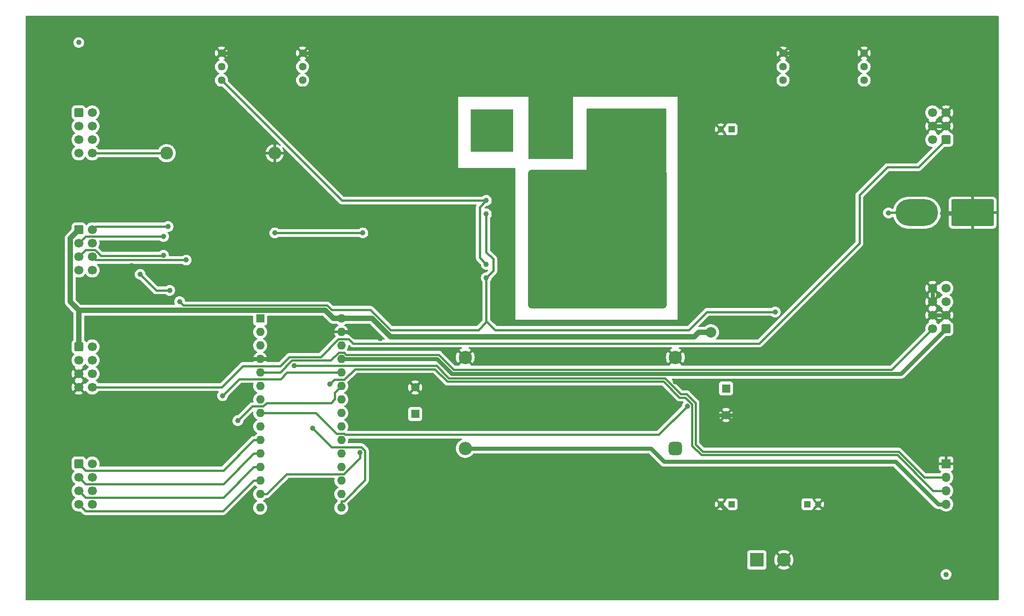
<source format=gtl>
G04 #@! TF.GenerationSoftware,KiCad,Pcbnew,7.0.9-7.0.9~ubuntu20.04.1*
G04 #@! TF.CreationDate,2023-12-17T18:48:25+01:00*
G04 #@! TF.ProjectId,linear_controller,6c696e65-6172-45f6-936f-6e74726f6c6c,1.0*
G04 #@! TF.SameCoordinates,Original*
G04 #@! TF.FileFunction,Copper,L1,Top*
G04 #@! TF.FilePolarity,Positive*
%FSLAX46Y46*%
G04 Gerber Fmt 4.6, Leading zero omitted, Abs format (unit mm)*
G04 Created by KiCad (PCBNEW 7.0.9-7.0.9~ubuntu20.04.1) date 2023-12-17 18:48:25*
%MOMM*%
%LPD*%
G01*
G04 APERTURE LIST*
G04 Aperture macros list*
%AMRoundRect*
0 Rectangle with rounded corners*
0 $1 Rounding radius*
0 $2 $3 $4 $5 $6 $7 $8 $9 X,Y pos of 4 corners*
0 Add a 4 corners polygon primitive as box body*
4,1,4,$2,$3,$4,$5,$6,$7,$8,$9,$2,$3,0*
0 Add four circle primitives for the rounded corners*
1,1,$1+$1,$2,$3*
1,1,$1+$1,$4,$5*
1,1,$1+$1,$6,$7*
1,1,$1+$1,$8,$9*
0 Add four rect primitives between the rounded corners*
20,1,$1+$1,$2,$3,$4,$5,0*
20,1,$1+$1,$4,$5,$6,$7,0*
20,1,$1+$1,$6,$7,$8,$9,0*
20,1,$1+$1,$8,$9,$2,$3,0*%
G04 Aperture macros list end*
G04 #@! TA.AperFunction,ComponentPad*
%ADD10C,5.600000*%
G04 #@! TD*
G04 #@! TA.AperFunction,ComponentPad*
%ADD11C,1.440000*%
G04 #@! TD*
G04 #@! TA.AperFunction,ComponentPad*
%ADD12RoundRect,0.625000X0.625000X0.625000X-0.625000X0.625000X-0.625000X-0.625000X0.625000X-0.625000X0*%
G04 #@! TD*
G04 #@! TA.AperFunction,ComponentPad*
%ADD13C,2.500000*%
G04 #@! TD*
G04 #@! TA.AperFunction,ComponentPad*
%ADD14R,1.700000X1.700000*%
G04 #@! TD*
G04 #@! TA.AperFunction,ComponentPad*
%ADD15O,1.700000X1.700000*%
G04 #@! TD*
G04 #@! TA.AperFunction,ComponentPad*
%ADD16RoundRect,0.250000X0.600000X0.600000X-0.600000X0.600000X-0.600000X-0.600000X0.600000X-0.600000X0*%
G04 #@! TD*
G04 #@! TA.AperFunction,ComponentPad*
%ADD17C,1.700000*%
G04 #@! TD*
G04 #@! TA.AperFunction,ComponentPad*
%ADD18RoundRect,0.250000X-0.600000X-0.600000X0.600000X-0.600000X0.600000X0.600000X-0.600000X0.600000X0*%
G04 #@! TD*
G04 #@! TA.AperFunction,ComponentPad*
%ADD19R,1.200000X1.200000*%
G04 #@! TD*
G04 #@! TA.AperFunction,ComponentPad*
%ADD20C,1.200000*%
G04 #@! TD*
G04 #@! TA.AperFunction,ComponentPad*
%ADD21C,8.000000*%
G04 #@! TD*
G04 #@! TA.AperFunction,ComponentPad*
%ADD22R,8.000000X8.000000*%
G04 #@! TD*
G04 #@! TA.AperFunction,ComponentPad*
%ADD23R,1.600000X1.600000*%
G04 #@! TD*
G04 #@! TA.AperFunction,ComponentPad*
%ADD24C,1.600000*%
G04 #@! TD*
G04 #@! TA.AperFunction,ComponentPad*
%ADD25O,1.600000X1.600000*%
G04 #@! TD*
G04 #@! TA.AperFunction,SMDPad,CuDef*
%ADD26RoundRect,2.500000X-1.500000X0.000000X1.500000X0.000000X1.500000X0.000000X-1.500000X0.000000X0*%
G04 #@! TD*
G04 #@! TA.AperFunction,SMDPad,CuDef*
%ADD27RoundRect,0.250000X-3.750000X-2.250000X3.750000X-2.250000X3.750000X2.250000X-3.750000X2.250000X0*%
G04 #@! TD*
G04 #@! TA.AperFunction,SMDPad,CuDef*
%ADD28C,1.000000*%
G04 #@! TD*
G04 #@! TA.AperFunction,ComponentPad*
%ADD29C,2.400000*%
G04 #@! TD*
G04 #@! TA.AperFunction,ComponentPad*
%ADD30O,2.400000X2.400000*%
G04 #@! TD*
G04 #@! TA.AperFunction,ComponentPad*
%ADD31R,2.600000X2.600000*%
G04 #@! TD*
G04 #@! TA.AperFunction,ComponentPad*
%ADD32C,2.600000*%
G04 #@! TD*
G04 #@! TA.AperFunction,ComponentPad*
%ADD33C,1.000000*%
G04 #@! TD*
G04 #@! TA.AperFunction,SMDPad,CuDef*
%ADD34RoundRect,0.500000X-12.500000X-12.500000X12.500000X-12.500000X12.500000X12.500000X-12.500000X12.500000X0*%
G04 #@! TD*
G04 #@! TA.AperFunction,ViaPad*
%ADD35C,1.000000*%
G04 #@! TD*
G04 #@! TA.AperFunction,ViaPad*
%ADD36C,2.000000*%
G04 #@! TD*
G04 #@! TA.AperFunction,Conductor*
%ADD37C,0.430000*%
G04 #@! TD*
G04 #@! TA.AperFunction,Conductor*
%ADD38C,0.800000*%
G04 #@! TD*
G04 #@! TA.AperFunction,Conductor*
%ADD39C,1.000000*%
G04 #@! TD*
G04 #@! TA.AperFunction,Conductor*
%ADD40C,0.780000*%
G04 #@! TD*
G04 APERTURE END LIST*
D10*
X54200000Y-145800000D03*
D11*
X102070000Y-52065000D03*
X102070000Y-49525000D03*
X102070000Y-46985000D03*
X86830000Y-52065000D03*
X86830000Y-49525000D03*
X86830000Y-46985000D03*
D12*
X172136500Y-121332500D03*
D13*
X172136500Y-104187500D03*
X132639500Y-104187500D03*
X132639500Y-121332500D03*
D14*
X223000000Y-124190000D03*
D15*
X223000000Y-126730000D03*
X223000000Y-129270000D03*
X223000000Y-131810000D03*
D11*
X192360000Y-52065000D03*
X192360000Y-49525000D03*
X192360000Y-46985000D03*
D16*
X223000000Y-63270000D03*
D17*
X220460000Y-63270000D03*
X223000000Y-60730000D03*
X220460000Y-60730000D03*
X223000000Y-58190000D03*
X220460000Y-58190000D03*
D18*
X60000000Y-80190000D03*
D17*
X62540000Y-80190000D03*
X60000000Y-82730000D03*
X62540000Y-82730000D03*
X60000000Y-85270000D03*
X62540000Y-85270000D03*
X60000000Y-87810000D03*
X62540000Y-87810000D03*
D19*
X182697600Y-131810000D03*
D20*
X180697600Y-131810000D03*
D21*
X166205000Y-50590000D03*
D22*
X166205000Y-61590000D03*
D19*
X196965000Y-131810000D03*
D20*
X198965000Y-131810000D03*
D23*
X123241500Y-114845200D03*
D24*
X123241500Y-109845200D03*
D18*
X60000000Y-58190000D03*
D17*
X62540000Y-58190000D03*
X60000000Y-60730000D03*
X62540000Y-60730000D03*
X60000000Y-63270000D03*
X62540000Y-63270000D03*
X60000000Y-65810000D03*
X62540000Y-65810000D03*
D10*
X54200000Y-44200000D03*
D18*
X60000000Y-124190000D03*
D17*
X62540000Y-124190000D03*
X60000000Y-126730000D03*
X62540000Y-126730000D03*
X60000000Y-129270000D03*
X62540000Y-129270000D03*
X60000000Y-131810000D03*
X62540000Y-131810000D03*
D23*
X94105000Y-96885000D03*
D25*
X94105000Y-99425000D03*
X94105000Y-101965000D03*
X94105000Y-104505000D03*
X94105000Y-107045000D03*
X94105000Y-109585000D03*
X94105000Y-112125000D03*
X94105000Y-114665000D03*
X94105000Y-117205000D03*
X94105000Y-119745000D03*
X94105000Y-122285000D03*
X94105000Y-124825000D03*
X94105000Y-127365000D03*
X94105000Y-129905000D03*
X94105000Y-132445000D03*
X109345000Y-132445000D03*
X109345000Y-129905000D03*
X109345000Y-127365000D03*
X109345000Y-124825000D03*
X109345000Y-122285000D03*
X109345000Y-119745000D03*
X109345000Y-117205000D03*
X109345000Y-114665000D03*
X109345000Y-112125000D03*
X109345000Y-109585000D03*
X109345000Y-107045000D03*
X109345000Y-104505000D03*
X109345000Y-101965000D03*
X109345000Y-99425000D03*
X109345000Y-96885000D03*
D10*
X228800000Y-145800000D03*
D26*
X217500000Y-77000000D03*
D27*
X228000000Y-77000000D03*
D10*
X228800000Y-44200000D03*
D21*
X137630000Y-50590000D03*
D22*
X137630000Y-61590000D03*
D19*
X182697600Y-61325000D03*
D20*
X180697600Y-61325000D03*
D11*
X207600000Y-52065000D03*
X207600000Y-49525000D03*
X207600000Y-46985000D03*
D28*
X223000000Y-145000000D03*
D29*
X76510000Y-65810000D03*
D30*
X96830000Y-65810000D03*
D28*
X60000000Y-45000000D03*
D18*
X60000000Y-102190000D03*
D17*
X62540000Y-102190000D03*
X60000000Y-104730000D03*
X62540000Y-104730000D03*
X60000000Y-107270000D03*
X62540000Y-107270000D03*
X60000000Y-109810000D03*
X62540000Y-109810000D03*
D31*
X187435000Y-142275000D03*
D32*
X192515000Y-142275000D03*
D23*
X181661500Y-110039800D03*
D24*
X181661500Y-115039800D03*
D16*
X223000000Y-98810000D03*
D17*
X220460000Y-98810000D03*
X223000000Y-96270000D03*
X220460000Y-96270000D03*
X223000000Y-93730000D03*
X220460000Y-93730000D03*
X223000000Y-91190000D03*
X220460000Y-91190000D03*
D33*
X146040000Y-70530000D03*
X146040000Y-73070000D03*
X146040000Y-75610000D03*
X146040000Y-78150000D03*
X146040000Y-80690000D03*
X146040000Y-83230000D03*
X146040000Y-85770000D03*
X146040000Y-88310000D03*
X146040000Y-90850000D03*
X146040000Y-93390000D03*
X148580000Y-70530000D03*
X148580000Y-73070000D03*
X148580000Y-75610000D03*
X148580000Y-78150000D03*
X148580000Y-80690000D03*
X148580000Y-83230000D03*
X148580000Y-85770000D03*
X148580000Y-88310000D03*
X148580000Y-90850000D03*
X148580000Y-93390000D03*
X151120000Y-70530000D03*
X151120000Y-73070000D03*
X151120000Y-75610000D03*
X151120000Y-78150000D03*
X151120000Y-80690000D03*
X151120000Y-83230000D03*
X151120000Y-85770000D03*
X151120000Y-88310000D03*
X151120000Y-90850000D03*
X151120000Y-93390000D03*
X153660000Y-70530000D03*
X153660000Y-73070000D03*
X153660000Y-75610000D03*
X153660000Y-78150000D03*
X153660000Y-80690000D03*
X153660000Y-83230000D03*
X153660000Y-85770000D03*
X153660000Y-88310000D03*
X153660000Y-90850000D03*
X153660000Y-93390000D03*
X156200000Y-70530000D03*
X156200000Y-73070000D03*
X156200000Y-75610000D03*
X156200000Y-78150000D03*
X156200000Y-80690000D03*
X156200000Y-83230000D03*
X156200000Y-85770000D03*
X156200000Y-88310000D03*
X156200000Y-90850000D03*
X156200000Y-93390000D03*
D34*
X157470000Y-81960000D03*
D33*
X158740000Y-70530000D03*
X158740000Y-73070000D03*
X158740000Y-75610000D03*
X158740000Y-78150000D03*
X158740000Y-80690000D03*
X158740000Y-83230000D03*
X158740000Y-85770000D03*
X158740000Y-88310000D03*
X158740000Y-90850000D03*
X158740000Y-93390000D03*
X161280000Y-70530000D03*
X161280000Y-73070000D03*
X161280000Y-75610000D03*
X161280000Y-78150000D03*
X161280000Y-80690000D03*
X161280000Y-83230000D03*
X161280000Y-85770000D03*
X161280000Y-88310000D03*
X161280000Y-90850000D03*
X161280000Y-93390000D03*
X163820000Y-70530000D03*
X163820000Y-73070000D03*
X163820000Y-75610000D03*
X163820000Y-78150000D03*
X163820000Y-80690000D03*
X163820000Y-83230000D03*
X163820000Y-85770000D03*
X163820000Y-88310000D03*
X163820000Y-90850000D03*
X163820000Y-93390000D03*
X166360000Y-70530000D03*
X166360000Y-73070000D03*
X166360000Y-75610000D03*
X166360000Y-78150000D03*
X166360000Y-80690000D03*
X166360000Y-83230000D03*
X166360000Y-85770000D03*
X166360000Y-88310000D03*
X166360000Y-90850000D03*
X166360000Y-93390000D03*
X168900000Y-70530000D03*
X168900000Y-73070000D03*
X168900000Y-75610000D03*
X168900000Y-78150000D03*
X168900000Y-80690000D03*
X168900000Y-83230000D03*
X168900000Y-85770000D03*
X168900000Y-88310000D03*
X168900000Y-90850000D03*
X168900000Y-93390000D03*
D35*
X107162500Y-109227500D03*
X100455000Y-105775000D03*
X150330000Y-61590000D03*
X193002000Y-102756000D03*
X80304500Y-88340300D03*
X184607000Y-94145000D03*
X183858500Y-46273200D03*
X172136000Y-108796000D03*
X116675000Y-100680500D03*
X80698900Y-107850400D03*
X181512700Y-53402700D03*
X96990000Y-82690000D03*
X92305100Y-87160000D03*
X69935000Y-86991400D03*
X105245000Y-90945000D03*
X222354300Y-77098200D03*
X198134100Y-46759100D03*
X83078800Y-107703600D03*
X106837500Y-99690000D03*
X197235000Y-96630000D03*
X194005000Y-84239000D03*
X198590000Y-109614000D03*
X191141500Y-134144500D03*
X183083000Y-82588000D03*
X184040000Y-52729800D03*
X97762600Y-99422400D03*
X147790000Y-61590000D03*
X203215000Y-115300000D03*
X94745600Y-46985000D03*
X108302700Y-46985000D03*
X192862000Y-94182700D03*
X174361500Y-113395000D03*
X113398900Y-80810000D03*
X112838700Y-122083300D03*
X96850000Y-80810000D03*
X103960150Y-117526550D03*
X89892500Y-116098900D03*
X87039700Y-111404600D03*
D36*
X178806000Y-99486000D03*
D35*
X136595000Y-86690000D03*
X136595000Y-74690000D03*
X212179000Y-77035000D03*
X71547900Y-88594900D03*
X77089000Y-91602300D03*
X76792700Y-79594500D03*
X80191800Y-85897100D03*
X75931500Y-81460000D03*
X75909600Y-84981800D03*
X78961000Y-93725700D03*
X136595000Y-77230000D03*
X190897600Y-95664400D03*
X136595000Y-89230000D03*
D37*
X213830000Y-122550000D02*
X220550000Y-129270000D01*
X175276500Y-113015994D02*
X175276500Y-120826500D01*
X175276500Y-120826500D02*
X177000000Y-122550000D01*
X111890200Y-106405000D02*
X126944046Y-106405000D01*
X220550000Y-129270000D02*
X223000000Y-129270000D01*
X108022500Y-108367500D02*
X109927700Y-108367500D01*
X109927700Y-108367500D02*
X111890200Y-106405000D01*
X177000000Y-122550000D02*
X213830000Y-122550000D01*
X172910040Y-111755000D02*
X174015506Y-111755000D01*
X126944046Y-106405000D02*
X129294046Y-108755000D01*
X129294046Y-108755000D02*
X169910040Y-108755000D01*
X169910040Y-108755000D02*
X172910040Y-111755000D01*
X107162500Y-109227500D02*
X108022500Y-108367500D01*
X174015506Y-111755000D02*
X175276500Y-113015994D01*
X175906500Y-120565546D02*
X175906500Y-112755039D01*
X127205000Y-105775000D02*
X100455000Y-105775000D01*
X214085954Y-121915000D02*
X177255954Y-121915000D01*
X218900954Y-126730000D02*
X214085954Y-121915000D01*
X170170994Y-108125000D02*
X129555000Y-108125000D01*
X223000000Y-126730000D02*
X218900954Y-126730000D01*
X177255954Y-121915000D02*
X175906500Y-120565546D01*
X129555000Y-108125000D02*
X127205000Y-105775000D01*
X174271461Y-111120000D02*
X173165994Y-111120000D01*
X175906500Y-112755039D02*
X174271461Y-111120000D01*
X173165994Y-111120000D02*
X170170994Y-108125000D01*
D38*
X98485800Y-101539200D02*
X104988300Y-101539200D01*
X82932000Y-107850400D02*
X80698900Y-107850400D01*
X181512700Y-53402700D02*
X183367100Y-53402700D01*
X222354300Y-77098200D02*
X227901800Y-77098200D01*
X178700000Y-50590000D02*
X166205000Y-50590000D01*
X220460000Y-93730000D02*
X220460000Y-91190000D01*
X183858500Y-49398500D02*
X184040000Y-49580000D01*
X175128000Y-108796000D02*
X177876000Y-111544000D01*
X110760000Y-99425000D02*
X109345000Y-99425000D01*
X189880000Y-115300000D02*
X189619800Y-115039800D01*
X180697600Y-131905900D02*
X180697600Y-131810000D01*
X104988300Y-101539200D02*
X106837500Y-99690000D01*
X116675000Y-100680500D02*
X116319500Y-100325000D01*
X203215000Y-115300000D02*
X189880000Y-115300000D01*
X183367100Y-53402700D02*
X184040000Y-52729800D01*
X97762600Y-99422400D02*
X97762600Y-100816000D01*
X223000000Y-96270000D02*
X220460000Y-96270000D01*
X97762600Y-100816000D02*
X98485800Y-101539200D01*
X183858500Y-46273200D02*
X191648200Y-46273200D01*
X227901800Y-77098200D02*
X228000000Y-77000000D01*
X177876000Y-113703000D02*
X179212800Y-115039800D01*
X86277400Y-104505000D02*
X83078800Y-107703600D01*
X189619800Y-115039800D02*
X181661500Y-115039800D01*
X179212800Y-115039800D02*
X181661500Y-115039800D01*
X191648200Y-46273200D02*
X192360000Y-46985000D01*
X116319500Y-100325000D02*
X111660000Y-100325000D01*
X177876000Y-111544000D02*
X177876000Y-113703000D01*
X95520000Y-104505000D02*
X98485800Y-101539200D01*
X102070000Y-46985000D02*
X108302700Y-46985000D01*
X197908200Y-46985000D02*
X198134100Y-46759100D01*
X80304500Y-88340300D02*
X78955600Y-86991400D01*
X94105000Y-104505000D02*
X95520000Y-104505000D01*
X172136000Y-108796000D02*
X175128000Y-108796000D01*
X83078800Y-107703600D02*
X82932000Y-107850400D01*
X111660000Y-100325000D02*
X110760000Y-99425000D01*
X94105000Y-104505000D02*
X86277400Y-104505000D01*
X86830000Y-46985000D02*
X94745600Y-46985000D01*
X192360000Y-46985000D02*
X197908200Y-46985000D01*
X184040000Y-49580000D02*
X184040000Y-52729800D01*
X181512700Y-53402700D02*
X178700000Y-50590000D01*
X183858500Y-46273200D02*
X183858500Y-49398500D01*
X223000000Y-60730000D02*
X220460000Y-60730000D01*
X182936200Y-134144500D02*
X180697600Y-131905900D01*
X78955600Y-86991400D02*
X69935000Y-86991400D01*
X191141500Y-134144500D02*
X182936200Y-134144500D01*
D37*
X130465000Y-106495000D02*
X127660000Y-103690000D01*
X100106550Y-104770000D02*
X97831550Y-107045000D01*
X97831550Y-107045000D02*
X94105000Y-107045000D01*
X107361730Y-104770000D02*
X100106550Y-104770000D01*
X108841730Y-103290000D02*
X107361730Y-104770000D01*
X212775000Y-106495000D02*
X130465000Y-106495000D01*
X110248270Y-103690000D02*
X109848270Y-103290000D01*
X109848270Y-103290000D02*
X108841730Y-103290000D01*
X220460000Y-98810000D02*
X212775000Y-106495000D01*
X127660000Y-103690000D02*
X110248270Y-103690000D01*
X104556730Y-114665000D02*
X94105000Y-114665000D01*
X109848270Y-118530000D02*
X108421730Y-118530000D01*
X174361500Y-113395000D02*
X169016500Y-118740000D01*
X108421730Y-118530000D02*
X104556730Y-114665000D01*
X110058270Y-118740000D02*
X109848270Y-118530000D01*
X169016500Y-118740000D02*
X110058270Y-118740000D01*
X61270000Y-125460000D02*
X60000000Y-124190000D01*
X87160000Y-125460000D02*
X61270000Y-125460000D01*
X92875000Y-119745000D02*
X87160000Y-125460000D01*
X94105000Y-119745000D02*
X92875000Y-119745000D01*
X94105000Y-122285000D02*
X92875000Y-122285000D01*
X92875000Y-122285000D02*
X87160000Y-128000000D01*
X87160000Y-128000000D02*
X61270000Y-128000000D01*
X61270000Y-128000000D02*
X60000000Y-126730000D01*
X92875000Y-124825000D02*
X87160000Y-130540000D01*
X61270000Y-130540000D02*
X60000000Y-129270000D01*
X94105000Y-124825000D02*
X92875000Y-124825000D01*
X87160000Y-130540000D02*
X61270000Y-130540000D01*
X94105000Y-127365000D02*
X92875000Y-127365000D01*
X61310300Y-133120300D02*
X60000000Y-131810000D01*
X87119700Y-133120300D02*
X61310300Y-133120300D01*
X92875000Y-127365000D02*
X87119700Y-133120300D01*
X113398900Y-80810000D02*
X96850000Y-80810000D01*
X95335000Y-129905000D02*
X99090400Y-126149600D01*
X112838700Y-123089000D02*
X112838700Y-122083300D01*
X109778100Y-126149600D02*
X112838700Y-123089000D01*
X99090400Y-126149600D02*
X109778100Y-126149600D01*
X94105000Y-129905000D02*
X95335000Y-129905000D01*
X103960150Y-117526550D02*
X107503200Y-121069600D01*
X109345000Y-131215000D02*
X109345000Y-132445000D01*
X113123600Y-121069600D02*
X113780100Y-121726100D01*
X107503200Y-121069600D02*
X113123600Y-121069600D01*
X109854700Y-131215000D02*
X109345000Y-131215000D01*
X113780100Y-121726100D02*
X113780100Y-127289600D01*
X113780100Y-127289600D02*
X109854700Y-131215000D01*
X108130000Y-110800000D02*
X108130000Y-112045000D01*
X94689600Y-113395000D02*
X92596400Y-113395000D01*
X109345000Y-109585000D02*
X108130000Y-110800000D01*
X107410000Y-112765000D02*
X95319600Y-112765000D01*
X108130000Y-112045000D02*
X107410000Y-112765000D01*
X92596400Y-113395000D02*
X89892500Y-116098900D01*
X95319600Y-112765000D02*
X94689600Y-113395000D01*
X99160000Y-107045000D02*
X97945000Y-108260000D01*
X90184300Y-108260000D02*
X87039700Y-111404600D01*
X109345000Y-107045000D02*
X99160000Y-107045000D01*
X97945000Y-108260000D02*
X90184300Y-108260000D01*
D38*
X127322416Y-104505000D02*
X109345000Y-104505000D01*
X130127416Y-107310000D02*
X127322416Y-104505000D01*
X214500000Y-107310000D02*
X130127416Y-107310000D01*
X223000000Y-98810000D02*
X214500000Y-107310000D01*
D39*
X58422100Y-81767900D02*
X60000000Y-80190000D01*
X178806000Y-99486000D02*
X176520000Y-99486000D01*
X60000000Y-102190000D02*
X60000000Y-95348200D01*
X115175778Y-96885000D02*
X109345000Y-96885000D01*
X107830000Y-96885000D02*
X106293200Y-95348200D01*
X176520000Y-99486000D02*
X175681000Y-100325000D01*
X109345000Y-96885000D02*
X107830000Y-96885000D01*
X118615778Y-100325000D02*
X115175778Y-96885000D01*
X60000000Y-95348200D02*
X58422100Y-93770300D01*
X58422100Y-93770300D02*
X58422100Y-81767900D01*
X175681000Y-100325000D02*
X118615778Y-100325000D01*
X106293200Y-95348200D02*
X60000000Y-95348200D01*
D38*
X221535000Y-131810000D02*
X213545000Y-123820000D01*
X167527500Y-121332500D02*
X132639500Y-121332500D01*
X223000000Y-131810000D02*
X221535000Y-131810000D01*
X170015000Y-123820000D02*
X167527500Y-121332500D01*
X213545000Y-123820000D02*
X170015000Y-123820000D01*
D37*
X135370000Y-85465000D02*
X136595000Y-86690000D01*
X136595000Y-74690000D02*
X109455000Y-74690000D01*
X136595000Y-74705000D02*
X135370000Y-75930000D01*
X109455000Y-74690000D02*
X86830000Y-52065000D01*
X135370000Y-75930000D02*
X135370000Y-85465000D01*
X136595000Y-74690000D02*
X136595000Y-74705000D01*
X212214000Y-77000000D02*
X217500000Y-77000000D01*
X212179000Y-77035000D02*
X212214000Y-77000000D01*
X76510000Y-65810000D02*
X62540000Y-65810000D01*
X71547900Y-88594900D02*
X74555300Y-91602300D01*
X74555300Y-91602300D02*
X77089000Y-91602300D01*
D40*
X158740000Y-80690000D02*
X157470000Y-81960000D01*
D37*
X62540000Y-80190000D02*
X63135500Y-79594500D01*
X63135500Y-79594500D02*
X76792700Y-79594500D01*
X63167100Y-85897100D02*
X80191800Y-85897100D01*
X62540000Y-85270000D02*
X63167100Y-85897100D01*
X60000000Y-82730000D02*
X61270000Y-81460000D01*
X61270000Y-81460000D02*
X75931500Y-81460000D01*
X75806400Y-85085000D02*
X75909600Y-84981800D01*
X64143981Y-85085000D02*
X75806400Y-85085000D01*
X60000000Y-85270000D02*
X61265000Y-84005000D01*
X63063981Y-84005000D02*
X64143981Y-85085000D01*
X61265000Y-84005000D02*
X63063981Y-84005000D01*
X178055600Y-95664400D02*
X190897600Y-95664400D01*
X136595000Y-89230000D02*
X136595000Y-97550000D01*
X107484006Y-95245000D02*
X106672205Y-94433200D01*
X114829784Y-95245000D02*
X107484006Y-95245000D01*
X79668500Y-94433200D02*
X78961000Y-93725700D01*
X106672205Y-94433200D02*
X79668500Y-94433200D01*
X137910000Y-87915000D02*
X136595000Y-89230000D01*
X135090000Y-99055000D02*
X118639784Y-99055000D01*
X136595000Y-89230000D02*
X136595000Y-97385000D01*
X174665000Y-99055000D02*
X178055600Y-95664400D01*
X136595000Y-97385000D02*
X138265000Y-99055000D01*
X136595000Y-77230000D02*
X136595000Y-84412500D01*
X136595000Y-84412500D02*
X137910000Y-85727500D01*
X138265000Y-99055000D02*
X174665000Y-99055000D01*
X137910000Y-85727500D02*
X137910000Y-87915000D01*
X136595000Y-97550000D02*
X135090000Y-99055000D01*
X118639784Y-99055000D02*
X114829784Y-95245000D01*
X217849500Y-68420500D02*
X211985200Y-68420500D01*
X108827800Y-100749700D02*
X105442500Y-104135000D01*
X97839800Y-105825200D02*
X90835600Y-105825200D01*
X187844200Y-101595000D02*
X111595000Y-101595000D01*
X105442500Y-104135000D02*
X99530000Y-104135000D01*
X110749700Y-100749700D02*
X108827800Y-100749700D01*
X111595000Y-101595000D02*
X110749700Y-100749700D01*
X206705000Y-73700700D02*
X206705000Y-82734200D01*
X211985200Y-68420500D02*
X206705000Y-73700700D01*
X86850800Y-109810000D02*
X62540000Y-109810000D01*
X99530000Y-104135000D02*
X97839800Y-105825200D01*
X206705000Y-82734200D02*
X187844200Y-101595000D01*
X223000000Y-63270000D02*
X217849500Y-68420500D01*
X90835600Y-105825200D02*
X86850800Y-109810000D01*
G04 #@! TA.AperFunction,Conductor*
G36*
X134682895Y-75433502D02*
G01*
X134729388Y-75487158D01*
X134739492Y-75557432D01*
X134728969Y-75592750D01*
X134718742Y-75614681D01*
X134685501Y-75680868D01*
X134682997Y-75687751D01*
X134682887Y-75687711D01*
X134680744Y-75693875D01*
X134680856Y-75693912D01*
X134678548Y-75700876D01*
X134663579Y-75773371D01*
X134646499Y-75845437D01*
X134645648Y-75852725D01*
X134645529Y-75852711D01*
X134644867Y-75859192D01*
X134644987Y-75859203D01*
X134644347Y-75866514D01*
X134646500Y-75940509D01*
X134646500Y-85403113D01*
X134645170Y-85421372D01*
X134641883Y-85443810D01*
X134641883Y-85443815D01*
X134646260Y-85493849D01*
X134646500Y-85499342D01*
X134646500Y-85507140D01*
X134650170Y-85538540D01*
X134656623Y-85612297D01*
X134658107Y-85619483D01*
X134657990Y-85619506D01*
X134659403Y-85625876D01*
X134659518Y-85625849D01*
X134661210Y-85632989D01*
X134686526Y-85702543D01*
X134709822Y-85772846D01*
X134712924Y-85779498D01*
X134712816Y-85779548D01*
X134715656Y-85785414D01*
X134715764Y-85785361D01*
X134719056Y-85791917D01*
X134759737Y-85853770D01*
X134786233Y-85896726D01*
X134798614Y-85916799D01*
X134803161Y-85922549D01*
X134803066Y-85922623D01*
X134807180Y-85927673D01*
X134807272Y-85927597D01*
X134811986Y-85933215D01*
X134811993Y-85933221D01*
X134811994Y-85933223D01*
X134865855Y-85984038D01*
X135550811Y-86668994D01*
X135584837Y-86731306D01*
X135587109Y-86745739D01*
X135601090Y-86887694D01*
X135601091Y-86887700D01*
X135601092Y-86887701D01*
X135658759Y-87077804D01*
X135752405Y-87253004D01*
X135878432Y-87406568D01*
X136031996Y-87532595D01*
X136207196Y-87626241D01*
X136397299Y-87683908D01*
X136397303Y-87683908D01*
X136397305Y-87683909D01*
X136594997Y-87703380D01*
X136595000Y-87703380D01*
X136595003Y-87703380D01*
X136798861Y-87683302D01*
X136799017Y-87684887D01*
X136861976Y-87690516D01*
X136918047Y-87734065D01*
X136941673Y-87801015D01*
X136925352Y-87870110D01*
X136904949Y-87896867D01*
X136616003Y-88185812D01*
X136553691Y-88219837D01*
X136539259Y-88222109D01*
X136397305Y-88236090D01*
X136207195Y-88293759D01*
X136031995Y-88387405D01*
X135878432Y-88513432D01*
X135752405Y-88666995D01*
X135658759Y-88842195D01*
X135601090Y-89032305D01*
X135581620Y-89229996D01*
X135581620Y-89230003D01*
X135601090Y-89427694D01*
X135601091Y-89427700D01*
X135601092Y-89427701D01*
X135658759Y-89617804D01*
X135752405Y-89793004D01*
X135842899Y-89903271D01*
X135870653Y-89968617D01*
X135871500Y-89983204D01*
X135871500Y-97198125D01*
X135851498Y-97266246D01*
X135834595Y-97287220D01*
X135336816Y-97785000D01*
X119850000Y-97785000D01*
X119850000Y-75413500D01*
X134614774Y-75413500D01*
X134682895Y-75433502D01*
G37*
G04 #@! TD.AperFunction*
G04 #@! TA.AperFunction,Conductor*
G36*
X131280000Y-55240000D02*
G01*
X131280000Y-68575000D01*
X141949000Y-68575000D01*
X142017121Y-68595002D01*
X142063614Y-68648658D01*
X142075000Y-68701000D01*
X142075000Y-97785000D01*
X138018183Y-97785000D01*
X137355405Y-97122222D01*
X137321379Y-97059910D01*
X137318500Y-97033127D01*
X137318500Y-89983204D01*
X137338502Y-89915083D01*
X137347096Y-89903276D01*
X137437595Y-89793004D01*
X137531241Y-89617804D01*
X137588908Y-89427701D01*
X137602889Y-89285740D01*
X137629471Y-89219909D01*
X137639178Y-89209003D01*
X138377840Y-88470342D01*
X138391685Y-88458378D01*
X138409876Y-88444837D01*
X138442162Y-88406358D01*
X138445868Y-88402315D01*
X138451387Y-88396797D01*
X138471001Y-88371990D01*
X138518590Y-88315276D01*
X138518595Y-88315265D01*
X138522625Y-88309141D01*
X138522725Y-88309207D01*
X138526227Y-88303710D01*
X138526124Y-88303647D01*
X138529970Y-88297410D01*
X138529974Y-88297406D01*
X138561257Y-88230318D01*
X138594496Y-88164136D01*
X138594496Y-88164134D01*
X138594498Y-88164131D01*
X138597007Y-88157238D01*
X138597121Y-88157279D01*
X138599259Y-88151127D01*
X138599144Y-88151089D01*
X138601451Y-88144125D01*
X138616424Y-88071614D01*
X138633499Y-87999569D01*
X138633498Y-87999569D01*
X138633500Y-87999565D01*
X138633500Y-87999560D01*
X138634352Y-87992276D01*
X138634471Y-87992289D01*
X138635133Y-87985811D01*
X138635014Y-87985801D01*
X138635652Y-87978492D01*
X138635654Y-87978486D01*
X138633500Y-87904471D01*
X138633500Y-85789386D01*
X138634830Y-85771126D01*
X138638117Y-85748686D01*
X138635773Y-85721896D01*
X138633740Y-85698649D01*
X138633500Y-85693156D01*
X138633500Y-85685361D01*
X138629829Y-85653959D01*
X138627372Y-85625876D01*
X138623376Y-85580200D01*
X138623375Y-85580196D01*
X138621892Y-85573013D01*
X138622008Y-85572988D01*
X138620599Y-85566628D01*
X138620482Y-85566656D01*
X138618790Y-85559518D01*
X138618790Y-85559514D01*
X138593473Y-85489956D01*
X138570178Y-85419654D01*
X138570176Y-85419650D01*
X138567075Y-85413000D01*
X138567184Y-85412948D01*
X138564348Y-85407091D01*
X138564240Y-85407146D01*
X138560943Y-85400581D01*
X138551188Y-85385749D01*
X138520262Y-85338729D01*
X138481388Y-85275705D01*
X138481387Y-85275704D01*
X138476835Y-85269947D01*
X138476929Y-85269872D01*
X138472813Y-85264820D01*
X138472722Y-85264897D01*
X138468005Y-85259275D01*
X138440333Y-85233169D01*
X138414143Y-85208460D01*
X137355405Y-84149722D01*
X137321379Y-84087410D01*
X137318500Y-84060627D01*
X137318500Y-77983204D01*
X137338502Y-77915083D01*
X137347096Y-77903276D01*
X137437595Y-77793004D01*
X137531241Y-77617804D01*
X137588908Y-77427701D01*
X137608380Y-77230000D01*
X137588908Y-77032299D01*
X137531241Y-76842196D01*
X137437595Y-76666996D01*
X137311568Y-76513432D01*
X137158004Y-76387405D01*
X136982804Y-76293759D01*
X136792701Y-76236092D01*
X136792700Y-76236091D01*
X136792694Y-76236090D01*
X136595003Y-76216620D01*
X136594997Y-76216620D01*
X136403650Y-76235465D01*
X136333896Y-76222236D01*
X136282368Y-76173396D01*
X136265425Y-76104450D01*
X136288447Y-76037290D01*
X136302199Y-76020983D01*
X136590635Y-75732547D01*
X136652945Y-75698523D01*
X136667377Y-75696251D01*
X136718380Y-75691228D01*
X136792693Y-75683909D01*
X136792694Y-75683908D01*
X136792701Y-75683908D01*
X136982804Y-75626241D01*
X137158004Y-75532595D01*
X137311568Y-75406568D01*
X137437595Y-75253004D01*
X137531241Y-75077804D01*
X137588908Y-74887701D01*
X137604209Y-74732354D01*
X137608380Y-74690003D01*
X137608380Y-74689996D01*
X137588909Y-74492305D01*
X137588908Y-74492303D01*
X137588908Y-74492299D01*
X137531241Y-74302196D01*
X137437595Y-74126996D01*
X137311568Y-73973432D01*
X137158004Y-73847405D01*
X136982804Y-73753759D01*
X136792701Y-73696092D01*
X136792700Y-73696091D01*
X136792694Y-73696090D01*
X136595003Y-73676620D01*
X136594997Y-73676620D01*
X136397305Y-73696090D01*
X136207195Y-73753759D01*
X136031995Y-73847405D01*
X135921729Y-73937899D01*
X135856382Y-73965653D01*
X135841795Y-73966500D01*
X119850000Y-73966500D01*
X119850000Y-54605000D01*
X131280000Y-54605000D01*
X131280000Y-55240000D01*
G37*
G04 #@! TD.AperFunction*
G04 #@! TA.AperFunction,Conductor*
G36*
X173825000Y-55240000D02*
G01*
X152870000Y-55240000D01*
X152870000Y-66798000D01*
X152849998Y-66866121D01*
X152796342Y-66912614D01*
X152744000Y-66924000D01*
X144614000Y-66924000D01*
X144545879Y-66903998D01*
X144499386Y-66850342D01*
X144488000Y-66798000D01*
X144488000Y-55240000D01*
X119850000Y-55240000D01*
X119850000Y-40000500D01*
X173825000Y-40000500D01*
X173825000Y-55240000D01*
G37*
G04 #@! TD.AperFunction*
G04 #@! TA.AperFunction,Conductor*
G36*
X170338121Y-57419002D02*
G01*
X170384614Y-57472658D01*
X170396000Y-57525000D01*
X170396000Y-69084000D01*
X170375998Y-69152121D01*
X170322342Y-69198614D01*
X170270000Y-69210000D01*
X155536000Y-69210000D01*
X155467879Y-69189998D01*
X155421386Y-69136342D01*
X155410000Y-69084000D01*
X155410000Y-57525000D01*
X155430002Y-57456879D01*
X155483658Y-57410386D01*
X155536000Y-57399000D01*
X170270000Y-57399000D01*
X170338121Y-57419002D01*
G37*
G04 #@! TD.AperFunction*
G04 #@! TA.AperFunction,Conductor*
G36*
X121120000Y-73966500D02*
G01*
X109806873Y-73966500D01*
X109738752Y-73946498D01*
X109717778Y-73929595D01*
X88087843Y-52299660D01*
X88053817Y-52237348D01*
X88051418Y-52199582D01*
X88063193Y-52065000D01*
X100836807Y-52065000D01*
X100855542Y-52279142D01*
X100911178Y-52486777D01*
X101002024Y-52681597D01*
X101125319Y-52857681D01*
X101277319Y-53009681D01*
X101453403Y-53132976D01*
X101648223Y-53223822D01*
X101855858Y-53279458D01*
X102070000Y-53298193D01*
X102284142Y-53279458D01*
X102491777Y-53223822D01*
X102686597Y-53132976D01*
X102862681Y-53009681D01*
X103014681Y-52857681D01*
X103137976Y-52681597D01*
X103228822Y-52486777D01*
X103284458Y-52279142D01*
X103303193Y-52065000D01*
X103284458Y-51850858D01*
X103228822Y-51643223D01*
X103137976Y-51448404D01*
X103137975Y-51448403D01*
X103137974Y-51448400D01*
X103014685Y-51272323D01*
X103014682Y-51272320D01*
X103014675Y-51272313D01*
X102862681Y-51120319D01*
X102686597Y-50997024D01*
X102498244Y-50909194D01*
X102444961Y-50862278D01*
X102425500Y-50794001D01*
X102446042Y-50726041D01*
X102498244Y-50680805D01*
X102686597Y-50592976D01*
X102862681Y-50469681D01*
X103014681Y-50317681D01*
X103137976Y-50141597D01*
X103228822Y-49946777D01*
X103284458Y-49739142D01*
X103303193Y-49525000D01*
X103284458Y-49310858D01*
X103228822Y-49103223D01*
X103137976Y-48908404D01*
X103137975Y-48908403D01*
X103137974Y-48908400D01*
X103014685Y-48732323D01*
X103014682Y-48732320D01*
X103014675Y-48732313D01*
X102862681Y-48580319D01*
X102686597Y-48457024D01*
X102497654Y-48368918D01*
X102444370Y-48322002D01*
X102424909Y-48253724D01*
X102445451Y-48185765D01*
X102497656Y-48140529D01*
X102686341Y-48052544D01*
X102686344Y-48052542D01*
X102740447Y-48014659D01*
X102740447Y-48014658D01*
X102109517Y-47383727D01*
X102195148Y-47370165D01*
X102308045Y-47312641D01*
X102397641Y-47223045D01*
X102455165Y-47110148D01*
X102468727Y-47024516D01*
X103099658Y-47655447D01*
X103099659Y-47655447D01*
X103137542Y-47601345D01*
X103228349Y-47406608D01*
X103228351Y-47406603D01*
X103283963Y-47199052D01*
X103302690Y-46985000D01*
X103283963Y-46770947D01*
X103228351Y-46563396D01*
X103228349Y-46563392D01*
X103137542Y-46368655D01*
X103099658Y-46314552D01*
X103099656Y-46314552D01*
X102468727Y-46945481D01*
X102455165Y-46859852D01*
X102397641Y-46746955D01*
X102308045Y-46657359D01*
X102195148Y-46599835D01*
X102109515Y-46586272D01*
X102740447Y-45955340D01*
X102686347Y-45917459D01*
X102491607Y-45826650D01*
X102491603Y-45826648D01*
X102284052Y-45771036D01*
X102070000Y-45752309D01*
X101855947Y-45771036D01*
X101648396Y-45826648D01*
X101648392Y-45826650D01*
X101453651Y-45917459D01*
X101399552Y-45955339D01*
X101399552Y-45955340D01*
X102030484Y-46586272D01*
X101944852Y-46599835D01*
X101831955Y-46657359D01*
X101742359Y-46746955D01*
X101684835Y-46859852D01*
X101671272Y-46945484D01*
X101040340Y-46314552D01*
X101040339Y-46314552D01*
X101002459Y-46368651D01*
X100911650Y-46563392D01*
X100911648Y-46563396D01*
X100856036Y-46770947D01*
X100837309Y-46985000D01*
X100856036Y-47199052D01*
X100911648Y-47406603D01*
X100911650Y-47406607D01*
X101002459Y-47601347D01*
X101040340Y-47655447D01*
X101671272Y-47024515D01*
X101684835Y-47110148D01*
X101742359Y-47223045D01*
X101831955Y-47312641D01*
X101944852Y-47370165D01*
X102030482Y-47383727D01*
X101399551Y-48014659D01*
X101399551Y-48014660D01*
X101453650Y-48052540D01*
X101642344Y-48140529D01*
X101695629Y-48187446D01*
X101715090Y-48255723D01*
X101694548Y-48323683D01*
X101642344Y-48368919D01*
X101453400Y-48457025D01*
X101277323Y-48580314D01*
X101277313Y-48580323D01*
X101125323Y-48732313D01*
X101125314Y-48732323D01*
X101002025Y-48908400D01*
X100911179Y-49103220D01*
X100911178Y-49103223D01*
X100855542Y-49310858D01*
X100836807Y-49525000D01*
X100855542Y-49739142D01*
X100911178Y-49946777D01*
X101002024Y-50141597D01*
X101125319Y-50317681D01*
X101277319Y-50469681D01*
X101453403Y-50592976D01*
X101638758Y-50679408D01*
X101641753Y-50680805D01*
X101695038Y-50727722D01*
X101714499Y-50796000D01*
X101693957Y-50863959D01*
X101641753Y-50909195D01*
X101453400Y-50997025D01*
X101277323Y-51120314D01*
X101277313Y-51120323D01*
X101125323Y-51272313D01*
X101125314Y-51272323D01*
X101002025Y-51448400D01*
X100911179Y-51643220D01*
X100911178Y-51643223D01*
X100855542Y-51850858D01*
X100836807Y-52065000D01*
X88063193Y-52065000D01*
X88044458Y-51850858D01*
X87988822Y-51643223D01*
X87897976Y-51448404D01*
X87897975Y-51448403D01*
X87897974Y-51448400D01*
X87774685Y-51272323D01*
X87774682Y-51272320D01*
X87774675Y-51272313D01*
X87622681Y-51120319D01*
X87446597Y-50997024D01*
X87258244Y-50909194D01*
X87204961Y-50862278D01*
X87185500Y-50794001D01*
X87206042Y-50726041D01*
X87258244Y-50680805D01*
X87446597Y-50592976D01*
X87622681Y-50469681D01*
X87774681Y-50317681D01*
X87897976Y-50141597D01*
X87988822Y-49946777D01*
X88044458Y-49739142D01*
X88063193Y-49525000D01*
X88044458Y-49310858D01*
X87988822Y-49103223D01*
X87897976Y-48908404D01*
X87897975Y-48908403D01*
X87897974Y-48908400D01*
X87774685Y-48732323D01*
X87774682Y-48732320D01*
X87774675Y-48732313D01*
X87622681Y-48580319D01*
X87446597Y-48457024D01*
X87257654Y-48368918D01*
X87204370Y-48322002D01*
X87184909Y-48253724D01*
X87205451Y-48185765D01*
X87257656Y-48140529D01*
X87446341Y-48052544D01*
X87446344Y-48052542D01*
X87500447Y-48014659D01*
X87500447Y-48014658D01*
X86869517Y-47383727D01*
X86955148Y-47370165D01*
X87068045Y-47312641D01*
X87157641Y-47223045D01*
X87215165Y-47110148D01*
X87228727Y-47024516D01*
X87859658Y-47655447D01*
X87859659Y-47655447D01*
X87897542Y-47601345D01*
X87988349Y-47406608D01*
X87988351Y-47406603D01*
X88043963Y-47199052D01*
X88062690Y-46985000D01*
X88043963Y-46770947D01*
X87988351Y-46563396D01*
X87988349Y-46563392D01*
X87897542Y-46368655D01*
X87859658Y-46314552D01*
X87859656Y-46314552D01*
X87228727Y-46945481D01*
X87215165Y-46859852D01*
X87157641Y-46746955D01*
X87068045Y-46657359D01*
X86955148Y-46599835D01*
X86869515Y-46586272D01*
X87500447Y-45955340D01*
X87446347Y-45917459D01*
X87251607Y-45826650D01*
X87251603Y-45826648D01*
X87044052Y-45771036D01*
X86830000Y-45752309D01*
X86615947Y-45771036D01*
X86408396Y-45826648D01*
X86408392Y-45826650D01*
X86213651Y-45917459D01*
X86159552Y-45955339D01*
X86159552Y-45955340D01*
X86790484Y-46586272D01*
X86704852Y-46599835D01*
X86591955Y-46657359D01*
X86502359Y-46746955D01*
X86444835Y-46859852D01*
X86431272Y-46945484D01*
X85800340Y-46314552D01*
X85800339Y-46314552D01*
X85762459Y-46368651D01*
X85671650Y-46563392D01*
X85671648Y-46563396D01*
X85616036Y-46770947D01*
X85597309Y-46985000D01*
X85616036Y-47199052D01*
X85671648Y-47406603D01*
X85671650Y-47406607D01*
X85762459Y-47601347D01*
X85800340Y-47655447D01*
X86431272Y-47024515D01*
X86444835Y-47110148D01*
X86502359Y-47223045D01*
X86591955Y-47312641D01*
X86704852Y-47370165D01*
X86790482Y-47383727D01*
X86159551Y-48014659D01*
X86159551Y-48014660D01*
X86213650Y-48052540D01*
X86402344Y-48140529D01*
X86455629Y-48187446D01*
X86475090Y-48255723D01*
X86454548Y-48323683D01*
X86402344Y-48368919D01*
X86213400Y-48457025D01*
X86037323Y-48580314D01*
X86037313Y-48580323D01*
X85885323Y-48732313D01*
X85885314Y-48732323D01*
X85762025Y-48908400D01*
X85671179Y-49103220D01*
X85671178Y-49103223D01*
X85615542Y-49310858D01*
X85596807Y-49525000D01*
X85615542Y-49739142D01*
X85671178Y-49946777D01*
X85762024Y-50141597D01*
X85885319Y-50317681D01*
X86037319Y-50469681D01*
X86213403Y-50592976D01*
X86398758Y-50679408D01*
X86401753Y-50680805D01*
X86455038Y-50727722D01*
X86474499Y-50796000D01*
X86453957Y-50863959D01*
X86401753Y-50909195D01*
X86213400Y-50997025D01*
X86037323Y-51120314D01*
X86037313Y-51120323D01*
X85885323Y-51272313D01*
X85885314Y-51272323D01*
X85762025Y-51448400D01*
X85671179Y-51643220D01*
X85671178Y-51643223D01*
X85615542Y-51850858D01*
X85596807Y-52065000D01*
X85615542Y-52279142D01*
X85671178Y-52486777D01*
X85762024Y-52681597D01*
X85885319Y-52857681D01*
X86037319Y-53009681D01*
X86213403Y-53132976D01*
X86408223Y-53223822D01*
X86615858Y-53279458D01*
X86830000Y-53298193D01*
X86964582Y-53286418D01*
X87034187Y-53300406D01*
X87064660Y-53322843D01*
X97937063Y-64195247D01*
X97971089Y-64257559D01*
X97966024Y-64328374D01*
X97923477Y-64385210D01*
X97856957Y-64410021D01*
X97787583Y-64394930D01*
X97776989Y-64388448D01*
X97686390Y-64326678D01*
X97686389Y-64326677D01*
X97455753Y-64215610D01*
X97455746Y-64215607D01*
X97211135Y-64140154D01*
X97084000Y-64120991D01*
X97084000Y-65265775D01*
X96986631Y-65225444D01*
X96869323Y-65210000D01*
X96790677Y-65210000D01*
X96673369Y-65225444D01*
X96576000Y-65265775D01*
X96576000Y-64120991D01*
X96448866Y-64140154D01*
X96204239Y-64215613D01*
X95973611Y-64326677D01*
X95973610Y-64326678D01*
X95762095Y-64470887D01*
X95574437Y-64645007D01*
X95414824Y-64845155D01*
X95286828Y-65066851D01*
X95286826Y-65066855D01*
X95193306Y-65305143D01*
X95193305Y-65305145D01*
X95136341Y-65554719D01*
X95136245Y-65556000D01*
X96285775Y-65556000D01*
X96245444Y-65653369D01*
X96224823Y-65810000D01*
X96245444Y-65966631D01*
X96285775Y-66064000D01*
X95136245Y-66064000D01*
X95136341Y-66065280D01*
X95193305Y-66314854D01*
X95193306Y-66314856D01*
X95286826Y-66553144D01*
X95286828Y-66553148D01*
X95414824Y-66774844D01*
X95574437Y-66974992D01*
X95762095Y-67149112D01*
X95762094Y-67149112D01*
X95973610Y-67293321D01*
X95973611Y-67293322D01*
X96204239Y-67404386D01*
X96448862Y-67479844D01*
X96448868Y-67479845D01*
X96576000Y-67499007D01*
X96576000Y-66354224D01*
X96673369Y-66394556D01*
X96790677Y-66410000D01*
X96869323Y-66410000D01*
X96986631Y-66394556D01*
X97084000Y-66354224D01*
X97084000Y-67499007D01*
X97211131Y-67479845D01*
X97211141Y-67479843D01*
X97455746Y-67404392D01*
X97455753Y-67404389D01*
X97686389Y-67293322D01*
X97686390Y-67293321D01*
X97897904Y-67149112D01*
X98085562Y-66974992D01*
X98245175Y-66774844D01*
X98373171Y-66553148D01*
X98373173Y-66553144D01*
X98466693Y-66314856D01*
X98466694Y-66314854D01*
X98523658Y-66065280D01*
X98523755Y-66064000D01*
X97374225Y-66064000D01*
X97414556Y-65966631D01*
X97435177Y-65810000D01*
X97414556Y-65653369D01*
X97374225Y-65556000D01*
X98523754Y-65556000D01*
X98523658Y-65554719D01*
X98466694Y-65305145D01*
X98466693Y-65305143D01*
X98373173Y-65066855D01*
X98373171Y-65066851D01*
X98256803Y-64865295D01*
X98240065Y-64796299D01*
X98263286Y-64729208D01*
X98319093Y-64685321D01*
X98389768Y-64678572D01*
X98452872Y-64711105D01*
X98454994Y-64713178D01*
X106887161Y-73145345D01*
X108899645Y-75157829D01*
X108911617Y-75171681D01*
X108925163Y-75189876D01*
X108963636Y-75222158D01*
X108967671Y-75225855D01*
X108973203Y-75231387D01*
X108998009Y-75251001D01*
X109054724Y-75298590D01*
X109054726Y-75298591D01*
X109060858Y-75302625D01*
X109060792Y-75302724D01*
X109066283Y-75306222D01*
X109066346Y-75306121D01*
X109072588Y-75309970D01*
X109072590Y-75309971D01*
X109072594Y-75309974D01*
X109139681Y-75341257D01*
X109205864Y-75374496D01*
X109212763Y-75377007D01*
X109212722Y-75377119D01*
X109218873Y-75379257D01*
X109218911Y-75379144D01*
X109225874Y-75381451D01*
X109225877Y-75381451D01*
X109225878Y-75381452D01*
X109259039Y-75388299D01*
X109298385Y-75396424D01*
X109316398Y-75400693D01*
X109370435Y-75413500D01*
X109370438Y-75413500D01*
X109377724Y-75414352D01*
X109377710Y-75414470D01*
X109384190Y-75415132D01*
X109384201Y-75415014D01*
X109391506Y-75415652D01*
X109391514Y-75415654D01*
X109465529Y-75413500D01*
X121120000Y-75413500D01*
X121120000Y-97150000D01*
X135871500Y-97150000D01*
X135871500Y-97198126D01*
X135851498Y-97266247D01*
X135834595Y-97287221D01*
X134827222Y-98294595D01*
X134764910Y-98328620D01*
X134738127Y-98331500D01*
X118991657Y-98331500D01*
X118923536Y-98311498D01*
X118902562Y-98294595D01*
X115385138Y-94777171D01*
X115373164Y-94763316D01*
X115359623Y-94745126D01*
X115359621Y-94745124D01*
X115321138Y-94712833D01*
X115317095Y-94709128D01*
X115311581Y-94703614D01*
X115286790Y-94684011D01*
X115230060Y-94636410D01*
X115230059Y-94636409D01*
X115223928Y-94632377D01*
X115223993Y-94632277D01*
X115218499Y-94628777D01*
X115218437Y-94628879D01*
X115212191Y-94625026D01*
X115178646Y-94609384D01*
X115145102Y-94593742D01*
X115078920Y-94560504D01*
X115078917Y-94560503D01*
X115072029Y-94557996D01*
X115072069Y-94557885D01*
X115065906Y-94555743D01*
X115065869Y-94555855D01*
X115058908Y-94553548D01*
X114986412Y-94538579D01*
X114914347Y-94521499D01*
X114907059Y-94520648D01*
X114907072Y-94520529D01*
X114900592Y-94519867D01*
X114900582Y-94519987D01*
X114893270Y-94519347D01*
X114819275Y-94521500D01*
X107835881Y-94521500D01*
X107767760Y-94501498D01*
X107746786Y-94484596D01*
X107227553Y-93965364D01*
X107215579Y-93951507D01*
X107202047Y-93933330D01*
X107202044Y-93933327D01*
X107202042Y-93933324D01*
X107190208Y-93923394D01*
X107163568Y-93901039D01*
X107159514Y-93897325D01*
X107154005Y-93891815D01*
X107154004Y-93891814D01*
X107129194Y-93872197D01*
X107072478Y-93824607D01*
X107066351Y-93820577D01*
X107066415Y-93820478D01*
X107060922Y-93816979D01*
X107060860Y-93817080D01*
X107054612Y-93813227D01*
X107054611Y-93813226D01*
X106987528Y-93781945D01*
X106921341Y-93748704D01*
X106921338Y-93748703D01*
X106914446Y-93746195D01*
X106914486Y-93746083D01*
X106908335Y-93743944D01*
X106908298Y-93744058D01*
X106901326Y-93741748D01*
X106828822Y-93726776D01*
X106790336Y-93717655D01*
X106756770Y-93709700D01*
X106756769Y-93709700D01*
X106749480Y-93708848D01*
X106749493Y-93708728D01*
X106743016Y-93708066D01*
X106743006Y-93708186D01*
X106735693Y-93707546D01*
X106735691Y-93707546D01*
X106661676Y-93709700D01*
X80087004Y-93709700D01*
X80018883Y-93689698D01*
X79972390Y-93636042D01*
X79961611Y-93596050D01*
X79954909Y-93528005D01*
X79954908Y-93528003D01*
X79954908Y-93527999D01*
X79897241Y-93337896D01*
X79803595Y-93162696D01*
X79677568Y-93009132D01*
X79524004Y-92883105D01*
X79348804Y-92789459D01*
X79158701Y-92731792D01*
X79158700Y-92731791D01*
X79158694Y-92731790D01*
X78961003Y-92712320D01*
X78960997Y-92712320D01*
X78763305Y-92731790D01*
X78573195Y-92789459D01*
X78397995Y-92883105D01*
X78244432Y-93009132D01*
X78118405Y-93162695D01*
X78024759Y-93337895D01*
X77967090Y-93528005D01*
X77947620Y-93725696D01*
X77947620Y-93725703D01*
X77967090Y-93923394D01*
X78024759Y-94113504D01*
X78046567Y-94154304D01*
X78061039Y-94223810D01*
X78035635Y-94290106D01*
X77978422Y-94332144D01*
X77935445Y-94339700D01*
X60469925Y-94339700D01*
X60401804Y-94319698D01*
X60380830Y-94302795D01*
X59467505Y-93389470D01*
X59433479Y-93327158D01*
X59430600Y-93300375D01*
X59430600Y-89227323D01*
X59450602Y-89159202D01*
X59504258Y-89112709D01*
X59574532Y-89102605D01*
X59597511Y-89108149D01*
X59665365Y-89131444D01*
X59887431Y-89168500D01*
X59887435Y-89168500D01*
X60112565Y-89168500D01*
X60112569Y-89168500D01*
X60334635Y-89131444D01*
X60547574Y-89058342D01*
X60745576Y-88951189D01*
X60923240Y-88812906D01*
X61075722Y-88647268D01*
X61164518Y-88511354D01*
X61218520Y-88465268D01*
X61288868Y-88455692D01*
X61353225Y-88485669D01*
X61375480Y-88511353D01*
X61408607Y-88562058D01*
X61464275Y-88647265D01*
X61464279Y-88647270D01*
X61616762Y-88812908D01*
X61654391Y-88842196D01*
X61794424Y-88951189D01*
X61992426Y-89058342D01*
X61992427Y-89058342D01*
X61992428Y-89058343D01*
X62104227Y-89096723D01*
X62205365Y-89131444D01*
X62427431Y-89168500D01*
X62427435Y-89168500D01*
X62652565Y-89168500D01*
X62652569Y-89168500D01*
X62874635Y-89131444D01*
X63087574Y-89058342D01*
X63285576Y-88951189D01*
X63463240Y-88812906D01*
X63615722Y-88647268D01*
X63649934Y-88594903D01*
X70534520Y-88594903D01*
X70553990Y-88792594D01*
X70553991Y-88792600D01*
X70553992Y-88792601D01*
X70611659Y-88982704D01*
X70705305Y-89157904D01*
X70831332Y-89311468D01*
X70984896Y-89437495D01*
X71160096Y-89531141D01*
X71350199Y-89588808D01*
X71350204Y-89588808D01*
X71350206Y-89588809D01*
X71442423Y-89597890D01*
X71492158Y-89602789D01*
X71557990Y-89629371D01*
X71568903Y-89639086D01*
X72788614Y-90858798D01*
X73999945Y-92070129D01*
X74011917Y-92083981D01*
X74025463Y-92102176D01*
X74063936Y-92134458D01*
X74067971Y-92138155D01*
X74073503Y-92143687D01*
X74098309Y-92163301D01*
X74155024Y-92210890D01*
X74155026Y-92210891D01*
X74161158Y-92214925D01*
X74161092Y-92215024D01*
X74166583Y-92218522D01*
X74166646Y-92218421D01*
X74172888Y-92222270D01*
X74172890Y-92222271D01*
X74172894Y-92222274D01*
X74239981Y-92253557D01*
X74306164Y-92286796D01*
X74313063Y-92289307D01*
X74313022Y-92289419D01*
X74319173Y-92291557D01*
X74319211Y-92291444D01*
X74326174Y-92293751D01*
X74326177Y-92293751D01*
X74326178Y-92293752D01*
X74359339Y-92300599D01*
X74398685Y-92308724D01*
X74416698Y-92312993D01*
X74470735Y-92325800D01*
X74470738Y-92325800D01*
X74478024Y-92326652D01*
X74478010Y-92326770D01*
X74484490Y-92327432D01*
X74484501Y-92327314D01*
X74491806Y-92327952D01*
X74491814Y-92327954D01*
X74565829Y-92325800D01*
X76335795Y-92325800D01*
X76403916Y-92345802D01*
X76415729Y-92354401D01*
X76525996Y-92444895D01*
X76701196Y-92538541D01*
X76891299Y-92596208D01*
X76891303Y-92596208D01*
X76891305Y-92596209D01*
X77088997Y-92615680D01*
X77089000Y-92615680D01*
X77089003Y-92615680D01*
X77286694Y-92596209D01*
X77286695Y-92596208D01*
X77286701Y-92596208D01*
X77476804Y-92538541D01*
X77652004Y-92444895D01*
X77805568Y-92318868D01*
X77931595Y-92165304D01*
X78025241Y-91990104D01*
X78082908Y-91800001D01*
X78093743Y-91690000D01*
X78102380Y-91602303D01*
X78102380Y-91602296D01*
X78082909Y-91404605D01*
X78082908Y-91404603D01*
X78082908Y-91404599D01*
X78025241Y-91214496D01*
X77931595Y-91039296D01*
X77805568Y-90885732D01*
X77652004Y-90759705D01*
X77476804Y-90666059D01*
X77286701Y-90608392D01*
X77286700Y-90608391D01*
X77286694Y-90608390D01*
X77089003Y-90588920D01*
X77088997Y-90588920D01*
X76891305Y-90608390D01*
X76701195Y-90666059D01*
X76525995Y-90759705D01*
X76415729Y-90850199D01*
X76350382Y-90877953D01*
X76335795Y-90878800D01*
X74907173Y-90878800D01*
X74839052Y-90858798D01*
X74818078Y-90841895D01*
X72592087Y-88615904D01*
X72558061Y-88553592D01*
X72555789Y-88539158D01*
X72541809Y-88397206D01*
X72541808Y-88397204D01*
X72541808Y-88397199D01*
X72484141Y-88207096D01*
X72390495Y-88031896D01*
X72264468Y-87878332D01*
X72110904Y-87752305D01*
X71935704Y-87658659D01*
X71745601Y-87600992D01*
X71745600Y-87600991D01*
X71745594Y-87600990D01*
X71547903Y-87581520D01*
X71547897Y-87581520D01*
X71350205Y-87600990D01*
X71160095Y-87658659D01*
X70984895Y-87752305D01*
X70831332Y-87878332D01*
X70705305Y-88031895D01*
X70611659Y-88207095D01*
X70553990Y-88397205D01*
X70534520Y-88594896D01*
X70534520Y-88594903D01*
X63649934Y-88594903D01*
X63738860Y-88458791D01*
X63829296Y-88252616D01*
X63884564Y-88034368D01*
X63903156Y-87810000D01*
X63884564Y-87585632D01*
X63829296Y-87367384D01*
X63738860Y-87161209D01*
X63732140Y-87150924D01*
X63615724Y-86972734D01*
X63615714Y-86972722D01*
X63486111Y-86831938D01*
X63454689Y-86768274D01*
X63462675Y-86697728D01*
X63507534Y-86642698D01*
X63575022Y-86620657D01*
X63578811Y-86620600D01*
X79438595Y-86620600D01*
X79506716Y-86640602D01*
X79518529Y-86649201D01*
X79542419Y-86668807D01*
X79628796Y-86739695D01*
X79803996Y-86833341D01*
X79994099Y-86891008D01*
X79994103Y-86891008D01*
X79994105Y-86891009D01*
X80191797Y-86910480D01*
X80191800Y-86910480D01*
X80191803Y-86910480D01*
X80389494Y-86891009D01*
X80389495Y-86891008D01*
X80389501Y-86891008D01*
X80579604Y-86833341D01*
X80754804Y-86739695D01*
X80908368Y-86613668D01*
X81034395Y-86460104D01*
X81128041Y-86284904D01*
X81185708Y-86094801D01*
X81196618Y-85984038D01*
X81205180Y-85897103D01*
X81205180Y-85897096D01*
X81185709Y-85699405D01*
X81185708Y-85699403D01*
X81185708Y-85699399D01*
X81128041Y-85509296D01*
X81034395Y-85334096D01*
X80908368Y-85180532D01*
X80754804Y-85054505D01*
X80579604Y-84960859D01*
X80389501Y-84903192D01*
X80389500Y-84903191D01*
X80389494Y-84903190D01*
X80191803Y-84883720D01*
X80191797Y-84883720D01*
X79994105Y-84903190D01*
X79803995Y-84960859D01*
X79628795Y-85054505D01*
X79518529Y-85144999D01*
X79453182Y-85172753D01*
X79438595Y-85173600D01*
X77043109Y-85173600D01*
X76974988Y-85153598D01*
X76928495Y-85099942D01*
X76917716Y-85035250D01*
X76922980Y-84981803D01*
X76922980Y-84981796D01*
X76903509Y-84784105D01*
X76903508Y-84784103D01*
X76903508Y-84784099D01*
X76845841Y-84593996D01*
X76752195Y-84418796D01*
X76626168Y-84265232D01*
X76472604Y-84139205D01*
X76297404Y-84045559D01*
X76107301Y-83987892D01*
X76107300Y-83987891D01*
X76107294Y-83987890D01*
X75909603Y-83968420D01*
X75909597Y-83968420D01*
X75711905Y-83987890D01*
X75521795Y-84045559D01*
X75346595Y-84139205D01*
X75193034Y-84265229D01*
X75193032Y-84265232D01*
X75151831Y-84315435D01*
X75093156Y-84355402D01*
X75054434Y-84361500D01*
X64495854Y-84361500D01*
X64427733Y-84341498D01*
X64406759Y-84324595D01*
X63701394Y-83619230D01*
X63667368Y-83556918D01*
X63672433Y-83486103D01*
X63685006Y-83461219D01*
X63738860Y-83378791D01*
X63829296Y-83172616D01*
X63884564Y-82954368D01*
X63903156Y-82730000D01*
X63884564Y-82505632D01*
X63871466Y-82453908D01*
X63842730Y-82340431D01*
X63845397Y-82269485D01*
X63885997Y-82211243D01*
X63951641Y-82184197D01*
X63964874Y-82183500D01*
X75178295Y-82183500D01*
X75246416Y-82203502D01*
X75258229Y-82212101D01*
X75368496Y-82302595D01*
X75543696Y-82396241D01*
X75733799Y-82453908D01*
X75733803Y-82453908D01*
X75733805Y-82453909D01*
X75931497Y-82473380D01*
X75931500Y-82473380D01*
X75931503Y-82473380D01*
X76129194Y-82453909D01*
X76129195Y-82453908D01*
X76129201Y-82453908D01*
X76319304Y-82396241D01*
X76494504Y-82302595D01*
X76648068Y-82176568D01*
X76774095Y-82023004D01*
X76867741Y-81847804D01*
X76925408Y-81657701D01*
X76934026Y-81570207D01*
X76944880Y-81460003D01*
X76944880Y-81459996D01*
X76925409Y-81262305D01*
X76925408Y-81262303D01*
X76925408Y-81262299D01*
X76867741Y-81072196D01*
X76774095Y-80896996D01*
X76705503Y-80813417D01*
X76704053Y-80810003D01*
X95836620Y-80810003D01*
X95856090Y-81007694D01*
X95856091Y-81007700D01*
X95856092Y-81007701D01*
X95913759Y-81197804D01*
X96007405Y-81373004D01*
X96133432Y-81526568D01*
X96286996Y-81652595D01*
X96462196Y-81746241D01*
X96652299Y-81803908D01*
X96652303Y-81803908D01*
X96652305Y-81803909D01*
X96849997Y-81823380D01*
X96850000Y-81823380D01*
X96850003Y-81823380D01*
X97047694Y-81803909D01*
X97047695Y-81803908D01*
X97047701Y-81803908D01*
X97237804Y-81746241D01*
X97413004Y-81652595D01*
X97523271Y-81562101D01*
X97588618Y-81534347D01*
X97603205Y-81533500D01*
X112645695Y-81533500D01*
X112713816Y-81553502D01*
X112725629Y-81562101D01*
X112735506Y-81570207D01*
X112835896Y-81652595D01*
X113011096Y-81746241D01*
X113201199Y-81803908D01*
X113201203Y-81803908D01*
X113201205Y-81803909D01*
X113398897Y-81823380D01*
X113398900Y-81823380D01*
X113398903Y-81823380D01*
X113596594Y-81803909D01*
X113596595Y-81803908D01*
X113596601Y-81803908D01*
X113786704Y-81746241D01*
X113961904Y-81652595D01*
X114115468Y-81526568D01*
X114241495Y-81373004D01*
X114335141Y-81197804D01*
X114392808Y-81007701D01*
X114411944Y-80813418D01*
X114412280Y-80810003D01*
X114412280Y-80809996D01*
X114392809Y-80612305D01*
X114392808Y-80612303D01*
X114392808Y-80612299D01*
X114335141Y-80422196D01*
X114241495Y-80246996D01*
X114115468Y-80093432D01*
X113961904Y-79967405D01*
X113786704Y-79873759D01*
X113596601Y-79816092D01*
X113596600Y-79816091D01*
X113596594Y-79816090D01*
X113398903Y-79796620D01*
X113398897Y-79796620D01*
X113201205Y-79816090D01*
X113011095Y-79873759D01*
X112835895Y-79967405D01*
X112725629Y-80057899D01*
X112660282Y-80085653D01*
X112645695Y-80086500D01*
X97603205Y-80086500D01*
X97535084Y-80066498D01*
X97523271Y-80057899D01*
X97413004Y-79967405D01*
X97237804Y-79873759D01*
X97047694Y-79816090D01*
X96850003Y-79796620D01*
X96849997Y-79796620D01*
X96652305Y-79816090D01*
X96462195Y-79873759D01*
X96286995Y-79967405D01*
X96133432Y-80093432D01*
X96007405Y-80246995D01*
X95913759Y-80422195D01*
X95856090Y-80612305D01*
X95836620Y-80809996D01*
X95836620Y-80810003D01*
X76704053Y-80810003D01*
X76677750Y-80748071D01*
X76689732Y-80678092D01*
X76737644Y-80625700D01*
X76790553Y-80608091D01*
X76792697Y-80607879D01*
X76792700Y-80607880D01*
X76910132Y-80596313D01*
X76990394Y-80588409D01*
X76990395Y-80588408D01*
X76990401Y-80588408D01*
X77180504Y-80530741D01*
X77355704Y-80437095D01*
X77509268Y-80311068D01*
X77635295Y-80157504D01*
X77728941Y-79982304D01*
X77786608Y-79792201D01*
X77792612Y-79731248D01*
X77806080Y-79594503D01*
X77806080Y-79594496D01*
X77786609Y-79396805D01*
X77786608Y-79396803D01*
X77786608Y-79396799D01*
X77728941Y-79206696D01*
X77635295Y-79031496D01*
X77509268Y-78877932D01*
X77355704Y-78751905D01*
X77180504Y-78658259D01*
X76990401Y-78600592D01*
X76990400Y-78600591D01*
X76990394Y-78600590D01*
X76792703Y-78581120D01*
X76792697Y-78581120D01*
X76595005Y-78600590D01*
X76404895Y-78658259D01*
X76229695Y-78751905D01*
X76119429Y-78842399D01*
X76054082Y-78870153D01*
X76039495Y-78871000D01*
X63197386Y-78871000D01*
X63179126Y-78869670D01*
X63156686Y-78866383D01*
X63106651Y-78870760D01*
X63101158Y-78871000D01*
X63093359Y-78871000D01*
X63061959Y-78874670D01*
X62988202Y-78881123D01*
X62981017Y-78882607D01*
X62980992Y-78882489D01*
X62965271Y-78885972D01*
X62963916Y-78886130D01*
X62908414Y-78880152D01*
X62874635Y-78868556D01*
X62874632Y-78868555D01*
X62874631Y-78868555D01*
X62800789Y-78856233D01*
X62652569Y-78831500D01*
X62427431Y-78831500D01*
X62279211Y-78856233D01*
X62205369Y-78868555D01*
X62205360Y-78868557D01*
X61992428Y-78941656D01*
X61992426Y-78941658D01*
X61826420Y-79031496D01*
X61794426Y-79048810D01*
X61794424Y-79048811D01*
X61616759Y-79187094D01*
X61503483Y-79310143D01*
X61442630Y-79346714D01*
X61371666Y-79344579D01*
X61313121Y-79304417D01*
X61296144Y-79273481D01*
X61295217Y-79273914D01*
X61292116Y-79267266D01*
X61292115Y-79267262D01*
X61199030Y-79116348D01*
X61199029Y-79116347D01*
X61199024Y-79116341D01*
X61073658Y-78990975D01*
X61073652Y-78990970D01*
X60922738Y-78897885D01*
X60834224Y-78868555D01*
X60754427Y-78842113D01*
X60754420Y-78842112D01*
X60650553Y-78831500D01*
X59349455Y-78831500D01*
X59245574Y-78842112D01*
X59077261Y-78897885D01*
X58926347Y-78990970D01*
X58926341Y-78990975D01*
X58800975Y-79116341D01*
X58800970Y-79116347D01*
X58707885Y-79267262D01*
X58652113Y-79435572D01*
X58652112Y-79435579D01*
X58641500Y-79539446D01*
X58641500Y-80070073D01*
X58621498Y-80138194D01*
X58604595Y-80159168D01*
X57746209Y-81017555D01*
X57741626Y-81021709D01*
X57705532Y-81051330D01*
X57579505Y-81204895D01*
X57536203Y-81285909D01*
X57485859Y-81380094D01*
X57485858Y-81380096D01*
X57428191Y-81570195D01*
X57428189Y-81570207D01*
X57408720Y-81767895D01*
X57408720Y-81767902D01*
X57413296Y-81814364D01*
X57413600Y-81820543D01*
X57413600Y-93717655D01*
X57413296Y-93723834D01*
X57408720Y-93770296D01*
X57408720Y-93770304D01*
X57428189Y-93967992D01*
X57428190Y-93967999D01*
X57428191Y-93968001D01*
X57472330Y-94113504D01*
X57479094Y-94135804D01*
X57485858Y-94158103D01*
X57579505Y-94333304D01*
X57659598Y-94430898D01*
X57705532Y-94486868D01*
X57741631Y-94516494D01*
X57746200Y-94520634D01*
X58354793Y-95129227D01*
X58954595Y-95729029D01*
X58988621Y-95791341D01*
X58991500Y-95818124D01*
X58991500Y-100880460D01*
X58971498Y-100948581D01*
X58931649Y-100987699D01*
X58926349Y-100990968D01*
X58926347Y-100990969D01*
X58800975Y-101116341D01*
X58800970Y-101116347D01*
X58707885Y-101267262D01*
X58652113Y-101435572D01*
X58652112Y-101435579D01*
X58641500Y-101539446D01*
X58641500Y-102840544D01*
X58652112Y-102944425D01*
X58707885Y-103112738D01*
X58800970Y-103263652D01*
X58800975Y-103263658D01*
X58926341Y-103389024D01*
X58926347Y-103389029D01*
X58926348Y-103389030D01*
X59077262Y-103482115D01*
X59077268Y-103482117D01*
X59083914Y-103485217D01*
X59082943Y-103487299D01*
X59132167Y-103521372D01*
X59159430Y-103586925D01*
X59146924Y-103656811D01*
X59111564Y-103700003D01*
X59076764Y-103727089D01*
X58924279Y-103892729D01*
X58924275Y-103892734D01*
X58801141Y-104081206D01*
X58710703Y-104287386D01*
X58710702Y-104287387D01*
X58655437Y-104505624D01*
X58655436Y-104505630D01*
X58655436Y-104505632D01*
X58636844Y-104730000D01*
X58655273Y-104952404D01*
X58655437Y-104954375D01*
X58710702Y-105172612D01*
X58710703Y-105172613D01*
X58710704Y-105172616D01*
X58752190Y-105267195D01*
X58801141Y-105378793D01*
X58924275Y-105567265D01*
X58924279Y-105567270D01*
X59076762Y-105732908D01*
X59104794Y-105754726D01*
X59254424Y-105871189D01*
X59288205Y-105889470D01*
X59338596Y-105939482D01*
X59353949Y-106008799D01*
X59329389Y-106075412D01*
X59288208Y-106111097D01*
X59254700Y-106129230D01*
X59234310Y-106145099D01*
X59234310Y-106145101D01*
X59872411Y-106783202D01*
X59857685Y-106785320D01*
X59726900Y-106845048D01*
X59618239Y-106939202D01*
X59540507Y-107060156D01*
X59515638Y-107144849D01*
X58876921Y-106506132D01*
X58801580Y-106621451D01*
X58711179Y-106827543D01*
X58711176Y-106827550D01*
X58655932Y-107045707D01*
X58637346Y-107270000D01*
X58655932Y-107494292D01*
X58711176Y-107712449D01*
X58711179Y-107712456D01*
X58801580Y-107918548D01*
X58876922Y-108033866D01*
X59515638Y-107395149D01*
X59540507Y-107479844D01*
X59618239Y-107600798D01*
X59726900Y-107694952D01*
X59857685Y-107754680D01*
X59872412Y-107756797D01*
X59234310Y-108394898D01*
X59254694Y-108410763D01*
X59254696Y-108410765D01*
X59288733Y-108429185D01*
X59339123Y-108479199D01*
X59354475Y-108548516D01*
X59329914Y-108615129D01*
X59288735Y-108650811D01*
X59254702Y-108669229D01*
X59234310Y-108685099D01*
X59234310Y-108685101D01*
X59872411Y-109323202D01*
X59857685Y-109325320D01*
X59726900Y-109385048D01*
X59618239Y-109479202D01*
X59540507Y-109600156D01*
X59515638Y-109684849D01*
X58876921Y-109046132D01*
X58801580Y-109161451D01*
X58711179Y-109367543D01*
X58711176Y-109367550D01*
X58655932Y-109585707D01*
X58637346Y-109810000D01*
X58655932Y-110034292D01*
X58711176Y-110252449D01*
X58711179Y-110252456D01*
X58801580Y-110458548D01*
X58876922Y-110573866D01*
X59515638Y-109935149D01*
X59540507Y-110019844D01*
X59618239Y-110140798D01*
X59726900Y-110234952D01*
X59857685Y-110294680D01*
X59872412Y-110296797D01*
X59234310Y-110934898D01*
X59254694Y-110950763D01*
X59254696Y-110950765D01*
X59452632Y-111057883D01*
X59665483Y-111130955D01*
X59665490Y-111130957D01*
X59887477Y-111168000D01*
X60112523Y-111168000D01*
X60334509Y-111130957D01*
X60334516Y-111130955D01*
X60547369Y-111057883D01*
X60547371Y-111057882D01*
X60745298Y-110950768D01*
X60745302Y-110950766D01*
X60765689Y-110934898D01*
X60127588Y-110296797D01*
X60142315Y-110294680D01*
X60273100Y-110234952D01*
X60381761Y-110140798D01*
X60459493Y-110019844D01*
X60484360Y-109935151D01*
X61123076Y-110573867D01*
X61123077Y-110573866D01*
X61164218Y-110510898D01*
X61218222Y-110464810D01*
X61288570Y-110455235D01*
X61352927Y-110485213D01*
X61375183Y-110510898D01*
X61464279Y-110647270D01*
X61592030Y-110786042D01*
X61614553Y-110810509D01*
X61616762Y-110812908D01*
X61624954Y-110819284D01*
X61794424Y-110951189D01*
X61992426Y-111058342D01*
X61992427Y-111058342D01*
X61992428Y-111058343D01*
X62073011Y-111086007D01*
X62205365Y-111131444D01*
X62427431Y-111168500D01*
X62427435Y-111168500D01*
X62652565Y-111168500D01*
X62652569Y-111168500D01*
X62874635Y-111131444D01*
X63087574Y-111058342D01*
X63285576Y-110951189D01*
X63463240Y-110812906D01*
X63615722Y-110647268D01*
X63652353Y-110591200D01*
X63652755Y-110590585D01*
X63706758Y-110544496D01*
X63758238Y-110533500D01*
X86183548Y-110533500D01*
X86251669Y-110553502D01*
X86298162Y-110607158D01*
X86308266Y-110677432D01*
X86280947Y-110739433D01*
X86197107Y-110841592D01*
X86197106Y-110841592D01*
X86103459Y-111016795D01*
X86045790Y-111206905D01*
X86026320Y-111404596D01*
X86026320Y-111404603D01*
X86045790Y-111602294D01*
X86045791Y-111602300D01*
X86045792Y-111602301D01*
X86103459Y-111792404D01*
X86197105Y-111967604D01*
X86323132Y-112121168D01*
X86476696Y-112247195D01*
X86651896Y-112340841D01*
X86841999Y-112398508D01*
X86842003Y-112398508D01*
X86842005Y-112398509D01*
X87039697Y-112417980D01*
X87039700Y-112417980D01*
X87039703Y-112417980D01*
X87237394Y-112398509D01*
X87237395Y-112398508D01*
X87237401Y-112398508D01*
X87427504Y-112340841D01*
X87602704Y-112247195D01*
X87756268Y-112121168D01*
X87882295Y-111967604D01*
X87975941Y-111792404D01*
X88033608Y-111602301D01*
X88047589Y-111460339D01*
X88074171Y-111394508D01*
X88083878Y-111383603D01*
X90447078Y-109020405D01*
X90509390Y-108986379D01*
X90536173Y-108983500D01*
X92747307Y-108983500D01*
X92815428Y-109003502D01*
X92861921Y-109057158D01*
X92872025Y-109127432D01*
X92869015Y-109142102D01*
X92811457Y-109356913D01*
X92791502Y-109585000D01*
X92811457Y-109813087D01*
X92820062Y-109845200D01*
X92870715Y-110034240D01*
X92870717Y-110034246D01*
X92967477Y-110241749D01*
X93086192Y-110411292D01*
X93098802Y-110429300D01*
X93260700Y-110591198D01*
X93448251Y-110722523D01*
X93478255Y-110736514D01*
X93487457Y-110740805D01*
X93540742Y-110787722D01*
X93560203Y-110855999D01*
X93539661Y-110923959D01*
X93487457Y-110969195D01*
X93448250Y-110987477D01*
X93260703Y-111118799D01*
X93260697Y-111118804D01*
X93098804Y-111280697D01*
X93098799Y-111280703D01*
X92967477Y-111468250D01*
X92870717Y-111675753D01*
X92870715Y-111675759D01*
X92839460Y-111792404D01*
X92811457Y-111896913D01*
X92791502Y-112125000D01*
X92811457Y-112353087D01*
X92835283Y-112442005D01*
X92854276Y-112512889D01*
X92852586Y-112583866D01*
X92812792Y-112642661D01*
X92747527Y-112670609D01*
X92732569Y-112671500D01*
X92658286Y-112671500D01*
X92640026Y-112670170D01*
X92617586Y-112666883D01*
X92567551Y-112671260D01*
X92562058Y-112671500D01*
X92554259Y-112671500D01*
X92522859Y-112675170D01*
X92449102Y-112681623D01*
X92441917Y-112683107D01*
X92441893Y-112682991D01*
X92435523Y-112684403D01*
X92435551Y-112684518D01*
X92428413Y-112686209D01*
X92373494Y-112706198D01*
X92358839Y-112711533D01*
X92288554Y-112734823D01*
X92288552Y-112734823D01*
X92288549Y-112734825D01*
X92281905Y-112737923D01*
X92281855Y-112737817D01*
X92275989Y-112740656D01*
X92276042Y-112740761D01*
X92269486Y-112744054D01*
X92207617Y-112784744D01*
X92144604Y-112823611D01*
X92138848Y-112828163D01*
X92138775Y-112828070D01*
X92133718Y-112832190D01*
X92133794Y-112832281D01*
X92128175Y-112836995D01*
X92077360Y-112890856D01*
X89913504Y-115054711D01*
X89851192Y-115088737D01*
X89836760Y-115091009D01*
X89694805Y-115104990D01*
X89504695Y-115162659D01*
X89329495Y-115256305D01*
X89175932Y-115382332D01*
X89049905Y-115535895D01*
X88956259Y-115711095D01*
X88898590Y-115901205D01*
X88879120Y-116098896D01*
X88879120Y-116098903D01*
X88898590Y-116296594D01*
X88898591Y-116296600D01*
X88898592Y-116296601D01*
X88956259Y-116486704D01*
X89049905Y-116661904D01*
X89175932Y-116815468D01*
X89329496Y-116941495D01*
X89504696Y-117035141D01*
X89694799Y-117092808D01*
X89694803Y-117092808D01*
X89694805Y-117092809D01*
X89892497Y-117112280D01*
X89892500Y-117112280D01*
X89892503Y-117112280D01*
X90090194Y-117092809D01*
X90090195Y-117092808D01*
X90090201Y-117092808D01*
X90280304Y-117035141D01*
X90455504Y-116941495D01*
X90609068Y-116815468D01*
X90735095Y-116661904D01*
X90828741Y-116486704D01*
X90886408Y-116296601D01*
X90900389Y-116154639D01*
X90926971Y-116088808D01*
X90936678Y-116077903D01*
X92589085Y-114425496D01*
X92651396Y-114391472D01*
X92722212Y-114396537D01*
X92779047Y-114439084D01*
X92803858Y-114505604D01*
X92803700Y-114525574D01*
X92798000Y-114590726D01*
X92791502Y-114665000D01*
X92811457Y-114893087D01*
X92845670Y-115020771D01*
X92870715Y-115114240D01*
X92870717Y-115114246D01*
X92894360Y-115164948D01*
X92967477Y-115321749D01*
X93098802Y-115509300D01*
X93260700Y-115671198D01*
X93448251Y-115802523D01*
X93483359Y-115818894D01*
X93487457Y-115820805D01*
X93540742Y-115867722D01*
X93560203Y-115935999D01*
X93539661Y-116003959D01*
X93487457Y-116049195D01*
X93448250Y-116067477D01*
X93260703Y-116198799D01*
X93260697Y-116198804D01*
X93098804Y-116360697D01*
X93098799Y-116360703D01*
X92967477Y-116548250D01*
X92870717Y-116755753D01*
X92870715Y-116755759D01*
X92820947Y-116941495D01*
X92811457Y-116976913D01*
X92791502Y-117205000D01*
X92811457Y-117433087D01*
X92836501Y-117526550D01*
X92870715Y-117654240D01*
X92870717Y-117654246D01*
X92967477Y-117861749D01*
X93073818Y-118013620D01*
X93098802Y-118049300D01*
X93260700Y-118211198D01*
X93448251Y-118342523D01*
X93483359Y-118358894D01*
X93487457Y-118360805D01*
X93540742Y-118407722D01*
X93560203Y-118475999D01*
X93539661Y-118543959D01*
X93487457Y-118589195D01*
X93448250Y-118607477D01*
X93260703Y-118738799D01*
X93260697Y-118738804D01*
X93098804Y-118900697D01*
X93098799Y-118900703D01*
X93051838Y-118967771D01*
X92996381Y-119012099D01*
X92948625Y-119021500D01*
X92936887Y-119021500D01*
X92918628Y-119020170D01*
X92896187Y-119016883D01*
X92896186Y-119016883D01*
X92890033Y-119017421D01*
X92846151Y-119021260D01*
X92840658Y-119021500D01*
X92832859Y-119021500D01*
X92801459Y-119025170D01*
X92727700Y-119031623D01*
X92720515Y-119033107D01*
X92720491Y-119032993D01*
X92714125Y-119034404D01*
X92714152Y-119034518D01*
X92707014Y-119036209D01*
X92637456Y-119061526D01*
X92567154Y-119084821D01*
X92560501Y-119087924D01*
X92560451Y-119087817D01*
X92554592Y-119090653D01*
X92554646Y-119090760D01*
X92548083Y-119094056D01*
X92486242Y-119134728D01*
X92423204Y-119173611D01*
X92417448Y-119178162D01*
X92417375Y-119178070D01*
X92412317Y-119182190D01*
X92412394Y-119182281D01*
X92406775Y-119186995D01*
X92355976Y-119240839D01*
X88244083Y-123352734D01*
X86897222Y-124699595D01*
X86834910Y-124733620D01*
X86808127Y-124736500D01*
X63964874Y-124736500D01*
X63896753Y-124716498D01*
X63850260Y-124662842D01*
X63840156Y-124592568D01*
X63842730Y-124579569D01*
X63877060Y-124444000D01*
X63884564Y-124414368D01*
X63903156Y-124190000D01*
X63884564Y-123965632D01*
X63829296Y-123747384D01*
X63738860Y-123541209D01*
X63669849Y-123435579D01*
X63615724Y-123352734D01*
X63615720Y-123352729D01*
X63463237Y-123187091D01*
X63381382Y-123123381D01*
X63285576Y-123048811D01*
X63087574Y-122941658D01*
X63087572Y-122941657D01*
X63087571Y-122941656D01*
X62874639Y-122868557D01*
X62874630Y-122868555D01*
X62830476Y-122861187D01*
X62652569Y-122831500D01*
X62427431Y-122831500D01*
X62279211Y-122856233D01*
X62205369Y-122868555D01*
X62205360Y-122868557D01*
X61992428Y-122941656D01*
X61992426Y-122941658D01*
X61794426Y-123048810D01*
X61794424Y-123048811D01*
X61616759Y-123187094D01*
X61503483Y-123310143D01*
X61442630Y-123346714D01*
X61371666Y-123344579D01*
X61313121Y-123304417D01*
X61296144Y-123273481D01*
X61295217Y-123273914D01*
X61292116Y-123267266D01*
X61292115Y-123267262D01*
X61199030Y-123116348D01*
X61199029Y-123116347D01*
X61199024Y-123116341D01*
X61073658Y-122990975D01*
X61073652Y-122990970D01*
X60993852Y-122941749D01*
X60922738Y-122897885D01*
X60807411Y-122859670D01*
X60754427Y-122842113D01*
X60754420Y-122842112D01*
X60650553Y-122831500D01*
X59349455Y-122831500D01*
X59245574Y-122842112D01*
X59077261Y-122897885D01*
X58926347Y-122990970D01*
X58926341Y-122990975D01*
X58800975Y-123116341D01*
X58800970Y-123116347D01*
X58707885Y-123267262D01*
X58652113Y-123435572D01*
X58652112Y-123435579D01*
X58641500Y-123539446D01*
X58641500Y-124840544D01*
X58652112Y-124944425D01*
X58707885Y-125112738D01*
X58800970Y-125263652D01*
X58800975Y-125263658D01*
X58926341Y-125389024D01*
X58926347Y-125389029D01*
X58926348Y-125389030D01*
X59077262Y-125482115D01*
X59077268Y-125482117D01*
X59083914Y-125485217D01*
X59082943Y-125487299D01*
X59132167Y-125521372D01*
X59159430Y-125586925D01*
X59146924Y-125656811D01*
X59111564Y-125700003D01*
X59076764Y-125727089D01*
X58924279Y-125892729D01*
X58924275Y-125892734D01*
X58801141Y-126081206D01*
X58710703Y-126287386D01*
X58710702Y-126287387D01*
X58655437Y-126505624D01*
X58655436Y-126505630D01*
X58655436Y-126505632D01*
X58636844Y-126730000D01*
X58654805Y-126946758D01*
X58655437Y-126954375D01*
X58710702Y-127172612D01*
X58710703Y-127172613D01*
X58710704Y-127172616D01*
X58793078Y-127360411D01*
X58801141Y-127378793D01*
X58924275Y-127567265D01*
X58924279Y-127567270D01*
X59076762Y-127732908D01*
X59126211Y-127771396D01*
X59254424Y-127871189D01*
X59287680Y-127889186D01*
X59338071Y-127939200D01*
X59353423Y-128008516D01*
X59328862Y-128075129D01*
X59287680Y-128110813D01*
X59254426Y-128128810D01*
X59254424Y-128128811D01*
X59076762Y-128267091D01*
X58924279Y-128432729D01*
X58924275Y-128432734D01*
X58801141Y-128621206D01*
X58710703Y-128827386D01*
X58710702Y-128827387D01*
X58655437Y-129045624D01*
X58655436Y-129045630D01*
X58655436Y-129045632D01*
X58636844Y-129270000D01*
X58654232Y-129479844D01*
X58655437Y-129494375D01*
X58710702Y-129712612D01*
X58710703Y-129712613D01*
X58710704Y-129712616D01*
X58795091Y-129905000D01*
X58801141Y-129918793D01*
X58924275Y-130107265D01*
X58924279Y-130107270D01*
X59076762Y-130272908D01*
X59131331Y-130315381D01*
X59254424Y-130411189D01*
X59287680Y-130429186D01*
X59338071Y-130479200D01*
X59353423Y-130548516D01*
X59328862Y-130615129D01*
X59287680Y-130650813D01*
X59254426Y-130668810D01*
X59254424Y-130668811D01*
X59076762Y-130807091D01*
X58924279Y-130972729D01*
X58924275Y-130972734D01*
X58801141Y-131161206D01*
X58710703Y-131367386D01*
X58710702Y-131367387D01*
X58655437Y-131585624D01*
X58655436Y-131585630D01*
X58655436Y-131585632D01*
X58636844Y-131810000D01*
X58654232Y-132019844D01*
X58655437Y-132034375D01*
X58710702Y-132252612D01*
X58710703Y-132252613D01*
X58710704Y-132252616D01*
X58784675Y-132421255D01*
X58801141Y-132458793D01*
X58924275Y-132647265D01*
X58924279Y-132647270D01*
X59076762Y-132812908D01*
X59131331Y-132855381D01*
X59254424Y-132951189D01*
X59452426Y-133058342D01*
X59452427Y-133058342D01*
X59452428Y-133058343D01*
X59564227Y-133096723D01*
X59665365Y-133131444D01*
X59887431Y-133168500D01*
X59887435Y-133168500D01*
X60112569Y-133168500D01*
X60239489Y-133147320D01*
X60309972Y-133155836D01*
X60349323Y-133182506D01*
X60754942Y-133588125D01*
X60766914Y-133601977D01*
X60780463Y-133620176D01*
X60818942Y-133652463D01*
X60822977Y-133656160D01*
X60828503Y-133661686D01*
X60828506Y-133661689D01*
X60828511Y-133661693D01*
X60847422Y-133676645D01*
X60853293Y-133681288D01*
X60866752Y-133692581D01*
X60910021Y-133728888D01*
X60916157Y-133732924D01*
X60916090Y-133733024D01*
X60921578Y-133736520D01*
X60921642Y-133736418D01*
X60927891Y-133740272D01*
X60927894Y-133740274D01*
X60966974Y-133758497D01*
X60994981Y-133771557D01*
X61061164Y-133804796D01*
X61068063Y-133807307D01*
X61068022Y-133807419D01*
X61074171Y-133809556D01*
X61074209Y-133809443D01*
X61081177Y-133811752D01*
X61153671Y-133826720D01*
X61225735Y-133843800D01*
X61225742Y-133843800D01*
X61233024Y-133844652D01*
X61233010Y-133844770D01*
X61239491Y-133845432D01*
X61239502Y-133845313D01*
X61246806Y-133845951D01*
X61246814Y-133845953D01*
X61320809Y-133843800D01*
X87057814Y-133843800D01*
X87076074Y-133845130D01*
X87077324Y-133845313D01*
X87098514Y-133848417D01*
X87130306Y-133845635D01*
X87148549Y-133844040D01*
X87154042Y-133843800D01*
X87161837Y-133843800D01*
X87193240Y-133840129D01*
X87267000Y-133833676D01*
X87267012Y-133833671D01*
X87274182Y-133832192D01*
X87274206Y-133832311D01*
X87280563Y-133830902D01*
X87280536Y-133830785D01*
X87287680Y-133829090D01*
X87287686Y-133829090D01*
X87347685Y-133807252D01*
X87357244Y-133803773D01*
X87427542Y-133780480D01*
X87434200Y-133777375D01*
X87434251Y-133777485D01*
X87440116Y-133774645D01*
X87440061Y-133774536D01*
X87446613Y-133771245D01*
X87446617Y-133771244D01*
X87508470Y-133730562D01*
X87571495Y-133691688D01*
X87571496Y-133691687D01*
X87577255Y-133687134D01*
X87577329Y-133687228D01*
X87582374Y-133683119D01*
X87582297Y-133683027D01*
X87587917Y-133678311D01*
X87587919Y-133678308D01*
X87587923Y-133678306D01*
X87638739Y-133624443D01*
X92987248Y-128275933D01*
X93049558Y-128241909D01*
X93120373Y-128246974D01*
X93165436Y-128275934D01*
X93260700Y-128371198D01*
X93448251Y-128502523D01*
X93483359Y-128518894D01*
X93487457Y-128520805D01*
X93540742Y-128567722D01*
X93560203Y-128635999D01*
X93539661Y-128703959D01*
X93487457Y-128749195D01*
X93448250Y-128767477D01*
X93260703Y-128898799D01*
X93260697Y-128898804D01*
X93098804Y-129060697D01*
X93098799Y-129060703D01*
X92967477Y-129248250D01*
X92870717Y-129455753D01*
X92870715Y-129455759D01*
X92860370Y-129494368D01*
X92811457Y-129676913D01*
X92791502Y-129905000D01*
X92811457Y-130133087D01*
X92845670Y-130260771D01*
X92870715Y-130354240D01*
X92870717Y-130354246D01*
X92967477Y-130561749D01*
X93069889Y-130708009D01*
X93098802Y-130749300D01*
X93260700Y-130911198D01*
X93448251Y-131042523D01*
X93483359Y-131058894D01*
X93487457Y-131060805D01*
X93540742Y-131107722D01*
X93560203Y-131175999D01*
X93539661Y-131243959D01*
X93487457Y-131289195D01*
X93448250Y-131307477D01*
X93260703Y-131438799D01*
X93260697Y-131438804D01*
X93098804Y-131600697D01*
X93098799Y-131600703D01*
X92967477Y-131788250D01*
X92870717Y-131995753D01*
X92870715Y-131995759D01*
X92844234Y-132094588D01*
X92811457Y-132216913D01*
X92791502Y-132445000D01*
X92811457Y-132673087D01*
X92823649Y-132718586D01*
X92870715Y-132894240D01*
X92870717Y-132894246D01*
X92967477Y-133101749D01*
X92991911Y-133136645D01*
X93098802Y-133289300D01*
X93260700Y-133451198D01*
X93448251Y-133582523D01*
X93655757Y-133679284D01*
X93876913Y-133738543D01*
X94105000Y-133758498D01*
X94333087Y-133738543D01*
X94554243Y-133679284D01*
X94761749Y-133582523D01*
X94949300Y-133451198D01*
X95111198Y-133289300D01*
X95242523Y-133101749D01*
X95339284Y-132894243D01*
X95398543Y-132673087D01*
X95418498Y-132445000D01*
X95398543Y-132216913D01*
X95339284Y-131995757D01*
X95242523Y-131788251D01*
X95111198Y-131600700D01*
X94949300Y-131438802D01*
X94761749Y-131307477D01*
X94722543Y-131289195D01*
X94669258Y-131242279D01*
X94649796Y-131174002D01*
X94670337Y-131106042D01*
X94722543Y-131060805D01*
X94724997Y-131059660D01*
X94761749Y-131042523D01*
X94949300Y-130911198D01*
X95111198Y-130749300D01*
X95158162Y-130682229D01*
X95213619Y-130637901D01*
X95261375Y-130628500D01*
X95273114Y-130628500D01*
X95291374Y-130629830D01*
X95293300Y-130630112D01*
X95313814Y-130633117D01*
X95345606Y-130630335D01*
X95363849Y-130628740D01*
X95369342Y-130628500D01*
X95377137Y-130628500D01*
X95408540Y-130624829D01*
X95482300Y-130618376D01*
X95482312Y-130618371D01*
X95489482Y-130616892D01*
X95489506Y-130617011D01*
X95495863Y-130615602D01*
X95495836Y-130615485D01*
X95502980Y-130613790D01*
X95502986Y-130613790D01*
X95555153Y-130594802D01*
X95572544Y-130588473D01*
X95642842Y-130565180D01*
X95649500Y-130562075D01*
X95649551Y-130562185D01*
X95655416Y-130559345D01*
X95655361Y-130559236D01*
X95661913Y-130555945D01*
X95661917Y-130555944D01*
X95723770Y-130515262D01*
X95786795Y-130476388D01*
X95786796Y-130476387D01*
X95792555Y-130471834D01*
X95792629Y-130471928D01*
X95797674Y-130467819D01*
X95797597Y-130467727D01*
X95803217Y-130463011D01*
X95803219Y-130463008D01*
X95803223Y-130463006D01*
X95854039Y-130409143D01*
X98448943Y-127814240D01*
X99353179Y-126910005D01*
X99415491Y-126875979D01*
X99442274Y-126873100D01*
X107957939Y-126873100D01*
X108026060Y-126893102D01*
X108072553Y-126946758D01*
X108082657Y-127017032D01*
X108079646Y-127031710D01*
X108051457Y-127136913D01*
X108031502Y-127365000D01*
X108051457Y-127593087D01*
X108072604Y-127672008D01*
X108110715Y-127814240D01*
X108110717Y-127814246D01*
X108145662Y-127889186D01*
X108207477Y-128021749D01*
X108338802Y-128209300D01*
X108500700Y-128371198D01*
X108688251Y-128502523D01*
X108723359Y-128518894D01*
X108727457Y-128520805D01*
X108780742Y-128567722D01*
X108800203Y-128635999D01*
X108779661Y-128703959D01*
X108727457Y-128749195D01*
X108688250Y-128767477D01*
X108500703Y-128898799D01*
X108500697Y-128898804D01*
X108338804Y-129060697D01*
X108338799Y-129060703D01*
X108207477Y-129248250D01*
X108110717Y-129455753D01*
X108110715Y-129455759D01*
X108100370Y-129494368D01*
X108051457Y-129676913D01*
X108031502Y-129905000D01*
X108051457Y-130133087D01*
X108085670Y-130260771D01*
X108110715Y-130354240D01*
X108110717Y-130354246D01*
X108207477Y-130561749D01*
X108309889Y-130708009D01*
X108338802Y-130749300D01*
X108500700Y-130911198D01*
X108500703Y-130911200D01*
X108500708Y-130911204D01*
X108575764Y-130963759D01*
X108620093Y-131019216D01*
X108626751Y-131081115D01*
X108628067Y-131081192D01*
X108627043Y-131098750D01*
X108623863Y-131120462D01*
X108621500Y-131130432D01*
X108621500Y-131192110D01*
X108621393Y-131195774D01*
X108617806Y-131257349D01*
X108617807Y-131257354D01*
X108619477Y-131266826D01*
X108611605Y-131337385D01*
X108567663Y-131391913D01*
X108544648Y-131408029D01*
X108500705Y-131438799D01*
X108500696Y-131438805D01*
X108338799Y-131600703D01*
X108207477Y-131788250D01*
X108110717Y-131995753D01*
X108110715Y-131995759D01*
X108084234Y-132094588D01*
X108051457Y-132216913D01*
X108031502Y-132445000D01*
X108051457Y-132673087D01*
X108063649Y-132718586D01*
X108110715Y-132894240D01*
X108110717Y-132894246D01*
X108207477Y-133101749D01*
X108231911Y-133136645D01*
X108338802Y-133289300D01*
X108500700Y-133451198D01*
X108688251Y-133582523D01*
X108895757Y-133679284D01*
X109116913Y-133738543D01*
X109345000Y-133758498D01*
X109573087Y-133738543D01*
X109794243Y-133679284D01*
X110001749Y-133582523D01*
X110189300Y-133451198D01*
X110351198Y-133289300D01*
X110482523Y-133101749D01*
X110579284Y-132894243D01*
X110617341Y-132752214D01*
X180114594Y-132752214D01*
X180201602Y-132806087D01*
X180201611Y-132806092D01*
X180393074Y-132880266D01*
X180393077Y-132880267D01*
X180594931Y-132918000D01*
X180800269Y-132918000D01*
X181002122Y-132880267D01*
X181002125Y-132880266D01*
X181193588Y-132806092D01*
X181193597Y-132806087D01*
X181280604Y-132752214D01*
X180697600Y-132169210D01*
X180697599Y-132169210D01*
X180114594Y-132752214D01*
X110617341Y-132752214D01*
X110638543Y-132673087D01*
X110658498Y-132445000D01*
X110638543Y-132216913D01*
X110579284Y-131995757D01*
X110492667Y-131810004D01*
X179584853Y-131810004D01*
X179603799Y-132014461D01*
X179603799Y-132014465D01*
X179659991Y-132211962D01*
X179659994Y-132211970D01*
X179751525Y-132395789D01*
X179751986Y-132396400D01*
X179751987Y-132396400D01*
X180338389Y-131809999D01*
X180310230Y-131781840D01*
X180393705Y-131781840D01*
X180404054Y-131893521D01*
X180454048Y-131993922D01*
X180536934Y-132069484D01*
X180641520Y-132110000D01*
X180725402Y-132110000D01*
X180807850Y-132094588D01*
X180903210Y-132035543D01*
X180970801Y-131946038D01*
X181001495Y-131838160D01*
X180998885Y-131809999D01*
X181056809Y-131809999D01*
X181552195Y-132305384D01*
X181586220Y-132367697D01*
X181589100Y-132394480D01*
X181589100Y-132458649D01*
X181595609Y-132519196D01*
X181595611Y-132519204D01*
X181646710Y-132656202D01*
X181646712Y-132656207D01*
X181734338Y-132773261D01*
X181851392Y-132860887D01*
X181851394Y-132860888D01*
X181851396Y-132860889D01*
X181903347Y-132880266D01*
X181988395Y-132911988D01*
X181988403Y-132911990D01*
X182048950Y-132918499D01*
X182048955Y-132918499D01*
X182048962Y-132918500D01*
X182048968Y-132918500D01*
X183346232Y-132918500D01*
X183346238Y-132918500D01*
X183346245Y-132918499D01*
X183346249Y-132918499D01*
X183406796Y-132911990D01*
X183406799Y-132911989D01*
X183406801Y-132911989D01*
X183543804Y-132860889D01*
X183660861Y-132773261D01*
X183701855Y-132718500D01*
X183748487Y-132656207D01*
X183748487Y-132656206D01*
X183748489Y-132656204D01*
X183799589Y-132519201D01*
X183801539Y-132501069D01*
X183806099Y-132458649D01*
X195856500Y-132458649D01*
X195863009Y-132519196D01*
X195863011Y-132519204D01*
X195914110Y-132656202D01*
X195914112Y-132656207D01*
X196001738Y-132773261D01*
X196118792Y-132860887D01*
X196118794Y-132860888D01*
X196118796Y-132860889D01*
X196170747Y-132880266D01*
X196255795Y-132911988D01*
X196255803Y-132911990D01*
X196316350Y-132918499D01*
X196316355Y-132918499D01*
X196316362Y-132918500D01*
X196316368Y-132918500D01*
X197613632Y-132918500D01*
X197613638Y-132918500D01*
X197613645Y-132918499D01*
X197613649Y-132918499D01*
X197674196Y-132911990D01*
X197674199Y-132911989D01*
X197674201Y-132911989D01*
X197811204Y-132860889D01*
X197928261Y-132773261D01*
X197944017Y-132752214D01*
X198381994Y-132752214D01*
X198469002Y-132806087D01*
X198469011Y-132806092D01*
X198660474Y-132880266D01*
X198660477Y-132880267D01*
X198862331Y-132918000D01*
X199067669Y-132918000D01*
X199269522Y-132880267D01*
X199269525Y-132880266D01*
X199460988Y-132806092D01*
X199460997Y-132806087D01*
X199548004Y-132752214D01*
X198965000Y-132169210D01*
X198964999Y-132169210D01*
X198381994Y-132752214D01*
X197944017Y-132752214D01*
X197969255Y-132718500D01*
X198015887Y-132656207D01*
X198015887Y-132656206D01*
X198015889Y-132656204D01*
X198066989Y-132519201D01*
X198068939Y-132501069D01*
X198073499Y-132458649D01*
X198073500Y-132458632D01*
X198073500Y-132394479D01*
X198093502Y-132326358D01*
X198110405Y-132305383D01*
X198605789Y-131809999D01*
X198577630Y-131781840D01*
X198661105Y-131781840D01*
X198671454Y-131893521D01*
X198721448Y-131993922D01*
X198804334Y-132069484D01*
X198908920Y-132110000D01*
X198992802Y-132110000D01*
X199075250Y-132094588D01*
X199170610Y-132035543D01*
X199238201Y-131946038D01*
X199268895Y-131838160D01*
X199266285Y-131809999D01*
X199324210Y-131809999D01*
X199910611Y-132396400D01*
X199910612Y-132396400D01*
X199911074Y-132395789D01*
X199911077Y-132395785D01*
X200002605Y-132211970D01*
X200002608Y-132211962D01*
X200058800Y-132014465D01*
X200058800Y-132014461D01*
X200077747Y-131810004D01*
X200077747Y-131809995D01*
X200058800Y-131605538D01*
X200058800Y-131605534D01*
X200002608Y-131408037D01*
X200002605Y-131408029D01*
X199911076Y-131224213D01*
X199910612Y-131223598D01*
X199910610Y-131223598D01*
X199324210Y-131809999D01*
X199266285Y-131809999D01*
X199258546Y-131726479D01*
X199208552Y-131626078D01*
X199125666Y-131550516D01*
X199021080Y-131510000D01*
X198937198Y-131510000D01*
X198854750Y-131525412D01*
X198759390Y-131584457D01*
X198691799Y-131673962D01*
X198661105Y-131781840D01*
X198577630Y-131781840D01*
X198110404Y-131314614D01*
X198076379Y-131252302D01*
X198073500Y-131225519D01*
X198073500Y-131161367D01*
X198073499Y-131161350D01*
X198066990Y-131100803D01*
X198066988Y-131100795D01*
X198034968Y-131014948D01*
X198015889Y-130963796D01*
X198015888Y-130963794D01*
X198015887Y-130963792D01*
X197944016Y-130867784D01*
X198381994Y-130867784D01*
X198964999Y-131450789D01*
X198965000Y-131450789D01*
X199548003Y-130867784D01*
X199460995Y-130813910D01*
X199460988Y-130813907D01*
X199269525Y-130739733D01*
X199269522Y-130739732D01*
X199067669Y-130702000D01*
X198862331Y-130702000D01*
X198660477Y-130739732D01*
X198660474Y-130739733D01*
X198469012Y-130813907D01*
X198469000Y-130813913D01*
X198381994Y-130867784D01*
X197944016Y-130867784D01*
X197928261Y-130846738D01*
X197811207Y-130759112D01*
X197811202Y-130759110D01*
X197674204Y-130708011D01*
X197674196Y-130708009D01*
X197613649Y-130701500D01*
X197613638Y-130701500D01*
X196316362Y-130701500D01*
X196316350Y-130701500D01*
X196255803Y-130708009D01*
X196255795Y-130708011D01*
X196118797Y-130759110D01*
X196118792Y-130759112D01*
X196001738Y-130846738D01*
X195914112Y-130963792D01*
X195914110Y-130963797D01*
X195863011Y-131100795D01*
X195863009Y-131100803D01*
X195856500Y-131161350D01*
X195856500Y-132458649D01*
X183806099Y-132458649D01*
X183806100Y-132458632D01*
X183806100Y-131161367D01*
X183806099Y-131161350D01*
X183799590Y-131100803D01*
X183799588Y-131100795D01*
X183767568Y-131014948D01*
X183748489Y-130963796D01*
X183748488Y-130963794D01*
X183748487Y-130963792D01*
X183660861Y-130846738D01*
X183543807Y-130759112D01*
X183543802Y-130759110D01*
X183406804Y-130708011D01*
X183406796Y-130708009D01*
X183346249Y-130701500D01*
X183346238Y-130701500D01*
X182048962Y-130701500D01*
X182048950Y-130701500D01*
X181988403Y-130708009D01*
X181988395Y-130708011D01*
X181851397Y-130759110D01*
X181851392Y-130759112D01*
X181734338Y-130846738D01*
X181646712Y-130963792D01*
X181646710Y-130963797D01*
X181595611Y-131100795D01*
X181595609Y-131100803D01*
X181589100Y-131161350D01*
X181589100Y-131225519D01*
X181569098Y-131293640D01*
X181552195Y-131314614D01*
X181056809Y-131809999D01*
X180998885Y-131809999D01*
X180991146Y-131726479D01*
X180941152Y-131626078D01*
X180858266Y-131550516D01*
X180753680Y-131510000D01*
X180669798Y-131510000D01*
X180587350Y-131525412D01*
X180491990Y-131584457D01*
X180424399Y-131673962D01*
X180393705Y-131781840D01*
X180310230Y-131781840D01*
X179751987Y-131223597D01*
X179751986Y-131223597D01*
X179751526Y-131224208D01*
X179659994Y-131408029D01*
X179659991Y-131408037D01*
X179603799Y-131605534D01*
X179603799Y-131605538D01*
X179584853Y-131809995D01*
X179584853Y-131810004D01*
X110492667Y-131810004D01*
X110482523Y-131788251D01*
X110469903Y-131770228D01*
X110447214Y-131702954D01*
X110464498Y-131634093D01*
X110484016Y-131608865D01*
X111225097Y-130867784D01*
X180114594Y-130867784D01*
X180697599Y-131450789D01*
X180697600Y-131450789D01*
X181280603Y-130867784D01*
X181193595Y-130813910D01*
X181193588Y-130813907D01*
X181002125Y-130739733D01*
X181002122Y-130739732D01*
X180800269Y-130702000D01*
X180594931Y-130702000D01*
X180393077Y-130739732D01*
X180393074Y-130739733D01*
X180201612Y-130813907D01*
X180201600Y-130813913D01*
X180114594Y-130867784D01*
X111225097Y-130867784D01*
X114247935Y-127844946D01*
X114261775Y-127832985D01*
X114279976Y-127819437D01*
X114312278Y-127780939D01*
X114315965Y-127776917D01*
X114321486Y-127771397D01*
X114341088Y-127746606D01*
X114388690Y-127689876D01*
X114388693Y-127689869D01*
X114392726Y-127683740D01*
X114392826Y-127683806D01*
X114396322Y-127678318D01*
X114396220Y-127678255D01*
X114400073Y-127672008D01*
X114401665Y-127668595D01*
X114431357Y-127604918D01*
X114464596Y-127538736D01*
X114464596Y-127538734D01*
X114464598Y-127538731D01*
X114467107Y-127531838D01*
X114467221Y-127531879D01*
X114469359Y-127525727D01*
X114469244Y-127525689D01*
X114471551Y-127518725D01*
X114486524Y-127446214D01*
X114503599Y-127374169D01*
X114503598Y-127374169D01*
X114503600Y-127374165D01*
X114503600Y-127374160D01*
X114504452Y-127366876D01*
X114504571Y-127366889D01*
X114505233Y-127360411D01*
X114505114Y-127360401D01*
X114505752Y-127353092D01*
X114505754Y-127353086D01*
X114503600Y-127279071D01*
X114503600Y-121787985D01*
X114504930Y-121769725D01*
X114506522Y-121758856D01*
X114508217Y-121747285D01*
X114505271Y-121713611D01*
X114503840Y-121697249D01*
X114503600Y-121691756D01*
X114503600Y-121683963D01*
X114499929Y-121652562D01*
X114498310Y-121634056D01*
X114493476Y-121578800D01*
X114493472Y-121578788D01*
X114491992Y-121571618D01*
X114492109Y-121571593D01*
X114490698Y-121565226D01*
X114490582Y-121565254D01*
X114488890Y-121558116D01*
X114488890Y-121558114D01*
X114463566Y-121488539D01*
X114449859Y-121447171D01*
X114440277Y-121418253D01*
X114437176Y-121411603D01*
X114437283Y-121411552D01*
X114434443Y-121405686D01*
X114434337Y-121405740D01*
X114431043Y-121399181D01*
X114390355Y-121337318D01*
X114351489Y-121274306D01*
X114346935Y-121268547D01*
X114347029Y-121268472D01*
X114342913Y-121263420D01*
X114342822Y-121263497D01*
X114338105Y-121257875D01*
X114306316Y-121227885D01*
X114284243Y-121207060D01*
X113678954Y-120601771D01*
X113666980Y-120587916D01*
X113653439Y-120569726D01*
X113653437Y-120569724D01*
X113614954Y-120537433D01*
X113610911Y-120533728D01*
X113605397Y-120528214D01*
X113580606Y-120508611D01*
X113524509Y-120461541D01*
X113523875Y-120461009D01*
X113517744Y-120456977D01*
X113517809Y-120456877D01*
X113512315Y-120453377D01*
X113512253Y-120453479D01*
X113506007Y-120449626D01*
X113464437Y-120430242D01*
X113438918Y-120418342D01*
X113372736Y-120385104D01*
X113372733Y-120385103D01*
X113365845Y-120382596D01*
X113365885Y-120382485D01*
X113359722Y-120380343D01*
X113359685Y-120380455D01*
X113352724Y-120378148D01*
X113280228Y-120363179D01*
X113208163Y-120346099D01*
X113200875Y-120345248D01*
X113200888Y-120345129D01*
X113194408Y-120344467D01*
X113194398Y-120344587D01*
X113187086Y-120343947D01*
X113113091Y-120346100D01*
X110702801Y-120346100D01*
X110634680Y-120326098D01*
X110588187Y-120272442D01*
X110578083Y-120202168D01*
X110581094Y-120187489D01*
X110590809Y-120151230D01*
X110638543Y-119973087D01*
X110658498Y-119745000D01*
X110645854Y-119600480D01*
X110659843Y-119530877D01*
X110709243Y-119479884D01*
X110771375Y-119463500D01*
X131915546Y-119463500D01*
X131983667Y-119483502D01*
X132030160Y-119537158D01*
X132040264Y-119607432D01*
X132010770Y-119672012D01*
X131970216Y-119703021D01*
X131883050Y-119744999D01*
X131757783Y-119805325D01*
X131757775Y-119805329D01*
X131540025Y-119953789D01*
X131540020Y-119953793D01*
X131346815Y-120133061D01*
X131182482Y-120339127D01*
X131050705Y-120567371D01*
X131050702Y-120567379D01*
X130954411Y-120812724D01*
X130908244Y-121015000D01*
X130895765Y-121069674D01*
X130876069Y-121332500D01*
X130895765Y-121595326D01*
X130895766Y-121595330D01*
X130954411Y-121852275D01*
X131050702Y-122097620D01*
X131050705Y-122097628D01*
X131182482Y-122325872D01*
X131182484Y-122325874D01*
X131182485Y-122325876D01*
X131346814Y-122531938D01*
X131540019Y-122711206D01*
X131540025Y-122711210D01*
X131757775Y-122859670D01*
X131757779Y-122859672D01*
X131757785Y-122859676D01*
X131995246Y-122974032D01*
X131995249Y-122974032D01*
X131995254Y-122974035D01*
X132247089Y-123051715D01*
X132247091Y-123051715D01*
X132247100Y-123051718D01*
X132507719Y-123091000D01*
X132507723Y-123091000D01*
X132771277Y-123091000D01*
X132771281Y-123091000D01*
X133031900Y-123051718D01*
X133031910Y-123051715D01*
X133283745Y-122974035D01*
X133283747Y-122974034D01*
X133283754Y-122974032D01*
X133521216Y-122859676D01*
X133738981Y-122711206D01*
X133932186Y-122531938D01*
X134096515Y-122325876D01*
X134109145Y-122303999D01*
X134160526Y-122255007D01*
X134218264Y-122241000D01*
X167098997Y-122241000D01*
X167167118Y-122261002D01*
X167188092Y-122277905D01*
X169315020Y-124404833D01*
X169327859Y-124419864D01*
X169336134Y-124431253D01*
X169388203Y-124478136D01*
X169390558Y-124480371D01*
X169406259Y-124496072D01*
X169406262Y-124496075D01*
X169423492Y-124510028D01*
X169425998Y-124512169D01*
X169478056Y-124559040D01*
X169490242Y-124566076D01*
X169506526Y-124577267D01*
X169517470Y-124586129D01*
X169549306Y-124602350D01*
X169579880Y-124617928D01*
X169582780Y-124619502D01*
X169643444Y-124654527D01*
X169656823Y-124658874D01*
X169675091Y-124666440D01*
X169687630Y-124672829D01*
X169755287Y-124690957D01*
X169758430Y-124691888D01*
X169825072Y-124713542D01*
X169839063Y-124715012D01*
X169858498Y-124718613D01*
X169872096Y-124722257D01*
X169942066Y-124725923D01*
X169945305Y-124726178D01*
X169957283Y-124727437D01*
X169967377Y-124728499D01*
X169967386Y-124728499D01*
X169967390Y-124728500D01*
X169989575Y-124728500D01*
X169992845Y-124728585D01*
X170054095Y-124731795D01*
X170062807Y-124732252D01*
X170062807Y-124732251D01*
X170062809Y-124732252D01*
X170076705Y-124730050D01*
X170096416Y-124728500D01*
X213116497Y-124728500D01*
X213184618Y-124748502D01*
X213205592Y-124765405D01*
X220835020Y-132394833D01*
X220847859Y-132409864D01*
X220856134Y-132421253D01*
X220908203Y-132468136D01*
X220910558Y-132470371D01*
X220926259Y-132486072D01*
X220926262Y-132486075D01*
X220943492Y-132500028D01*
X220945998Y-132502169D01*
X220998056Y-132549040D01*
X221010242Y-132556076D01*
X221026526Y-132567267D01*
X221037470Y-132576129D01*
X221069306Y-132592350D01*
X221099880Y-132607928D01*
X221102780Y-132609502D01*
X221163444Y-132644527D01*
X221176823Y-132648874D01*
X221195091Y-132656440D01*
X221207630Y-132662829D01*
X221275287Y-132680957D01*
X221278430Y-132681888D01*
X221345072Y-132703542D01*
X221359063Y-132705012D01*
X221378498Y-132708613D01*
X221392096Y-132712257D01*
X221462066Y-132715923D01*
X221465305Y-132716178D01*
X221477283Y-132717437D01*
X221487377Y-132718499D01*
X221487386Y-132718499D01*
X221487390Y-132718500D01*
X221509575Y-132718500D01*
X221512845Y-132718585D01*
X221574095Y-132721795D01*
X221582807Y-132722252D01*
X221582807Y-132722251D01*
X221582809Y-132722252D01*
X221596705Y-132720050D01*
X221616416Y-132718500D01*
X221934584Y-132718500D01*
X222002705Y-132738502D01*
X222027285Y-132759162D01*
X222076762Y-132812908D01*
X222131331Y-132855381D01*
X222254424Y-132951189D01*
X222452426Y-133058342D01*
X222452427Y-133058342D01*
X222452428Y-133058343D01*
X222564227Y-133096723D01*
X222665365Y-133131444D01*
X222887431Y-133168500D01*
X222887435Y-133168500D01*
X223112565Y-133168500D01*
X223112569Y-133168500D01*
X223334635Y-133131444D01*
X223547574Y-133058342D01*
X223745576Y-132951189D01*
X223923240Y-132812906D01*
X224075722Y-132647268D01*
X224198860Y-132458791D01*
X224289296Y-132252616D01*
X224344564Y-132034368D01*
X224363156Y-131810000D01*
X224344564Y-131585632D01*
X224307381Y-131438799D01*
X224289297Y-131367387D01*
X224289296Y-131367386D01*
X224289296Y-131367384D01*
X224198860Y-131161209D01*
X224172239Y-131120462D01*
X224075724Y-130972734D01*
X224075720Y-130972729D01*
X223929517Y-130813913D01*
X223923240Y-130807094D01*
X223923239Y-130807093D01*
X223923237Y-130807091D01*
X223836694Y-130739732D01*
X223745576Y-130668811D01*
X223712319Y-130650813D01*
X223661929Y-130600802D01*
X223646576Y-130531485D01*
X223671136Y-130464872D01*
X223712320Y-130429186D01*
X223745576Y-130411189D01*
X223923240Y-130272906D01*
X224075722Y-130107268D01*
X224198860Y-129918791D01*
X224289296Y-129712616D01*
X224344564Y-129494368D01*
X224363156Y-129270000D01*
X224344564Y-129045632D01*
X224307381Y-128898799D01*
X224289297Y-128827387D01*
X224289296Y-128827386D01*
X224289296Y-128827384D01*
X224198860Y-128621209D01*
X224184536Y-128599284D01*
X224075724Y-128432734D01*
X224075720Y-128432729D01*
X223923237Y-128267091D01*
X223815043Y-128182880D01*
X223745576Y-128128811D01*
X223712319Y-128110813D01*
X223661929Y-128060802D01*
X223646576Y-127991485D01*
X223671136Y-127924872D01*
X223712320Y-127889186D01*
X223745576Y-127871189D01*
X223923240Y-127732906D01*
X224075722Y-127567268D01*
X224198860Y-127378791D01*
X224289296Y-127172616D01*
X224344564Y-126954368D01*
X224363156Y-126730000D01*
X224344564Y-126505632D01*
X224307381Y-126358799D01*
X224289297Y-126287387D01*
X224289296Y-126287386D01*
X224289296Y-126287384D01*
X224198860Y-126081209D01*
X224184536Y-126059284D01*
X224075724Y-125892734D01*
X224075714Y-125892722D01*
X223932159Y-125736782D01*
X223900737Y-125673117D01*
X223908723Y-125602571D01*
X223953582Y-125547542D01*
X223980827Y-125533388D01*
X224095965Y-125490444D01*
X224212904Y-125402904D01*
X224300444Y-125285965D01*
X224300444Y-125285964D01*
X224351494Y-125149093D01*
X224357999Y-125088597D01*
X224358000Y-125088585D01*
X224358000Y-124444000D01*
X223431116Y-124444000D01*
X223459493Y-124399844D01*
X223500000Y-124261889D01*
X223500000Y-124118111D01*
X223459493Y-123980156D01*
X223431116Y-123936000D01*
X224358000Y-123936000D01*
X224358000Y-123291414D01*
X224357999Y-123291402D01*
X224351494Y-123230906D01*
X224300444Y-123094035D01*
X224300444Y-123094034D01*
X224212904Y-122977095D01*
X224095965Y-122889555D01*
X223959093Y-122838505D01*
X223898597Y-122832000D01*
X223254000Y-122832000D01*
X223254000Y-123756325D01*
X223142315Y-123705320D01*
X223035763Y-123690000D01*
X222964237Y-123690000D01*
X222857685Y-123705320D01*
X222746000Y-123756325D01*
X222746000Y-122832000D01*
X222101402Y-122832000D01*
X222040906Y-122838505D01*
X221904035Y-122889555D01*
X221904034Y-122889555D01*
X221787095Y-122977095D01*
X221699555Y-123094034D01*
X221699555Y-123094035D01*
X221648505Y-123230906D01*
X221642000Y-123291402D01*
X221642000Y-123936000D01*
X222568884Y-123936000D01*
X222540507Y-123980156D01*
X222500000Y-124118111D01*
X222500000Y-124261889D01*
X222540507Y-124399844D01*
X222568884Y-124444000D01*
X221642000Y-124444000D01*
X221642000Y-125088597D01*
X221648505Y-125149093D01*
X221699555Y-125285964D01*
X221699555Y-125285965D01*
X221787095Y-125402904D01*
X221904034Y-125490444D01*
X222019172Y-125533388D01*
X222076008Y-125575935D01*
X222100819Y-125642455D01*
X222085728Y-125711829D01*
X222067841Y-125736782D01*
X221924280Y-125892729D01*
X221924275Y-125892734D01*
X221887245Y-125949415D01*
X221833242Y-125995504D01*
X221781762Y-126006500D01*
X219252827Y-126006500D01*
X219184706Y-125986498D01*
X219163732Y-125969595D01*
X214641308Y-121447171D01*
X214629334Y-121433316D01*
X214615793Y-121415126D01*
X214615791Y-121415124D01*
X214577308Y-121382833D01*
X214573265Y-121379128D01*
X214567751Y-121373614D01*
X214542960Y-121354011D01*
X214486230Y-121306410D01*
X214486229Y-121306409D01*
X214480098Y-121302377D01*
X214480163Y-121302277D01*
X214474669Y-121298777D01*
X214474607Y-121298879D01*
X214468361Y-121295026D01*
X214411415Y-121268472D01*
X214401272Y-121263742D01*
X214335090Y-121230504D01*
X214335087Y-121230503D01*
X214328199Y-121227996D01*
X214328239Y-121227885D01*
X214322076Y-121225743D01*
X214322039Y-121225855D01*
X214315078Y-121223548D01*
X214242582Y-121208579D01*
X214170517Y-121191499D01*
X214163229Y-121190648D01*
X214163242Y-121190529D01*
X214156762Y-121189867D01*
X214156752Y-121189987D01*
X214149440Y-121189347D01*
X214075445Y-121191500D01*
X177607827Y-121191500D01*
X177539706Y-121171498D01*
X177518732Y-121154595D01*
X176666905Y-120302768D01*
X176632879Y-120240456D01*
X176630000Y-120213673D01*
X176630000Y-115039800D01*
X180348504Y-115039800D01*
X180368451Y-115267802D01*
X180427686Y-115488868D01*
X180427688Y-115488873D01*
X180524413Y-115696301D01*
X180574399Y-115767688D01*
X181262772Y-115079316D01*
X181276335Y-115164948D01*
X181333859Y-115277845D01*
X181423455Y-115367441D01*
X181536352Y-115424965D01*
X181621982Y-115438527D01*
X180933610Y-116126898D01*
X180933610Y-116126900D01*
X181004998Y-116176886D01*
X181212426Y-116273611D01*
X181212431Y-116273613D01*
X181433499Y-116332848D01*
X181433495Y-116332848D01*
X181661500Y-116352795D01*
X181889502Y-116332848D01*
X182110568Y-116273613D01*
X182110573Y-116273611D01*
X182317997Y-116176888D01*
X182389388Y-116126899D01*
X182389388Y-116126897D01*
X181701018Y-115438527D01*
X181786648Y-115424965D01*
X181899545Y-115367441D01*
X181989141Y-115277845D01*
X182046665Y-115164948D01*
X182060227Y-115079318D01*
X182748597Y-115767688D01*
X182748599Y-115767688D01*
X182798588Y-115696297D01*
X182895311Y-115488873D01*
X182895313Y-115488868D01*
X182954548Y-115267802D01*
X182974495Y-115039800D01*
X182954548Y-114811797D01*
X182895313Y-114590731D01*
X182895311Y-114590726D01*
X182798586Y-114383298D01*
X182748600Y-114311910D01*
X182748598Y-114311910D01*
X182060227Y-115000281D01*
X182046665Y-114914652D01*
X181989141Y-114801755D01*
X181899545Y-114712159D01*
X181786648Y-114654635D01*
X181701017Y-114641072D01*
X182389388Y-113952699D01*
X182389388Y-113952698D01*
X182318001Y-113902713D01*
X182110573Y-113805988D01*
X182110568Y-113805986D01*
X181889500Y-113746751D01*
X181889504Y-113746751D01*
X181661500Y-113726804D01*
X181433497Y-113746751D01*
X181212431Y-113805986D01*
X181212426Y-113805988D01*
X181005000Y-113902713D01*
X180933609Y-113952700D01*
X181621981Y-114641072D01*
X181536352Y-114654635D01*
X181423455Y-114712159D01*
X181333859Y-114801755D01*
X181276335Y-114914652D01*
X181262772Y-115000281D01*
X180574400Y-114311909D01*
X180524413Y-114383300D01*
X180427688Y-114590726D01*
X180427686Y-114590731D01*
X180368451Y-114811797D01*
X180348504Y-115039800D01*
X176630000Y-115039800D01*
X176630000Y-112816924D01*
X176631330Y-112798664D01*
X176633369Y-112784744D01*
X176634617Y-112776224D01*
X176631803Y-112744056D01*
X176630240Y-112726188D01*
X176630000Y-112720695D01*
X176630000Y-112712902D01*
X176626329Y-112681501D01*
X176626329Y-112681500D01*
X176619876Y-112607739D01*
X176619872Y-112607727D01*
X176618392Y-112600557D01*
X176618509Y-112600532D01*
X176617098Y-112594165D01*
X176616982Y-112594193D01*
X176615290Y-112587055D01*
X176615290Y-112587053D01*
X176589966Y-112517478D01*
X176583678Y-112498502D01*
X176566677Y-112447192D01*
X176563576Y-112440542D01*
X176563683Y-112440491D01*
X176560843Y-112434625D01*
X176560737Y-112434679D01*
X176557443Y-112428120D01*
X176516761Y-112366266D01*
X176508631Y-112353086D01*
X176477888Y-112303243D01*
X176477884Y-112303239D01*
X176473335Y-112297485D01*
X176473429Y-112297410D01*
X176469317Y-112292362D01*
X176469225Y-112292440D01*
X176464508Y-112286819D01*
X176464507Y-112286818D01*
X176464506Y-112286816D01*
X176410660Y-112236015D01*
X175063093Y-110888449D01*
X180353000Y-110888449D01*
X180359509Y-110948996D01*
X180359511Y-110949004D01*
X180410610Y-111086002D01*
X180410612Y-111086007D01*
X180498238Y-111203061D01*
X180615292Y-111290687D01*
X180615294Y-111290688D01*
X180615296Y-111290689D01*
X180674375Y-111312724D01*
X180752295Y-111341788D01*
X180752303Y-111341790D01*
X180812850Y-111348299D01*
X180812855Y-111348299D01*
X180812862Y-111348300D01*
X180812868Y-111348300D01*
X182510132Y-111348300D01*
X182510138Y-111348300D01*
X182510145Y-111348299D01*
X182510149Y-111348299D01*
X182570696Y-111341790D01*
X182570699Y-111341789D01*
X182570701Y-111341789D01*
X182707704Y-111290689D01*
X182824761Y-111203061D01*
X182878373Y-111131444D01*
X182912387Y-111086007D01*
X182912387Y-111086006D01*
X182912389Y-111086004D01*
X182963489Y-110949001D01*
X182965006Y-110934898D01*
X182969999Y-110888449D01*
X182970000Y-110888432D01*
X182970000Y-109191167D01*
X182969999Y-109191150D01*
X182963490Y-109130603D01*
X182963488Y-109130595D01*
X182919380Y-109012339D01*
X182912389Y-108993596D01*
X182912388Y-108993594D01*
X182912387Y-108993592D01*
X182824761Y-108876538D01*
X182707707Y-108788912D01*
X182707702Y-108788910D01*
X182570704Y-108737811D01*
X182570696Y-108737809D01*
X182510149Y-108731300D01*
X182510138Y-108731300D01*
X180812862Y-108731300D01*
X180812850Y-108731300D01*
X180752303Y-108737809D01*
X180752295Y-108737811D01*
X180615297Y-108788910D01*
X180615292Y-108788912D01*
X180498238Y-108876538D01*
X180410612Y-108993592D01*
X180410610Y-108993597D01*
X180359511Y-109130595D01*
X180359509Y-109130603D01*
X180353000Y-109191150D01*
X180353000Y-110888449D01*
X175063093Y-110888449D01*
X174826814Y-110652170D01*
X174814841Y-110638316D01*
X174801300Y-110620126D01*
X174801298Y-110620124D01*
X174762815Y-110587833D01*
X174758772Y-110584128D01*
X174753258Y-110578614D01*
X174728467Y-110559011D01*
X174711168Y-110544496D01*
X174671736Y-110511409D01*
X174665605Y-110507377D01*
X174665670Y-110507277D01*
X174660176Y-110503777D01*
X174660114Y-110503879D01*
X174653868Y-110500026D01*
X174620323Y-110484384D01*
X174586779Y-110468742D01*
X174520597Y-110435504D01*
X174520594Y-110435503D01*
X174513706Y-110432996D01*
X174513746Y-110432885D01*
X174507583Y-110430743D01*
X174507546Y-110430855D01*
X174500585Y-110428548D01*
X174428089Y-110413579D01*
X174356024Y-110396499D01*
X174348736Y-110395648D01*
X174348749Y-110395529D01*
X174342269Y-110394867D01*
X174342259Y-110394987D01*
X174334947Y-110394347D01*
X174260952Y-110396500D01*
X173517868Y-110396500D01*
X173449747Y-110376498D01*
X173428773Y-110359595D01*
X172475435Y-109406257D01*
X171502771Y-108433594D01*
X171468747Y-108371283D01*
X171473811Y-108300468D01*
X171516358Y-108243632D01*
X171582878Y-108218821D01*
X171591867Y-108218500D01*
X214418583Y-108218500D01*
X214438293Y-108220050D01*
X214452190Y-108222252D01*
X214522153Y-108218585D01*
X214525424Y-108218500D01*
X214547608Y-108218500D01*
X214547610Y-108218500D01*
X214569697Y-108216178D01*
X214572930Y-108215924D01*
X214618800Y-108213520D01*
X214642894Y-108212258D01*
X214642897Y-108212257D01*
X214642903Y-108212257D01*
X214656490Y-108208616D01*
X214675938Y-108205012D01*
X214689928Y-108203542D01*
X214756555Y-108181892D01*
X214759691Y-108180963D01*
X214827370Y-108162829D01*
X214839906Y-108156441D01*
X214858165Y-108148877D01*
X214871556Y-108144527D01*
X214932242Y-108109488D01*
X214935080Y-108107947D01*
X214997530Y-108076129D01*
X215008470Y-108067269D01*
X215024757Y-108056075D01*
X215036944Y-108049040D01*
X215088994Y-108002174D01*
X215091504Y-108000030D01*
X215108741Y-107986072D01*
X215124448Y-107970363D01*
X215126805Y-107968127D01*
X215178866Y-107921253D01*
X215187137Y-107909867D01*
X215199971Y-107894840D01*
X222889408Y-100205404D01*
X222951720Y-100171378D01*
X222978503Y-100168499D01*
X223650544Y-100168499D01*
X223754426Y-100157887D01*
X223922738Y-100102115D01*
X224073652Y-100009030D01*
X224199030Y-99883652D01*
X224292115Y-99732738D01*
X224347887Y-99564426D01*
X224358500Y-99460545D01*
X224358499Y-98159456D01*
X224356306Y-98137993D01*
X224347887Y-98055574D01*
X224326644Y-97991465D01*
X224292115Y-97887262D01*
X224199030Y-97736348D01*
X224199029Y-97736347D01*
X224199024Y-97736341D01*
X224073658Y-97610975D01*
X224073652Y-97610970D01*
X224056703Y-97600516D01*
X223922738Y-97517885D01*
X223853511Y-97494946D01*
X223795141Y-97454533D01*
X223773661Y-97402870D01*
X223127588Y-96756797D01*
X223142315Y-96754680D01*
X223273100Y-96694952D01*
X223381761Y-96600798D01*
X223459493Y-96479844D01*
X223484360Y-96395151D01*
X224123076Y-97033867D01*
X224123077Y-97033866D01*
X224198419Y-96918551D01*
X224288820Y-96712456D01*
X224288823Y-96712449D01*
X224344067Y-96494292D01*
X224362653Y-96270000D01*
X224344067Y-96045707D01*
X224288823Y-95827550D01*
X224288820Y-95827543D01*
X224198422Y-95621456D01*
X224198417Y-95621448D01*
X224123076Y-95506132D01*
X223484360Y-96144848D01*
X223459493Y-96060156D01*
X223381761Y-95939202D01*
X223273100Y-95845048D01*
X223142315Y-95785320D01*
X223127587Y-95783202D01*
X223765689Y-95145100D01*
X223765688Y-95145099D01*
X223745306Y-95129235D01*
X223745294Y-95129227D01*
X223711792Y-95111097D01*
X223661402Y-95061084D01*
X223646050Y-94991767D01*
X223670611Y-94925154D01*
X223711790Y-94889472D01*
X223745576Y-94871189D01*
X223923240Y-94732906D01*
X224075722Y-94567268D01*
X224198860Y-94378791D01*
X224289296Y-94172616D01*
X224344564Y-93954368D01*
X224363156Y-93730000D01*
X224344564Y-93505632D01*
X224305802Y-93352565D01*
X224289297Y-93287387D01*
X224289296Y-93287386D01*
X224289296Y-93287384D01*
X224198860Y-93081209D01*
X224123677Y-92966132D01*
X224075724Y-92892734D01*
X224075720Y-92892729D01*
X223923237Y-92727091D01*
X223841382Y-92663381D01*
X223745576Y-92588811D01*
X223712319Y-92570813D01*
X223661929Y-92520802D01*
X223646576Y-92451485D01*
X223671136Y-92384872D01*
X223712320Y-92349186D01*
X223718573Y-92345802D01*
X223745576Y-92331189D01*
X223923240Y-92192906D01*
X224075722Y-92027268D01*
X224198860Y-91838791D01*
X224289296Y-91632616D01*
X224344564Y-91414368D01*
X224363156Y-91190000D01*
X224344564Y-90965632D01*
X224315332Y-90850199D01*
X224289297Y-90747387D01*
X224289296Y-90747386D01*
X224289296Y-90747384D01*
X224198860Y-90541209D01*
X224123677Y-90426132D01*
X224075724Y-90352734D01*
X224075720Y-90352729D01*
X223923237Y-90187091D01*
X223841382Y-90123381D01*
X223745576Y-90048811D01*
X223547574Y-89941658D01*
X223547572Y-89941657D01*
X223547571Y-89941656D01*
X223334639Y-89868557D01*
X223334630Y-89868555D01*
X223290476Y-89861187D01*
X223112569Y-89831500D01*
X222887431Y-89831500D01*
X222739211Y-89856233D01*
X222665369Y-89868555D01*
X222665360Y-89868557D01*
X222452428Y-89941656D01*
X222452426Y-89941658D01*
X222254426Y-90048810D01*
X222254424Y-90048811D01*
X222076762Y-90187091D01*
X221924279Y-90352729D01*
X221835183Y-90489102D01*
X221781179Y-90535190D01*
X221710831Y-90544765D01*
X221646474Y-90514788D01*
X221624218Y-90489102D01*
X221583076Y-90426132D01*
X220944360Y-91064848D01*
X220919493Y-90980156D01*
X220841761Y-90859202D01*
X220733100Y-90765048D01*
X220602315Y-90705320D01*
X220587587Y-90703202D01*
X221225689Y-90065100D01*
X221225688Y-90065099D01*
X221205306Y-90049235D01*
X221205299Y-90049230D01*
X221007371Y-89942118D01*
X221007369Y-89942116D01*
X220794516Y-89869044D01*
X220794509Y-89869042D01*
X220572523Y-89832000D01*
X220347477Y-89832000D01*
X220125490Y-89869042D01*
X220125483Y-89869044D01*
X219912630Y-89942116D01*
X219912628Y-89942118D01*
X219714700Y-90049230D01*
X219694310Y-90065099D01*
X219694310Y-90065101D01*
X220332411Y-90703202D01*
X220317685Y-90705320D01*
X220186900Y-90765048D01*
X220078239Y-90859202D01*
X220000507Y-90980156D01*
X219975638Y-91064849D01*
X219336921Y-90426132D01*
X219261580Y-90541451D01*
X219171179Y-90747543D01*
X219171176Y-90747550D01*
X219115932Y-90965707D01*
X219097346Y-91190000D01*
X219115932Y-91414292D01*
X219171176Y-91632449D01*
X219171179Y-91632456D01*
X219261580Y-91838548D01*
X219336922Y-91953866D01*
X219975638Y-91315149D01*
X220000507Y-91399844D01*
X220078239Y-91520798D01*
X220186900Y-91614952D01*
X220317685Y-91674680D01*
X220332412Y-91676797D01*
X219694310Y-92314898D01*
X219714694Y-92330763D01*
X219714696Y-92330765D01*
X219748733Y-92349185D01*
X219799123Y-92399199D01*
X219814475Y-92468516D01*
X219789914Y-92535129D01*
X219748735Y-92570811D01*
X219714702Y-92589229D01*
X219694310Y-92605099D01*
X219694310Y-92605101D01*
X220332411Y-93243202D01*
X220317685Y-93245320D01*
X220186900Y-93305048D01*
X220078239Y-93399202D01*
X220000507Y-93520156D01*
X219975638Y-93604849D01*
X219336921Y-92966132D01*
X219261580Y-93081451D01*
X219171179Y-93287543D01*
X219171176Y-93287550D01*
X219115932Y-93505707D01*
X219097346Y-93730000D01*
X219115932Y-93954292D01*
X219171176Y-94172449D01*
X219171179Y-94172456D01*
X219261580Y-94378548D01*
X219336922Y-94493866D01*
X219975638Y-93855149D01*
X220000507Y-93939844D01*
X220078239Y-94060798D01*
X220186900Y-94154952D01*
X220317685Y-94214680D01*
X220332412Y-94216797D01*
X219694310Y-94854898D01*
X219714694Y-94870763D01*
X219714696Y-94870765D01*
X219748733Y-94889185D01*
X219799123Y-94939199D01*
X219814475Y-95008516D01*
X219789914Y-95075129D01*
X219748735Y-95110811D01*
X219714702Y-95129229D01*
X219694310Y-95145099D01*
X219694310Y-95145101D01*
X220332411Y-95783202D01*
X220317685Y-95785320D01*
X220186900Y-95845048D01*
X220078239Y-95939202D01*
X220000507Y-96060156D01*
X219975638Y-96144849D01*
X219336921Y-95506132D01*
X219261580Y-95621451D01*
X219171179Y-95827543D01*
X219171176Y-95827550D01*
X219115932Y-96045707D01*
X219097346Y-96270000D01*
X219115932Y-96494292D01*
X219171176Y-96712449D01*
X219171179Y-96712456D01*
X219261580Y-96918548D01*
X219336922Y-97033866D01*
X219975638Y-96395149D01*
X220000507Y-96479844D01*
X220078239Y-96600798D01*
X220186900Y-96694952D01*
X220317685Y-96754680D01*
X220332412Y-96756797D01*
X219694310Y-97394898D01*
X219714694Y-97410763D01*
X219714700Y-97410768D01*
X219748206Y-97428900D01*
X219798597Y-97478913D01*
X219813949Y-97548230D01*
X219789389Y-97614843D01*
X219748209Y-97650526D01*
X219714430Y-97668806D01*
X219714424Y-97668811D01*
X219536762Y-97807091D01*
X219384279Y-97972729D01*
X219384275Y-97972734D01*
X219261141Y-98161206D01*
X219170703Y-98367386D01*
X219170702Y-98367387D01*
X219115437Y-98585624D01*
X219115436Y-98585630D01*
X219115436Y-98585632D01*
X219096844Y-98810000D01*
X219115436Y-99034368D01*
X219115436Y-99034371D01*
X219115437Y-99034372D01*
X219117464Y-99042377D01*
X219114795Y-99113323D01*
X219084414Y-99162401D01*
X212512222Y-105734595D01*
X212449910Y-105768621D01*
X212423127Y-105771500D01*
X173310185Y-105771500D01*
X173242064Y-105751498D01*
X173195571Y-105697842D01*
X173184735Y-105633736D01*
X173188060Y-105598269D01*
X172418856Y-104829065D01*
X172464195Y-104811871D01*
X172604095Y-104715306D01*
X172716820Y-104588066D01*
X172778586Y-104470377D01*
X173546827Y-105238618D01*
X173593103Y-105180590D01*
X173724846Y-104952404D01*
X173724848Y-104952400D01*
X173821106Y-104707136D01*
X173821107Y-104707134D01*
X173879739Y-104450254D01*
X173899429Y-104187500D01*
X173879739Y-103924745D01*
X173821107Y-103667865D01*
X173821106Y-103667863D01*
X173724848Y-103422599D01*
X173724846Y-103422595D01*
X173593105Y-103194413D01*
X173593100Y-103194405D01*
X173546828Y-103136381D01*
X173546826Y-103136381D01*
X172778586Y-103904621D01*
X172716820Y-103786934D01*
X172604095Y-103659694D01*
X172464195Y-103563129D01*
X172418856Y-103545934D01*
X173188060Y-102776729D01*
X173188060Y-102776728D01*
X173017967Y-102660759D01*
X172804632Y-102558022D01*
X172751936Y-102510444D01*
X172733328Y-102441929D01*
X172754716Y-102374231D01*
X172809309Y-102328842D01*
X172859302Y-102318500D01*
X187782314Y-102318500D01*
X187800574Y-102319830D01*
X187802500Y-102320112D01*
X187823014Y-102323117D01*
X187854806Y-102320335D01*
X187873049Y-102318740D01*
X187878542Y-102318500D01*
X187886337Y-102318500D01*
X187917740Y-102314829D01*
X187991500Y-102308376D01*
X187991512Y-102308371D01*
X187998682Y-102306892D01*
X187998706Y-102307011D01*
X188005063Y-102305602D01*
X188005036Y-102305485D01*
X188012180Y-102303790D01*
X188012186Y-102303790D01*
X188066165Y-102284143D01*
X188081744Y-102278473D01*
X188152042Y-102255180D01*
X188158700Y-102252075D01*
X188158751Y-102252185D01*
X188164616Y-102249345D01*
X188164561Y-102249236D01*
X188171113Y-102245945D01*
X188171117Y-102245944D01*
X188232970Y-102205262D01*
X188295995Y-102166388D01*
X188295996Y-102166387D01*
X188301755Y-102161834D01*
X188301829Y-102161928D01*
X188306874Y-102157819D01*
X188306797Y-102157727D01*
X188312417Y-102153011D01*
X188312419Y-102153008D01*
X188312423Y-102153006D01*
X188363239Y-102099143D01*
X207172835Y-83289546D01*
X207186675Y-83277585D01*
X207204876Y-83264037D01*
X207237178Y-83225539D01*
X207240865Y-83221517D01*
X207246386Y-83215997D01*
X207265988Y-83191206D01*
X207313590Y-83134476D01*
X207313593Y-83134469D01*
X207317626Y-83128340D01*
X207317726Y-83128406D01*
X207321222Y-83122918D01*
X207321120Y-83122855D01*
X207324973Y-83116608D01*
X207356257Y-83049518D01*
X207389496Y-82983336D01*
X207389496Y-82983334D01*
X207389498Y-82983331D01*
X207392007Y-82976438D01*
X207392121Y-82976479D01*
X207394258Y-82970329D01*
X207394143Y-82970291D01*
X207396449Y-82963326D01*
X207396452Y-82963322D01*
X207411420Y-82890828D01*
X207428500Y-82818765D01*
X207429352Y-82811477D01*
X207429470Y-82811490D01*
X207430132Y-82805008D01*
X207430013Y-82804998D01*
X207430651Y-82797694D01*
X207430653Y-82797686D01*
X207428500Y-82723690D01*
X207428500Y-77035003D01*
X211165620Y-77035003D01*
X211185090Y-77232694D01*
X211185091Y-77232700D01*
X211185092Y-77232701D01*
X211242759Y-77422804D01*
X211336405Y-77598004D01*
X211462432Y-77751568D01*
X211615996Y-77877595D01*
X211791196Y-77971241D01*
X211981299Y-78028908D01*
X211981303Y-78028908D01*
X211981305Y-78028909D01*
X212178997Y-78048380D01*
X212179000Y-78048380D01*
X212179003Y-78048380D01*
X212376694Y-78028909D01*
X212376695Y-78028908D01*
X212376701Y-78028908D01*
X212566804Y-77971241D01*
X212742004Y-77877595D01*
X212894919Y-77752100D01*
X212960265Y-77724347D01*
X212974852Y-77723500D01*
X212982548Y-77723500D01*
X213050669Y-77743502D01*
X213097162Y-77797158D01*
X213104255Y-77816888D01*
X213139362Y-77947909D01*
X213268753Y-78273605D01*
X213434564Y-78581120D01*
X213435076Y-78582069D01*
X213609729Y-78831500D01*
X213636086Y-78869141D01*
X213636090Y-78869146D01*
X213869063Y-79130936D01*
X214130853Y-79363909D01*
X214130859Y-79363914D01*
X214417931Y-79564924D01*
X214726398Y-79731248D01*
X215052088Y-79860637D01*
X215052092Y-79860638D01*
X215052091Y-79860638D01*
X215101060Y-79873759D01*
X215390597Y-79951340D01*
X215737348Y-80002131D01*
X215883217Y-80008500D01*
X219116782Y-80008499D01*
X219128235Y-80007999D01*
X219262652Y-80002131D01*
X219609403Y-79951340D01*
X219947912Y-79860637D01*
X220273602Y-79731248D01*
X220582069Y-79564924D01*
X220869141Y-79363914D01*
X221130936Y-79130936D01*
X221363914Y-78869141D01*
X221564924Y-78582069D01*
X221731248Y-78273602D01*
X221860637Y-77947912D01*
X221951340Y-77609403D01*
X222002131Y-77262652D01*
X222002509Y-77254000D01*
X223492000Y-77254000D01*
X223492000Y-79300516D01*
X223502605Y-79404318D01*
X223502606Y-79404321D01*
X223558342Y-79572525D01*
X223651365Y-79723339D01*
X223651370Y-79723345D01*
X223776654Y-79848629D01*
X223776660Y-79848634D01*
X223927474Y-79941657D01*
X224095678Y-79997393D01*
X224095681Y-79997394D01*
X224199483Y-80007999D01*
X224199483Y-80008000D01*
X227746000Y-80008000D01*
X227746000Y-77254000D01*
X228254000Y-77254000D01*
X228254000Y-80008000D01*
X231800517Y-80008000D01*
X231800516Y-80007999D01*
X231904318Y-79997394D01*
X231904321Y-79997393D01*
X232072525Y-79941657D01*
X232223339Y-79848634D01*
X232223345Y-79848629D01*
X232348629Y-79723345D01*
X232348634Y-79723339D01*
X232441657Y-79572525D01*
X232497393Y-79404321D01*
X232497394Y-79404318D01*
X232507999Y-79300516D01*
X232508000Y-79300516D01*
X232508000Y-77254000D01*
X228254000Y-77254000D01*
X227746000Y-77254000D01*
X223492000Y-77254000D01*
X222002509Y-77254000D01*
X222008500Y-77116783D01*
X222008499Y-76883218D01*
X222002509Y-76746000D01*
X223492000Y-76746000D01*
X227746000Y-76746000D01*
X227746000Y-73992000D01*
X228254000Y-73992000D01*
X228254000Y-76746000D01*
X232508000Y-76746000D01*
X232508000Y-74699483D01*
X232497394Y-74595681D01*
X232497393Y-74595678D01*
X232441657Y-74427474D01*
X232348634Y-74276660D01*
X232348629Y-74276654D01*
X232223345Y-74151370D01*
X232223339Y-74151365D01*
X232072525Y-74058342D01*
X231904321Y-74002606D01*
X231904318Y-74002605D01*
X231800516Y-73992000D01*
X228254000Y-73992000D01*
X227746000Y-73992000D01*
X224199483Y-73992000D01*
X224095681Y-74002605D01*
X224095678Y-74002606D01*
X223927474Y-74058342D01*
X223776660Y-74151365D01*
X223776654Y-74151370D01*
X223651370Y-74276654D01*
X223651365Y-74276660D01*
X223558342Y-74427474D01*
X223502606Y-74595678D01*
X223502605Y-74595681D01*
X223492000Y-74699483D01*
X223492000Y-76746000D01*
X222002509Y-76746000D01*
X222002131Y-76737348D01*
X221951340Y-76390597D01*
X221860637Y-76052088D01*
X221731248Y-75726398D01*
X221712284Y-75691228D01*
X221594613Y-75472993D01*
X221564924Y-75417931D01*
X221363914Y-75130859D01*
X221147522Y-74887701D01*
X221130936Y-74869063D01*
X220869146Y-74636090D01*
X220869141Y-74636086D01*
X220582066Y-74435074D01*
X220273605Y-74268753D01*
X220165038Y-74225622D01*
X219947912Y-74139363D01*
X219947909Y-74139362D01*
X219947906Y-74139361D01*
X219947908Y-74139361D01*
X219609409Y-74048661D01*
X219609403Y-74048660D01*
X219294992Y-74002606D01*
X219262653Y-73997869D01*
X219116783Y-73991500D01*
X215883218Y-73991501D01*
X215737353Y-73997868D01*
X215737338Y-73997870D01*
X215390590Y-74048661D01*
X215052092Y-74139361D01*
X214726394Y-74268753D01*
X214417933Y-74435074D01*
X214130858Y-74636086D01*
X214130853Y-74636090D01*
X213869063Y-74869063D01*
X213636090Y-75130853D01*
X213636086Y-75130858D01*
X213435074Y-75417933D01*
X213268753Y-75726394D01*
X213139362Y-76052090D01*
X213104255Y-76183112D01*
X213067303Y-76243734D01*
X213003442Y-76274756D01*
X212982548Y-76276500D01*
X212889558Y-76276500D01*
X212821437Y-76256498D01*
X212809625Y-76247899D01*
X212742007Y-76192407D01*
X212742007Y-76192406D01*
X212566804Y-76098759D01*
X212412963Y-76052092D01*
X212376701Y-76041092D01*
X212376700Y-76041091D01*
X212376694Y-76041090D01*
X212179003Y-76021620D01*
X212178997Y-76021620D01*
X211981305Y-76041090D01*
X211791195Y-76098759D01*
X211615995Y-76192405D01*
X211462432Y-76318432D01*
X211336405Y-76471995D01*
X211242759Y-76647195D01*
X211185090Y-76837305D01*
X211165620Y-77034996D01*
X211165620Y-77035003D01*
X207428500Y-77035003D01*
X207428500Y-74052573D01*
X207448502Y-73984452D01*
X207465405Y-73963478D01*
X212247978Y-69180905D01*
X212310290Y-69146879D01*
X212337073Y-69144000D01*
X217787614Y-69144000D01*
X217805874Y-69145330D01*
X217807800Y-69145612D01*
X217828314Y-69148617D01*
X217860106Y-69145835D01*
X217878349Y-69144240D01*
X217883842Y-69144000D01*
X217891637Y-69144000D01*
X217923040Y-69140329D01*
X217996800Y-69133876D01*
X217996812Y-69133871D01*
X218003982Y-69132392D01*
X218004006Y-69132511D01*
X218010363Y-69131102D01*
X218010336Y-69130985D01*
X218017480Y-69129290D01*
X218017486Y-69129290D01*
X218069653Y-69110302D01*
X218087044Y-69103973D01*
X218157342Y-69080680D01*
X218164000Y-69077575D01*
X218164051Y-69077685D01*
X218169916Y-69074845D01*
X218169861Y-69074736D01*
X218176413Y-69071445D01*
X218176417Y-69071444D01*
X218238270Y-69030762D01*
X218301295Y-68991888D01*
X218301296Y-68991887D01*
X218307055Y-68987334D01*
X218307129Y-68987428D01*
X218312174Y-68983319D01*
X218312097Y-68983227D01*
X218317717Y-68978511D01*
X218317719Y-68978508D01*
X218317723Y-68978506D01*
X218368539Y-68924643D01*
X222627778Y-64665404D01*
X222690090Y-64631378D01*
X222716873Y-64628499D01*
X223650544Y-64628499D01*
X223754426Y-64617887D01*
X223922738Y-64562115D01*
X224073652Y-64469030D01*
X224199030Y-64343652D01*
X224292115Y-64192738D01*
X224347887Y-64024426D01*
X224358500Y-63920545D01*
X224358499Y-62619456D01*
X224356306Y-62597993D01*
X224347887Y-62515574D01*
X224320691Y-62433500D01*
X224292115Y-62347262D01*
X224199030Y-62196348D01*
X224199029Y-62196347D01*
X224199024Y-62196341D01*
X224073658Y-62070975D01*
X224073652Y-62070970D01*
X224014032Y-62034196D01*
X223922738Y-61977885D01*
X223853511Y-61954946D01*
X223795141Y-61914533D01*
X223773661Y-61862870D01*
X223127588Y-61216797D01*
X223142315Y-61214680D01*
X223273100Y-61154952D01*
X223381761Y-61060798D01*
X223459493Y-60939844D01*
X223484360Y-60855151D01*
X224123076Y-61493867D01*
X224123077Y-61493866D01*
X224198419Y-61378551D01*
X224288820Y-61172456D01*
X224288823Y-61172449D01*
X224344067Y-60954292D01*
X224362653Y-60730000D01*
X224344067Y-60505707D01*
X224288823Y-60287550D01*
X224288820Y-60287543D01*
X224198422Y-60081456D01*
X224198417Y-60081448D01*
X224123076Y-59966132D01*
X223484360Y-60604848D01*
X223459493Y-60520156D01*
X223381761Y-60399202D01*
X223273100Y-60305048D01*
X223142315Y-60245320D01*
X223127587Y-60243202D01*
X223765689Y-59605100D01*
X223765688Y-59605099D01*
X223745306Y-59589235D01*
X223745299Y-59589230D01*
X223711265Y-59570812D01*
X223660876Y-59520798D01*
X223645524Y-59451481D01*
X223670086Y-59384869D01*
X223711269Y-59349184D01*
X223745299Y-59330768D01*
X223745302Y-59330766D01*
X223765689Y-59314898D01*
X223127588Y-58676797D01*
X223142315Y-58674680D01*
X223273100Y-58614952D01*
X223381761Y-58520798D01*
X223459493Y-58399844D01*
X223484360Y-58315151D01*
X224123076Y-58953867D01*
X224123077Y-58953866D01*
X224198419Y-58838551D01*
X224288820Y-58632456D01*
X224288823Y-58632449D01*
X224344067Y-58414292D01*
X224362653Y-58190000D01*
X224344067Y-57965707D01*
X224288823Y-57747550D01*
X224288820Y-57747543D01*
X224198422Y-57541456D01*
X224198417Y-57541448D01*
X224123076Y-57426132D01*
X223484360Y-58064848D01*
X223459493Y-57980156D01*
X223381761Y-57859202D01*
X223273100Y-57765048D01*
X223142315Y-57705320D01*
X223127587Y-57703202D01*
X223765689Y-57065100D01*
X223765688Y-57065099D01*
X223745306Y-57049235D01*
X223745299Y-57049230D01*
X223547371Y-56942118D01*
X223547369Y-56942116D01*
X223334516Y-56869044D01*
X223334509Y-56869042D01*
X223112523Y-56832000D01*
X222887477Y-56832000D01*
X222665490Y-56869042D01*
X222665483Y-56869044D01*
X222452630Y-56942116D01*
X222452628Y-56942118D01*
X222254700Y-57049230D01*
X222234310Y-57065099D01*
X222234310Y-57065101D01*
X222872411Y-57703202D01*
X222857685Y-57705320D01*
X222726900Y-57765048D01*
X222618239Y-57859202D01*
X222540507Y-57980156D01*
X222515638Y-58064849D01*
X221876921Y-57426132D01*
X221876920Y-57426132D01*
X221835780Y-57489102D01*
X221781776Y-57535190D01*
X221711428Y-57544765D01*
X221647071Y-57514787D01*
X221624822Y-57489111D01*
X221535722Y-57352732D01*
X221383240Y-57187094D01*
X221383239Y-57187093D01*
X221383237Y-57187091D01*
X221301382Y-57123381D01*
X221205576Y-57048811D01*
X221007574Y-56941658D01*
X221007572Y-56941657D01*
X221007571Y-56941656D01*
X220794639Y-56868557D01*
X220794630Y-56868555D01*
X220750476Y-56861187D01*
X220572569Y-56831500D01*
X220347431Y-56831500D01*
X220199211Y-56856233D01*
X220125369Y-56868555D01*
X220125360Y-56868557D01*
X219912428Y-56941656D01*
X219912426Y-56941658D01*
X219714426Y-57048810D01*
X219714424Y-57048811D01*
X219536762Y-57187091D01*
X219384279Y-57352729D01*
X219384275Y-57352734D01*
X219261141Y-57541206D01*
X219170703Y-57747386D01*
X219170702Y-57747387D01*
X219115437Y-57965624D01*
X219115436Y-57965630D01*
X219115436Y-57965632D01*
X219096844Y-58190000D01*
X219114232Y-58399844D01*
X219115437Y-58414375D01*
X219170702Y-58632612D01*
X219170703Y-58632613D01*
X219261141Y-58838793D01*
X219384275Y-59027265D01*
X219384279Y-59027270D01*
X219536762Y-59192908D01*
X219591331Y-59235381D01*
X219714424Y-59331189D01*
X219748205Y-59349470D01*
X219798596Y-59399482D01*
X219813949Y-59468799D01*
X219789389Y-59535412D01*
X219748208Y-59571097D01*
X219714700Y-59589230D01*
X219694310Y-59605099D01*
X219694310Y-59605101D01*
X220332411Y-60243202D01*
X220317685Y-60245320D01*
X220186900Y-60305048D01*
X220078239Y-60399202D01*
X220000507Y-60520156D01*
X219975638Y-60604849D01*
X219336921Y-59966132D01*
X219261580Y-60081451D01*
X219171179Y-60287543D01*
X219171176Y-60287550D01*
X219115932Y-60505707D01*
X219097346Y-60730000D01*
X219115932Y-60954292D01*
X219171176Y-61172449D01*
X219171179Y-61172456D01*
X219261580Y-61378548D01*
X219336922Y-61493866D01*
X219975638Y-60855149D01*
X220000507Y-60939844D01*
X220078239Y-61060798D01*
X220186900Y-61154952D01*
X220317685Y-61214680D01*
X220332412Y-61216797D01*
X219694310Y-61854898D01*
X219714694Y-61870763D01*
X219714700Y-61870768D01*
X219748206Y-61888900D01*
X219798597Y-61938913D01*
X219813949Y-62008230D01*
X219789389Y-62074843D01*
X219748209Y-62110526D01*
X219714430Y-62128806D01*
X219714424Y-62128811D01*
X219536762Y-62267091D01*
X219384279Y-62432729D01*
X219384275Y-62432734D01*
X219261141Y-62621206D01*
X219170703Y-62827386D01*
X219170702Y-62827387D01*
X219115437Y-63045624D01*
X219096844Y-63270000D01*
X219115437Y-63494375D01*
X219170702Y-63712612D01*
X219170703Y-63712613D01*
X219261141Y-63918793D01*
X219384275Y-64107265D01*
X219384279Y-64107270D01*
X219536762Y-64272908D01*
X219591331Y-64315381D01*
X219714424Y-64411189D01*
X219912426Y-64518342D01*
X219912427Y-64518342D01*
X219912428Y-64518343D01*
X220000320Y-64548516D01*
X220125365Y-64591444D01*
X220338139Y-64626949D01*
X220402034Y-64657888D01*
X220439061Y-64718464D01*
X220437461Y-64789443D01*
X220406491Y-64840324D01*
X217586722Y-67660095D01*
X217524410Y-67694120D01*
X217497627Y-67697000D01*
X212047085Y-67697000D01*
X212028825Y-67695670D01*
X212006385Y-67692383D01*
X211956350Y-67696760D01*
X211950857Y-67697000D01*
X211943060Y-67697000D01*
X211911662Y-67700670D01*
X211837899Y-67707123D01*
X211830714Y-67708607D01*
X211830690Y-67708493D01*
X211824318Y-67709906D01*
X211824345Y-67710020D01*
X211817208Y-67711711D01*
X211764002Y-67731076D01*
X211747643Y-67737031D01*
X211730149Y-67742828D01*
X211677354Y-67760322D01*
X211670705Y-67763423D01*
X211670655Y-67763317D01*
X211664789Y-67766156D01*
X211664842Y-67766261D01*
X211658286Y-67769554D01*
X211596426Y-67810238D01*
X211533403Y-67849111D01*
X211527647Y-67853663D01*
X211527574Y-67853571D01*
X211522517Y-67857690D01*
X211522594Y-67857781D01*
X211516975Y-67862495D01*
X211466176Y-67916339D01*
X206237170Y-73145345D01*
X206223321Y-73157315D01*
X206205124Y-73170862D01*
X206205123Y-73170864D01*
X206172834Y-73209344D01*
X206169123Y-73213393D01*
X206163613Y-73218904D01*
X206144011Y-73243693D01*
X206096410Y-73300423D01*
X206092377Y-73306555D01*
X206092279Y-73306491D01*
X206088774Y-73311993D01*
X206088875Y-73312055D01*
X206085024Y-73318298D01*
X206053742Y-73385381D01*
X206020501Y-73451568D01*
X206017997Y-73458451D01*
X206017887Y-73458411D01*
X206015744Y-73464575D01*
X206015856Y-73464612D01*
X206013548Y-73471576D01*
X205998579Y-73544071D01*
X205981499Y-73616137D01*
X205980648Y-73623425D01*
X205980529Y-73623411D01*
X205979867Y-73629892D01*
X205979987Y-73629903D01*
X205979347Y-73637214D01*
X205981500Y-73711209D01*
X205981500Y-82382327D01*
X205961498Y-82450448D01*
X205944595Y-82471422D01*
X187581422Y-100834595D01*
X187519110Y-100868621D01*
X187492327Y-100871500D01*
X179848068Y-100871500D01*
X179779947Y-100851498D01*
X179733454Y-100797842D01*
X179723350Y-100727568D01*
X179752844Y-100662988D01*
X179766237Y-100649689D01*
X179793924Y-100626042D01*
X179875969Y-100555969D01*
X180030176Y-100375416D01*
X180154240Y-100172963D01*
X180245105Y-99953594D01*
X180300535Y-99722711D01*
X180319165Y-99486000D01*
X180300535Y-99249289D01*
X180245105Y-99018406D01*
X180154240Y-98799037D01*
X180030176Y-98596584D01*
X180030173Y-98596580D01*
X179875969Y-98416030D01*
X179695419Y-98261826D01*
X179695417Y-98261825D01*
X179695416Y-98261824D01*
X179492963Y-98137760D01*
X179488442Y-98135887D01*
X179273592Y-98046894D01*
X179115651Y-98008976D01*
X179042711Y-97991465D01*
X178806000Y-97972835D01*
X178569289Y-97991465D01*
X178338407Y-98046894D01*
X178119038Y-98137759D01*
X177916582Y-98261825D01*
X177916580Y-98261826D01*
X177736032Y-98416028D01*
X177721254Y-98433332D01*
X177661802Y-98472140D01*
X177625444Y-98477500D01*
X176572638Y-98477500D01*
X176566466Y-98477196D01*
X176561039Y-98476662D01*
X176558037Y-98476366D01*
X176492207Y-98449778D01*
X176451202Y-98391820D01*
X176448041Y-98320894D01*
X176481300Y-98261882D01*
X178318381Y-96424802D01*
X178380691Y-96390779D01*
X178407474Y-96387900D01*
X190144395Y-96387900D01*
X190212516Y-96407902D01*
X190224329Y-96416501D01*
X190334596Y-96506995D01*
X190509796Y-96600641D01*
X190699899Y-96658308D01*
X190699903Y-96658308D01*
X190699905Y-96658309D01*
X190897597Y-96677780D01*
X190897600Y-96677780D01*
X190897603Y-96677780D01*
X191095294Y-96658309D01*
X191095295Y-96658308D01*
X191095301Y-96658308D01*
X191285404Y-96600641D01*
X191460604Y-96506995D01*
X191614168Y-96380968D01*
X191740195Y-96227404D01*
X191833841Y-96052204D01*
X191891508Y-95862101D01*
X191895840Y-95818124D01*
X191910980Y-95664403D01*
X191910980Y-95664396D01*
X191891509Y-95466705D01*
X191891508Y-95466703D01*
X191891508Y-95466699D01*
X191833841Y-95276596D01*
X191740195Y-95101396D01*
X191614168Y-94947832D01*
X191460604Y-94821805D01*
X191285404Y-94728159D01*
X191095301Y-94670492D01*
X191095300Y-94670491D01*
X191095294Y-94670490D01*
X190897603Y-94651020D01*
X190897597Y-94651020D01*
X190699905Y-94670490D01*
X190509795Y-94728159D01*
X190334595Y-94821805D01*
X190224329Y-94912299D01*
X190158982Y-94940053D01*
X190144395Y-94940900D01*
X178117487Y-94940900D01*
X178099228Y-94939570D01*
X178076787Y-94936283D01*
X178076786Y-94936283D01*
X178070633Y-94936821D01*
X178026751Y-94940660D01*
X178021258Y-94940900D01*
X178013459Y-94940900D01*
X177982059Y-94944570D01*
X177908300Y-94951023D01*
X177901115Y-94952507D01*
X177901091Y-94952393D01*
X177894725Y-94953804D01*
X177894752Y-94953918D01*
X177887614Y-94955609D01*
X177818056Y-94980926D01*
X177747754Y-95004221D01*
X177741101Y-95007324D01*
X177741051Y-95007217D01*
X177735192Y-95010053D01*
X177735246Y-95010160D01*
X177728683Y-95013456D01*
X177666842Y-95054128D01*
X177603804Y-95093011D01*
X177598048Y-95097562D01*
X177597975Y-95097470D01*
X177592917Y-95101590D01*
X177592994Y-95101681D01*
X177587375Y-95106395D01*
X177565827Y-95129235D01*
X177536576Y-95160239D01*
X175165618Y-97531199D01*
X174402222Y-98294595D01*
X174339910Y-98328620D01*
X174313127Y-98331500D01*
X138616873Y-98331500D01*
X138548752Y-98311498D01*
X138527778Y-98294595D01*
X137383183Y-97150000D01*
X172555000Y-97150000D01*
X172555000Y-62267214D01*
X180114594Y-62267214D01*
X180201602Y-62321087D01*
X180201611Y-62321092D01*
X180393074Y-62395266D01*
X180393077Y-62395267D01*
X180594931Y-62433000D01*
X180800269Y-62433000D01*
X181002122Y-62395267D01*
X181002125Y-62395266D01*
X181193588Y-62321092D01*
X181193597Y-62321087D01*
X181280604Y-62267214D01*
X180697600Y-61684210D01*
X180697599Y-61684210D01*
X180114594Y-62267214D01*
X172555000Y-62267214D01*
X172555000Y-61325004D01*
X179584853Y-61325004D01*
X179603799Y-61529461D01*
X179603799Y-61529465D01*
X179659991Y-61726962D01*
X179659994Y-61726970D01*
X179751525Y-61910789D01*
X179751986Y-61911400D01*
X179751987Y-61911400D01*
X180338389Y-61324999D01*
X180310230Y-61296840D01*
X180393705Y-61296840D01*
X180404054Y-61408521D01*
X180454048Y-61508922D01*
X180536934Y-61584484D01*
X180641520Y-61625000D01*
X180725402Y-61625000D01*
X180807850Y-61609588D01*
X180903210Y-61550543D01*
X180970801Y-61461038D01*
X181001495Y-61353160D01*
X180998885Y-61324999D01*
X181056810Y-61324999D01*
X181552195Y-61820384D01*
X181586220Y-61882697D01*
X181589100Y-61909480D01*
X181589100Y-61973649D01*
X181595609Y-62034196D01*
X181595611Y-62034204D01*
X181646710Y-62171202D01*
X181646712Y-62171207D01*
X181734338Y-62288261D01*
X181851392Y-62375887D01*
X181851394Y-62375888D01*
X181851396Y-62375889D01*
X181903347Y-62395266D01*
X181988395Y-62426988D01*
X181988403Y-62426990D01*
X182048950Y-62433499D01*
X182048955Y-62433499D01*
X182048962Y-62433500D01*
X182048968Y-62433500D01*
X183346232Y-62433500D01*
X183346238Y-62433500D01*
X183346245Y-62433499D01*
X183346249Y-62433499D01*
X183406796Y-62426990D01*
X183406799Y-62426989D01*
X183406801Y-62426989D01*
X183543804Y-62375889D01*
X183582047Y-62347261D01*
X183660861Y-62288261D01*
X183748487Y-62171207D01*
X183748487Y-62171206D01*
X183748489Y-62171204D01*
X183799589Y-62034201D01*
X183800938Y-62021658D01*
X183806099Y-61973649D01*
X183806100Y-61973632D01*
X183806100Y-60676367D01*
X183806099Y-60676350D01*
X183799590Y-60615803D01*
X183799588Y-60615795D01*
X183748489Y-60478797D01*
X183748487Y-60478792D01*
X183660861Y-60361738D01*
X183543807Y-60274112D01*
X183543802Y-60274110D01*
X183406804Y-60223011D01*
X183406796Y-60223009D01*
X183346249Y-60216500D01*
X183346238Y-60216500D01*
X182048962Y-60216500D01*
X182048950Y-60216500D01*
X181988403Y-60223009D01*
X181988395Y-60223011D01*
X181851397Y-60274110D01*
X181851392Y-60274112D01*
X181734338Y-60361738D01*
X181646712Y-60478792D01*
X181646710Y-60478797D01*
X181595611Y-60615795D01*
X181595609Y-60615803D01*
X181589100Y-60676350D01*
X181589100Y-60740519D01*
X181569098Y-60808640D01*
X181552195Y-60829614D01*
X181056810Y-61324999D01*
X180998885Y-61324999D01*
X180991146Y-61241479D01*
X180941152Y-61141078D01*
X180858266Y-61065516D01*
X180753680Y-61025000D01*
X180669798Y-61025000D01*
X180587350Y-61040412D01*
X180491990Y-61099457D01*
X180424399Y-61188962D01*
X180393705Y-61296840D01*
X180310230Y-61296840D01*
X179751987Y-60738597D01*
X179751986Y-60738597D01*
X179751526Y-60739208D01*
X179659994Y-60923029D01*
X179659991Y-60923037D01*
X179603799Y-61120534D01*
X179603799Y-61120538D01*
X179584853Y-61324995D01*
X179584853Y-61325004D01*
X172555000Y-61325004D01*
X172555000Y-60382784D01*
X180114594Y-60382784D01*
X180697599Y-60965789D01*
X180697600Y-60965789D01*
X181280603Y-60382784D01*
X181193595Y-60328910D01*
X181193588Y-60328907D01*
X181002125Y-60254733D01*
X181002122Y-60254732D01*
X180800269Y-60217000D01*
X180594931Y-60217000D01*
X180393077Y-60254732D01*
X180393074Y-60254733D01*
X180201612Y-60328907D01*
X180201600Y-60328913D01*
X180114594Y-60382784D01*
X172555000Y-60382784D01*
X172555000Y-52065000D01*
X191126807Y-52065000D01*
X191145542Y-52279142D01*
X191201178Y-52486777D01*
X191292024Y-52681597D01*
X191415319Y-52857681D01*
X191567319Y-53009681D01*
X191743403Y-53132976D01*
X191938223Y-53223822D01*
X192145858Y-53279458D01*
X192360000Y-53298193D01*
X192574142Y-53279458D01*
X192781777Y-53223822D01*
X192976597Y-53132976D01*
X193152681Y-53009681D01*
X193304681Y-52857681D01*
X193427976Y-52681597D01*
X193518822Y-52486777D01*
X193574458Y-52279142D01*
X193593193Y-52065000D01*
X206366807Y-52065000D01*
X206385542Y-52279142D01*
X206441178Y-52486777D01*
X206532024Y-52681597D01*
X206655319Y-52857681D01*
X206807319Y-53009681D01*
X206983403Y-53132976D01*
X207178223Y-53223822D01*
X207385858Y-53279458D01*
X207600000Y-53298193D01*
X207814142Y-53279458D01*
X208021777Y-53223822D01*
X208216597Y-53132976D01*
X208392681Y-53009681D01*
X208544681Y-52857681D01*
X208667976Y-52681597D01*
X208758822Y-52486777D01*
X208814458Y-52279142D01*
X208833193Y-52065000D01*
X208814458Y-51850858D01*
X208758822Y-51643223D01*
X208667976Y-51448404D01*
X208667975Y-51448403D01*
X208667974Y-51448400D01*
X208544685Y-51272323D01*
X208544682Y-51272320D01*
X208544675Y-51272313D01*
X208392681Y-51120319D01*
X208216597Y-50997024D01*
X208028244Y-50909194D01*
X207974961Y-50862278D01*
X207955500Y-50794001D01*
X207976042Y-50726041D01*
X208028244Y-50680805D01*
X208216597Y-50592976D01*
X208392681Y-50469681D01*
X208544681Y-50317681D01*
X208667976Y-50141597D01*
X208758822Y-49946777D01*
X208814458Y-49739142D01*
X208833193Y-49525000D01*
X208814458Y-49310858D01*
X208758822Y-49103223D01*
X208667976Y-48908404D01*
X208667975Y-48908403D01*
X208667974Y-48908400D01*
X208544685Y-48732323D01*
X208544682Y-48732320D01*
X208544675Y-48732313D01*
X208392681Y-48580319D01*
X208216597Y-48457024D01*
X208027654Y-48368918D01*
X207974370Y-48322002D01*
X207954909Y-48253724D01*
X207975451Y-48185765D01*
X208027656Y-48140529D01*
X208216341Y-48052544D01*
X208216344Y-48052542D01*
X208270447Y-48014659D01*
X208270447Y-48014658D01*
X207639517Y-47383727D01*
X207725148Y-47370165D01*
X207838045Y-47312641D01*
X207927641Y-47223045D01*
X207985165Y-47110148D01*
X207998727Y-47024517D01*
X208629658Y-47655447D01*
X208629659Y-47655447D01*
X208667542Y-47601345D01*
X208758349Y-47406608D01*
X208758351Y-47406603D01*
X208813963Y-47199052D01*
X208832690Y-46985000D01*
X208813963Y-46770947D01*
X208758351Y-46563396D01*
X208758349Y-46563392D01*
X208667542Y-46368655D01*
X208629658Y-46314552D01*
X208629656Y-46314552D01*
X207998726Y-46945481D01*
X207985165Y-46859852D01*
X207927641Y-46746955D01*
X207838045Y-46657359D01*
X207725148Y-46599835D01*
X207639515Y-46586272D01*
X208270447Y-45955340D01*
X208216347Y-45917459D01*
X208021607Y-45826650D01*
X208021603Y-45826648D01*
X207814052Y-45771036D01*
X207600000Y-45752309D01*
X207385947Y-45771036D01*
X207178396Y-45826648D01*
X207178392Y-45826650D01*
X206983651Y-45917459D01*
X206929552Y-45955339D01*
X206929552Y-45955340D01*
X207560484Y-46586272D01*
X207474852Y-46599835D01*
X207361955Y-46657359D01*
X207272359Y-46746955D01*
X207214835Y-46859852D01*
X207201272Y-46945484D01*
X206570340Y-46314552D01*
X206570339Y-46314552D01*
X206532459Y-46368651D01*
X206441650Y-46563392D01*
X206441648Y-46563396D01*
X206386036Y-46770947D01*
X206367309Y-46985000D01*
X206386036Y-47199052D01*
X206441648Y-47406603D01*
X206441650Y-47406607D01*
X206532459Y-47601347D01*
X206570340Y-47655447D01*
X207201272Y-47024515D01*
X207214835Y-47110148D01*
X207272359Y-47223045D01*
X207361955Y-47312641D01*
X207474852Y-47370165D01*
X207560482Y-47383727D01*
X206929551Y-48014659D01*
X206929551Y-48014660D01*
X206983650Y-48052540D01*
X207172344Y-48140529D01*
X207225629Y-48187446D01*
X207245090Y-48255723D01*
X207224548Y-48323683D01*
X207172344Y-48368919D01*
X206983400Y-48457025D01*
X206807323Y-48580314D01*
X206807313Y-48580323D01*
X206655323Y-48732313D01*
X206655314Y-48732323D01*
X206532025Y-48908400D01*
X206441179Y-49103220D01*
X206441178Y-49103223D01*
X206385542Y-49310858D01*
X206366807Y-49525000D01*
X206385542Y-49739142D01*
X206441178Y-49946777D01*
X206532024Y-50141597D01*
X206655319Y-50317681D01*
X206807319Y-50469681D01*
X206983403Y-50592976D01*
X207168758Y-50679408D01*
X207171753Y-50680805D01*
X207225038Y-50727722D01*
X207244499Y-50796000D01*
X207223957Y-50863959D01*
X207171753Y-50909195D01*
X206983400Y-50997025D01*
X206807323Y-51120314D01*
X206807313Y-51120323D01*
X206655323Y-51272313D01*
X206655314Y-51272323D01*
X206532025Y-51448400D01*
X206441179Y-51643220D01*
X206441178Y-51643223D01*
X206385542Y-51850858D01*
X206366807Y-52065000D01*
X193593193Y-52065000D01*
X193574458Y-51850858D01*
X193518822Y-51643223D01*
X193427976Y-51448404D01*
X193427975Y-51448403D01*
X193427974Y-51448400D01*
X193304685Y-51272323D01*
X193304682Y-51272320D01*
X193304675Y-51272313D01*
X193152681Y-51120319D01*
X192976597Y-50997024D01*
X192788244Y-50909194D01*
X192734961Y-50862278D01*
X192715500Y-50794001D01*
X192736042Y-50726041D01*
X192788244Y-50680805D01*
X192976597Y-50592976D01*
X193152681Y-50469681D01*
X193304681Y-50317681D01*
X193427976Y-50141597D01*
X193518822Y-49946777D01*
X193574458Y-49739142D01*
X193593193Y-49525000D01*
X193574458Y-49310858D01*
X193518822Y-49103223D01*
X193427976Y-48908404D01*
X193427975Y-48908403D01*
X193427974Y-48908400D01*
X193304685Y-48732323D01*
X193304682Y-48732320D01*
X193304675Y-48732313D01*
X193152681Y-48580319D01*
X192976597Y-48457024D01*
X192787654Y-48368918D01*
X192734370Y-48322002D01*
X192714909Y-48253724D01*
X192735451Y-48185765D01*
X192787656Y-48140529D01*
X192976341Y-48052544D01*
X192976344Y-48052542D01*
X193030447Y-48014659D01*
X193030447Y-48014658D01*
X192399517Y-47383727D01*
X192485148Y-47370165D01*
X192598045Y-47312641D01*
X192687641Y-47223045D01*
X192745165Y-47110148D01*
X192758727Y-47024517D01*
X193389658Y-47655447D01*
X193389659Y-47655447D01*
X193427542Y-47601345D01*
X193518349Y-47406608D01*
X193518351Y-47406603D01*
X193573963Y-47199052D01*
X193592690Y-46985000D01*
X193573963Y-46770947D01*
X193518351Y-46563396D01*
X193518349Y-46563392D01*
X193427542Y-46368655D01*
X193389658Y-46314552D01*
X193389656Y-46314552D01*
X192758726Y-46945481D01*
X192745165Y-46859852D01*
X192687641Y-46746955D01*
X192598045Y-46657359D01*
X192485148Y-46599835D01*
X192399515Y-46586272D01*
X193030447Y-45955340D01*
X192976347Y-45917459D01*
X192781607Y-45826650D01*
X192781603Y-45826648D01*
X192574052Y-45771036D01*
X192360000Y-45752309D01*
X192145947Y-45771036D01*
X191938396Y-45826648D01*
X191938392Y-45826650D01*
X191743651Y-45917459D01*
X191689552Y-45955339D01*
X191689552Y-45955340D01*
X192320484Y-46586272D01*
X192234852Y-46599835D01*
X192121955Y-46657359D01*
X192032359Y-46746955D01*
X191974835Y-46859852D01*
X191961272Y-46945484D01*
X191330340Y-46314552D01*
X191330339Y-46314552D01*
X191292459Y-46368651D01*
X191201650Y-46563392D01*
X191201648Y-46563396D01*
X191146036Y-46770947D01*
X191127309Y-46985000D01*
X191146036Y-47199052D01*
X191201648Y-47406603D01*
X191201650Y-47406607D01*
X191292459Y-47601347D01*
X191330340Y-47655447D01*
X191961272Y-47024515D01*
X191974835Y-47110148D01*
X192032359Y-47223045D01*
X192121955Y-47312641D01*
X192234852Y-47370165D01*
X192320482Y-47383727D01*
X191689551Y-48014659D01*
X191689551Y-48014660D01*
X191743650Y-48052540D01*
X191932344Y-48140529D01*
X191985629Y-48187446D01*
X192005090Y-48255723D01*
X191984548Y-48323683D01*
X191932344Y-48368919D01*
X191743400Y-48457025D01*
X191567323Y-48580314D01*
X191567313Y-48580323D01*
X191415323Y-48732313D01*
X191415314Y-48732323D01*
X191292025Y-48908400D01*
X191201179Y-49103220D01*
X191201178Y-49103223D01*
X191145542Y-49310858D01*
X191126807Y-49525000D01*
X191145542Y-49739142D01*
X191201178Y-49946777D01*
X191292024Y-50141597D01*
X191415319Y-50317681D01*
X191567319Y-50469681D01*
X191743403Y-50592976D01*
X191928758Y-50679408D01*
X191931753Y-50680805D01*
X191985038Y-50727722D01*
X192004499Y-50796000D01*
X191983957Y-50863959D01*
X191931753Y-50909195D01*
X191743400Y-50997025D01*
X191567323Y-51120314D01*
X191567313Y-51120323D01*
X191415323Y-51272313D01*
X191415314Y-51272323D01*
X191292025Y-51448400D01*
X191201179Y-51643220D01*
X191201178Y-51643223D01*
X191145542Y-51850858D01*
X191126807Y-52065000D01*
X172555000Y-52065000D01*
X172555000Y-40000500D01*
X232754000Y-40000500D01*
X232822121Y-40020502D01*
X232868614Y-40074158D01*
X232880000Y-40126500D01*
X232880000Y-149729000D01*
X232859998Y-149797121D01*
X232806342Y-149843614D01*
X232754000Y-149855000D01*
X50126500Y-149855000D01*
X50058379Y-149834998D01*
X50011886Y-149781342D01*
X50000500Y-149729000D01*
X50000500Y-145000003D01*
X221994659Y-145000003D01*
X222013974Y-145196124D01*
X222013974Y-145196126D01*
X222071186Y-145384728D01*
X222164090Y-145558538D01*
X222289117Y-145710883D01*
X222441462Y-145835910D01*
X222615273Y-145928814D01*
X222803868Y-145986024D01*
X222803872Y-145986024D01*
X222803874Y-145986025D01*
X222999997Y-146005341D01*
X223000000Y-146005341D01*
X223000003Y-146005341D01*
X223196124Y-145986025D01*
X223196126Y-145986025D01*
X223196127Y-145986024D01*
X223196132Y-145986024D01*
X223384727Y-145928814D01*
X223558538Y-145835910D01*
X223710883Y-145710883D01*
X223835910Y-145558538D01*
X223928814Y-145384727D01*
X223986024Y-145196132D01*
X224005341Y-145000000D01*
X223986025Y-144803875D01*
X223986025Y-144803873D01*
X223986024Y-144803870D01*
X223986024Y-144803868D01*
X223928814Y-144615273D01*
X223835910Y-144441462D01*
X223710883Y-144289117D01*
X223558538Y-144164090D01*
X223384728Y-144071186D01*
X223196125Y-144013974D01*
X223000003Y-143994659D01*
X222999997Y-143994659D01*
X222803875Y-144013974D01*
X222803873Y-144013974D01*
X222615271Y-144071186D01*
X222441461Y-144164090D01*
X222289117Y-144289117D01*
X222164090Y-144441461D01*
X222071186Y-144615271D01*
X222013974Y-144803873D01*
X222013974Y-144803875D01*
X221994659Y-144999996D01*
X221994659Y-145000003D01*
X50000500Y-145000003D01*
X50000500Y-143623649D01*
X185626500Y-143623649D01*
X185633009Y-143684196D01*
X185633011Y-143684204D01*
X185684110Y-143821202D01*
X185684112Y-143821207D01*
X185771738Y-143938261D01*
X185888792Y-144025887D01*
X185888794Y-144025888D01*
X185888796Y-144025889D01*
X185933629Y-144042611D01*
X186025795Y-144076988D01*
X186025803Y-144076990D01*
X186086350Y-144083499D01*
X186086355Y-144083499D01*
X186086362Y-144083500D01*
X186086368Y-144083500D01*
X188783632Y-144083500D01*
X188783638Y-144083500D01*
X188783645Y-144083499D01*
X188783649Y-144083499D01*
X188844196Y-144076990D01*
X188844199Y-144076989D01*
X188844201Y-144076989D01*
X188981204Y-144025889D01*
X189098261Y-143938261D01*
X189167950Y-143845168D01*
X189185887Y-143821207D01*
X189185887Y-143821206D01*
X189185889Y-143821204D01*
X189236989Y-143684201D01*
X189243500Y-143623638D01*
X189243500Y-142275000D01*
X190701930Y-142275000D01*
X190722180Y-142545227D01*
X190782480Y-142809413D01*
X190782481Y-142809416D01*
X190881480Y-143061664D01*
X191016968Y-143296335D01*
X191069092Y-143361696D01*
X191069093Y-143361696D01*
X191911065Y-142519724D01*
X191922188Y-142553956D01*
X192010186Y-142692619D01*
X192129903Y-142805040D01*
X192268160Y-142881048D01*
X191427455Y-143721752D01*
X191427455Y-143721753D01*
X191608469Y-143845167D01*
X191608470Y-143845168D01*
X191852602Y-143962735D01*
X192111547Y-144042611D01*
X192111555Y-144042612D01*
X192379513Y-144083000D01*
X192650487Y-144083000D01*
X192918444Y-144042612D01*
X192918452Y-144042611D01*
X193177397Y-143962735D01*
X193421529Y-143845168D01*
X193421530Y-143845167D01*
X193602544Y-143721753D01*
X192758482Y-142877691D01*
X192830629Y-142849126D01*
X192963492Y-142752595D01*
X193068175Y-142626055D01*
X193118441Y-142519232D01*
X193960906Y-143361697D01*
X193960907Y-143361696D01*
X194013025Y-143296343D01*
X194013031Y-143296335D01*
X194148519Y-143061664D01*
X194247518Y-142809416D01*
X194247519Y-142809413D01*
X194307819Y-142545227D01*
X194328069Y-142275000D01*
X194307819Y-142004772D01*
X194247519Y-141740586D01*
X194247518Y-141740583D01*
X194148519Y-141488335D01*
X194013031Y-141253664D01*
X193960906Y-141188302D01*
X193960905Y-141188302D01*
X193118933Y-142030273D01*
X193107812Y-141996044D01*
X193019814Y-141857381D01*
X192900097Y-141744960D01*
X192761839Y-141668951D01*
X193602543Y-140828246D01*
X193602543Y-140828244D01*
X193421537Y-140704836D01*
X193421529Y-140704831D01*
X193177397Y-140587264D01*
X192918452Y-140507388D01*
X192918444Y-140507387D01*
X192650487Y-140467000D01*
X192379513Y-140467000D01*
X192111555Y-140507387D01*
X192111547Y-140507388D01*
X191852602Y-140587264D01*
X191608470Y-140704831D01*
X191608462Y-140704836D01*
X191427455Y-140828244D01*
X191427455Y-140828246D01*
X192271517Y-141672308D01*
X192199371Y-141700874D01*
X192066508Y-141797405D01*
X191961825Y-141923945D01*
X191911558Y-142030767D01*
X191069093Y-141188302D01*
X191069091Y-141188302D01*
X191016968Y-141253664D01*
X190881480Y-141488335D01*
X190782481Y-141740583D01*
X190782480Y-141740586D01*
X190722180Y-142004772D01*
X190701930Y-142275000D01*
X189243500Y-142275000D01*
X189243500Y-140926362D01*
X189243499Y-140926350D01*
X189236990Y-140865803D01*
X189236988Y-140865795D01*
X189185889Y-140728797D01*
X189185887Y-140728792D01*
X189098261Y-140611738D01*
X188981207Y-140524112D01*
X188981202Y-140524110D01*
X188844204Y-140473011D01*
X188844196Y-140473009D01*
X188783649Y-140466500D01*
X188783638Y-140466500D01*
X186086362Y-140466500D01*
X186086350Y-140466500D01*
X186025803Y-140473009D01*
X186025795Y-140473011D01*
X185888797Y-140524110D01*
X185888792Y-140524112D01*
X185771738Y-140611738D01*
X185684112Y-140728792D01*
X185684110Y-140728797D01*
X185633011Y-140865795D01*
X185633009Y-140865803D01*
X185626500Y-140926350D01*
X185626500Y-143623649D01*
X50000500Y-143623649D01*
X50000500Y-65810000D01*
X58636844Y-65810000D01*
X58655437Y-66034375D01*
X58710702Y-66252612D01*
X58710703Y-66252613D01*
X58710704Y-66252616D01*
X58799781Y-66455692D01*
X58801141Y-66458793D01*
X58924275Y-66647265D01*
X58924279Y-66647270D01*
X59076762Y-66812908D01*
X59131331Y-66855381D01*
X59254424Y-66951189D01*
X59452426Y-67058342D01*
X59452427Y-67058342D01*
X59452428Y-67058343D01*
X59564227Y-67096723D01*
X59665365Y-67131444D01*
X59887431Y-67168500D01*
X59887435Y-67168500D01*
X60112565Y-67168500D01*
X60112569Y-67168500D01*
X60334635Y-67131444D01*
X60547574Y-67058342D01*
X60745576Y-66951189D01*
X60923240Y-66812906D01*
X61075722Y-66647268D01*
X61164518Y-66511354D01*
X61218520Y-66465268D01*
X61288868Y-66455692D01*
X61353225Y-66485669D01*
X61375480Y-66511353D01*
X61402926Y-66553362D01*
X61464275Y-66647265D01*
X61464279Y-66647270D01*
X61616762Y-66812908D01*
X61671331Y-66855381D01*
X61794424Y-66951189D01*
X61992426Y-67058342D01*
X61992427Y-67058342D01*
X61992428Y-67058343D01*
X62104227Y-67096723D01*
X62205365Y-67131444D01*
X62427431Y-67168500D01*
X62427435Y-67168500D01*
X62652565Y-67168500D01*
X62652569Y-67168500D01*
X62874635Y-67131444D01*
X63087574Y-67058342D01*
X63285576Y-66951189D01*
X63463240Y-66812906D01*
X63615722Y-66647268D01*
X63615724Y-66647265D01*
X63652755Y-66590585D01*
X63706758Y-66544496D01*
X63758238Y-66533500D01*
X74882161Y-66533500D01*
X74950282Y-66553502D01*
X74991280Y-66596500D01*
X75094410Y-66775127D01*
X75094412Y-66775130D01*
X75094413Y-66775131D01*
X75254069Y-66975334D01*
X75441781Y-67149505D01*
X75441787Y-67149509D01*
X75653345Y-67293748D01*
X75653352Y-67293752D01*
X75653355Y-67293754D01*
X75786360Y-67357806D01*
X75884060Y-67404856D01*
X75884073Y-67404861D01*
X76128746Y-67480332D01*
X76128748Y-67480332D01*
X76128757Y-67480335D01*
X76381966Y-67518500D01*
X76381970Y-67518500D01*
X76638030Y-67518500D01*
X76638034Y-67518500D01*
X76891243Y-67480335D01*
X76892838Y-67479843D01*
X77135929Y-67404860D01*
X77135930Y-67404859D01*
X77135935Y-67404858D01*
X77366646Y-67293754D01*
X77578219Y-67149505D01*
X77765931Y-66975334D01*
X77925587Y-66775131D01*
X78053622Y-66553369D01*
X78053711Y-66553144D01*
X78115951Y-66394556D01*
X78147174Y-66315001D01*
X78204155Y-66065353D01*
X78223291Y-65810000D01*
X78204155Y-65554647D01*
X78147174Y-65304999D01*
X78109890Y-65210000D01*
X78053625Y-65066637D01*
X78053623Y-65066633D01*
X77925589Y-64844872D01*
X77921962Y-64840324D01*
X77765931Y-64644666D01*
X77578219Y-64470495D01*
X77576070Y-64469030D01*
X77453130Y-64385210D01*
X77366646Y-64326246D01*
X77366643Y-64326245D01*
X77366641Y-64326243D01*
X77366640Y-64326242D01*
X77135936Y-64215142D01*
X77135929Y-64215139D01*
X76891253Y-64139667D01*
X76891245Y-64139665D01*
X76891243Y-64139665D01*
X76638034Y-64101500D01*
X76381966Y-64101500D01*
X76128757Y-64139665D01*
X76128755Y-64139665D01*
X76128746Y-64139667D01*
X75884073Y-64215138D01*
X75884060Y-64215143D01*
X75653352Y-64326247D01*
X75653345Y-64326251D01*
X75441787Y-64470490D01*
X75441782Y-64470494D01*
X75254070Y-64644665D01*
X75094410Y-64844872D01*
X74991280Y-65023500D01*
X74939898Y-65072493D01*
X74882161Y-65086500D01*
X63758238Y-65086500D01*
X63690117Y-65066498D01*
X63652755Y-65029415D01*
X63615724Y-64972734D01*
X63615720Y-64972729D01*
X63463237Y-64807091D01*
X63342606Y-64713200D01*
X63285576Y-64668811D01*
X63279280Y-64665404D01*
X63252320Y-64650814D01*
X63201929Y-64600802D01*
X63186576Y-64531485D01*
X63211136Y-64464872D01*
X63252320Y-64429186D01*
X63285576Y-64411189D01*
X63463240Y-64272906D01*
X63615722Y-64107268D01*
X63738860Y-63918791D01*
X63829296Y-63712616D01*
X63884564Y-63494368D01*
X63903156Y-63270000D01*
X63884564Y-63045632D01*
X63829296Y-62827384D01*
X63738860Y-62621209D01*
X63723692Y-62597993D01*
X63615724Y-62432734D01*
X63615720Y-62432729D01*
X63463237Y-62267091D01*
X63381382Y-62203381D01*
X63285576Y-62128811D01*
X63252319Y-62110813D01*
X63201929Y-62060802D01*
X63186576Y-61991485D01*
X63211136Y-61924872D01*
X63252320Y-61889186D01*
X63252847Y-61888901D01*
X63285576Y-61871189D01*
X63463240Y-61732906D01*
X63615722Y-61567268D01*
X63738860Y-61378791D01*
X63829296Y-61172616D01*
X63884564Y-60954368D01*
X63903156Y-60730000D01*
X63884564Y-60505632D01*
X63829338Y-60287550D01*
X63829297Y-60287387D01*
X63829296Y-60287386D01*
X63829296Y-60287384D01*
X63738860Y-60081209D01*
X63721897Y-60055245D01*
X63615724Y-59892734D01*
X63615720Y-59892729D01*
X63463237Y-59727091D01*
X63354399Y-59642379D01*
X63285576Y-59588811D01*
X63252319Y-59570813D01*
X63201929Y-59520802D01*
X63186576Y-59451485D01*
X63211136Y-59384872D01*
X63252320Y-59349186D01*
X63252324Y-59349184D01*
X63285576Y-59331189D01*
X63463240Y-59192906D01*
X63615722Y-59027268D01*
X63738860Y-58838791D01*
X63829296Y-58632616D01*
X63884564Y-58414368D01*
X63903156Y-58190000D01*
X63884564Y-57965632D01*
X63829338Y-57747550D01*
X63829297Y-57747387D01*
X63829296Y-57747386D01*
X63829296Y-57747384D01*
X63738860Y-57541209D01*
X63669849Y-57435579D01*
X63615724Y-57352734D01*
X63615720Y-57352729D01*
X63463237Y-57187091D01*
X63381382Y-57123381D01*
X63285576Y-57048811D01*
X63087574Y-56941658D01*
X63087572Y-56941657D01*
X63087571Y-56941656D01*
X62874639Y-56868557D01*
X62874630Y-56868555D01*
X62830476Y-56861187D01*
X62652569Y-56831500D01*
X62427431Y-56831500D01*
X62279211Y-56856233D01*
X62205369Y-56868555D01*
X62205360Y-56868557D01*
X61992428Y-56941656D01*
X61992426Y-56941658D01*
X61794426Y-57048810D01*
X61794424Y-57048811D01*
X61616759Y-57187094D01*
X61503483Y-57310143D01*
X61442630Y-57346714D01*
X61371666Y-57344579D01*
X61313121Y-57304417D01*
X61296144Y-57273481D01*
X61295217Y-57273914D01*
X61292116Y-57267266D01*
X61292115Y-57267262D01*
X61199030Y-57116348D01*
X61199029Y-57116347D01*
X61199024Y-57116341D01*
X61073658Y-56990975D01*
X61073652Y-56990970D01*
X60922738Y-56897885D01*
X60834224Y-56868555D01*
X60754427Y-56842113D01*
X60754420Y-56842112D01*
X60650553Y-56831500D01*
X59349455Y-56831500D01*
X59245574Y-56842112D01*
X59077261Y-56897885D01*
X58926347Y-56990970D01*
X58926341Y-56990975D01*
X58800975Y-57116341D01*
X58800970Y-57116347D01*
X58707885Y-57267262D01*
X58652113Y-57435572D01*
X58652112Y-57435579D01*
X58641500Y-57539446D01*
X58641500Y-58840544D01*
X58652112Y-58944425D01*
X58707885Y-59112738D01*
X58800970Y-59263652D01*
X58800975Y-59263658D01*
X58926341Y-59389024D01*
X58926347Y-59389029D01*
X58926348Y-59389030D01*
X59077262Y-59482115D01*
X59077268Y-59482117D01*
X59083914Y-59485217D01*
X59082943Y-59487299D01*
X59132167Y-59521372D01*
X59159430Y-59586925D01*
X59146924Y-59656811D01*
X59111564Y-59700003D01*
X59076764Y-59727089D01*
X58924279Y-59892729D01*
X58924275Y-59892734D01*
X58801141Y-60081206D01*
X58710703Y-60287386D01*
X58710702Y-60287387D01*
X58655437Y-60505624D01*
X58655436Y-60505630D01*
X58655436Y-60505632D01*
X58636844Y-60730000D01*
X58654232Y-60939844D01*
X58655437Y-60954375D01*
X58710702Y-61172612D01*
X58710703Y-61172613D01*
X58710704Y-61172616D01*
X58801035Y-61378551D01*
X58801141Y-61378793D01*
X58924275Y-61567265D01*
X58924279Y-61567270D01*
X59031932Y-61684210D01*
X59071295Y-61726970D01*
X59076762Y-61732908D01*
X59131331Y-61775381D01*
X59254424Y-61871189D01*
X59287153Y-61888901D01*
X59287680Y-61889186D01*
X59338071Y-61939200D01*
X59353423Y-62008516D01*
X59328862Y-62075129D01*
X59287680Y-62110813D01*
X59254426Y-62128810D01*
X59254424Y-62128811D01*
X59076762Y-62267091D01*
X58924279Y-62432729D01*
X58924275Y-62432734D01*
X58801141Y-62621206D01*
X58710703Y-62827386D01*
X58710702Y-62827387D01*
X58655437Y-63045624D01*
X58636844Y-63270000D01*
X58655437Y-63494375D01*
X58710702Y-63712612D01*
X58710703Y-63712613D01*
X58801141Y-63918793D01*
X58924275Y-64107265D01*
X58924279Y-64107270D01*
X59076762Y-64272908D01*
X59131331Y-64315381D01*
X59254424Y-64411189D01*
X59287680Y-64429186D01*
X59338071Y-64479200D01*
X59353423Y-64548516D01*
X59328862Y-64615129D01*
X59287680Y-64650813D01*
X59254426Y-64668810D01*
X59254424Y-64668811D01*
X59076762Y-64807091D01*
X58924279Y-64972729D01*
X58924275Y-64972734D01*
X58801141Y-65161206D01*
X58710703Y-65367386D01*
X58710702Y-65367387D01*
X58655437Y-65585624D01*
X58636844Y-65810000D01*
X50000500Y-65810000D01*
X50000500Y-45000003D01*
X58994659Y-45000003D01*
X59013974Y-45196124D01*
X59013974Y-45196126D01*
X59071186Y-45384728D01*
X59164090Y-45558538D01*
X59289117Y-45710883D01*
X59441462Y-45835910D01*
X59615273Y-45928814D01*
X59803868Y-45986024D01*
X59803872Y-45986024D01*
X59803874Y-45986025D01*
X59999997Y-46005341D01*
X60000000Y-46005341D01*
X60000003Y-46005341D01*
X60196124Y-45986025D01*
X60196126Y-45986025D01*
X60196127Y-45986024D01*
X60196132Y-45986024D01*
X60384727Y-45928814D01*
X60558538Y-45835910D01*
X60710883Y-45710883D01*
X60835910Y-45558538D01*
X60928814Y-45384727D01*
X60986024Y-45196132D01*
X61005341Y-45000000D01*
X60986025Y-44803875D01*
X60986025Y-44803873D01*
X60986024Y-44803870D01*
X60986024Y-44803868D01*
X60928814Y-44615273D01*
X60835910Y-44441462D01*
X60710883Y-44289117D01*
X60558538Y-44164090D01*
X60384728Y-44071186D01*
X60196125Y-44013974D01*
X60000003Y-43994659D01*
X59999997Y-43994659D01*
X59803875Y-44013974D01*
X59803873Y-44013974D01*
X59615271Y-44071186D01*
X59441461Y-44164090D01*
X59289117Y-44289117D01*
X59164090Y-44441461D01*
X59071186Y-44615271D01*
X59013974Y-44803873D01*
X59013974Y-44803875D01*
X58994659Y-44999996D01*
X58994659Y-45000003D01*
X50000500Y-45000003D01*
X50000500Y-40126500D01*
X50020502Y-40058379D01*
X50074158Y-40011886D01*
X50126500Y-40000500D01*
X121120000Y-40000500D01*
X121120000Y-73966500D01*
G37*
G04 #@! TD.AperFunction*
G04 #@! TA.AperFunction,Conductor*
G36*
X126660294Y-107148502D02*
G01*
X126681268Y-107165405D01*
X128738688Y-109222825D01*
X128750660Y-109236677D01*
X128764209Y-109254876D01*
X128802688Y-109287163D01*
X128806723Y-109290860D01*
X128812249Y-109296386D01*
X128812252Y-109296389D01*
X128812257Y-109296393D01*
X128837038Y-109315987D01*
X128893767Y-109363588D01*
X128899903Y-109367624D01*
X128899836Y-109367724D01*
X128905324Y-109371220D01*
X128905388Y-109371118D01*
X128911637Y-109374972D01*
X128911640Y-109374974D01*
X128957001Y-109396126D01*
X128978727Y-109406257D01*
X129044910Y-109439496D01*
X129051809Y-109442007D01*
X129051768Y-109442119D01*
X129057919Y-109444257D01*
X129057957Y-109444144D01*
X129064920Y-109446451D01*
X129064923Y-109446451D01*
X129064924Y-109446452D01*
X129085933Y-109450790D01*
X129137431Y-109461424D01*
X129155444Y-109465693D01*
X129209481Y-109478500D01*
X129209484Y-109478500D01*
X129216770Y-109479352D01*
X129216756Y-109479470D01*
X129223236Y-109480132D01*
X129223247Y-109480014D01*
X129230552Y-109480652D01*
X129230560Y-109480654D01*
X129304575Y-109478500D01*
X169558167Y-109478500D01*
X169626288Y-109498502D01*
X169647261Y-109515404D01*
X171020288Y-110888432D01*
X172354685Y-112222829D01*
X172366657Y-112236681D01*
X172380203Y-112254876D01*
X172418676Y-112287158D01*
X172422711Y-112290855D01*
X172428243Y-112296387D01*
X172453049Y-112316001D01*
X172509764Y-112363590D01*
X172509766Y-112363591D01*
X172515898Y-112367625D01*
X172515832Y-112367724D01*
X172521323Y-112371222D01*
X172521386Y-112371121D01*
X172527630Y-112374972D01*
X172527633Y-112374973D01*
X172527634Y-112374974D01*
X172594716Y-112406254D01*
X172660904Y-112439496D01*
X172660905Y-112439496D01*
X172660907Y-112439497D01*
X172667798Y-112442005D01*
X172667757Y-112442117D01*
X172673914Y-112444257D01*
X172673952Y-112444143D01*
X172680911Y-112446448D01*
X172680919Y-112446452D01*
X172753422Y-112461423D01*
X172825475Y-112478500D01*
X172825478Y-112478500D01*
X172832764Y-112479352D01*
X172832750Y-112479471D01*
X172839228Y-112480133D01*
X172839239Y-112480014D01*
X172846547Y-112480652D01*
X172846554Y-112480654D01*
X172920569Y-112478500D01*
X173542608Y-112478500D01*
X173610729Y-112498502D01*
X173657222Y-112552158D01*
X173667326Y-112622432D01*
X173640007Y-112684432D01*
X173593866Y-112740656D01*
X173518905Y-112831995D01*
X173425259Y-113007195D01*
X173367590Y-113197305D01*
X173353609Y-113339260D01*
X173327026Y-113405092D01*
X173317311Y-113416004D01*
X168753722Y-117979595D01*
X168691410Y-118013620D01*
X168664627Y-118016500D01*
X110608142Y-118016500D01*
X110540021Y-117996498D01*
X110493528Y-117942842D01*
X110483424Y-117872568D01*
X110493947Y-117837250D01*
X110546642Y-117724244D01*
X110579284Y-117654243D01*
X110638543Y-117433087D01*
X110658498Y-117205000D01*
X110638543Y-116976913D01*
X110579284Y-116755757D01*
X110482523Y-116548251D01*
X110351198Y-116360700D01*
X110189300Y-116198802D01*
X110001749Y-116067477D01*
X109962543Y-116049195D01*
X109909258Y-116002279D01*
X109889796Y-115934002D01*
X109910337Y-115866042D01*
X109962543Y-115820805D01*
X109964997Y-115819660D01*
X110001749Y-115802523D01*
X110156951Y-115693849D01*
X121933000Y-115693849D01*
X121939509Y-115754396D01*
X121939511Y-115754404D01*
X121990610Y-115891402D01*
X121990612Y-115891407D01*
X122078238Y-116008461D01*
X122195292Y-116096087D01*
X122195294Y-116096088D01*
X122195296Y-116096089D01*
X122202833Y-116098900D01*
X122332295Y-116147188D01*
X122332303Y-116147190D01*
X122392850Y-116153699D01*
X122392855Y-116153699D01*
X122392862Y-116153700D01*
X122392868Y-116153700D01*
X124090132Y-116153700D01*
X124090138Y-116153700D01*
X124090145Y-116153699D01*
X124090149Y-116153699D01*
X124150696Y-116147190D01*
X124150699Y-116147189D01*
X124150701Y-116147189D01*
X124287704Y-116096089D01*
X124297431Y-116088808D01*
X124404761Y-116008461D01*
X124492387Y-115891407D01*
X124492387Y-115891406D01*
X124492389Y-115891404D01*
X124543489Y-115754401D01*
X124550000Y-115693838D01*
X124550000Y-113996562D01*
X124548274Y-113980504D01*
X124543490Y-113936003D01*
X124543488Y-113935995D01*
X124492389Y-113798997D01*
X124492387Y-113798992D01*
X124404761Y-113681938D01*
X124287707Y-113594312D01*
X124287702Y-113594310D01*
X124150704Y-113543211D01*
X124150696Y-113543209D01*
X124090149Y-113536700D01*
X124090138Y-113536700D01*
X122392862Y-113536700D01*
X122392850Y-113536700D01*
X122332303Y-113543209D01*
X122332295Y-113543211D01*
X122195297Y-113594310D01*
X122195292Y-113594312D01*
X122078238Y-113681938D01*
X121990612Y-113798992D01*
X121990610Y-113798997D01*
X121939511Y-113935995D01*
X121939509Y-113936003D01*
X121933000Y-113996550D01*
X121933000Y-115693849D01*
X110156951Y-115693849D01*
X110189300Y-115671198D01*
X110351198Y-115509300D01*
X110482523Y-115321749D01*
X110579284Y-115114243D01*
X110638543Y-114893087D01*
X110658498Y-114665000D01*
X110638543Y-114436913D01*
X110579284Y-114215757D01*
X110482523Y-114008251D01*
X110351198Y-113820700D01*
X110189300Y-113658802D01*
X110001749Y-113527477D01*
X109997303Y-113525404D01*
X109962543Y-113509195D01*
X109909258Y-113462279D01*
X109889796Y-113394002D01*
X109910337Y-113326042D01*
X109962543Y-113280805D01*
X109964997Y-113279660D01*
X110001749Y-113262523D01*
X110189300Y-113131198D01*
X110351198Y-112969300D01*
X110482523Y-112781749D01*
X110579284Y-112574243D01*
X110638543Y-112353087D01*
X110658498Y-112125000D01*
X110638543Y-111896913D01*
X110579284Y-111675757D01*
X110482523Y-111468251D01*
X110351198Y-111280700D01*
X110189300Y-111118802D01*
X110001749Y-110987477D01*
X109962543Y-110969195D01*
X109909258Y-110922279D01*
X109889796Y-110854002D01*
X109910337Y-110786042D01*
X109962543Y-110740805D01*
X109971745Y-110736514D01*
X110001749Y-110722523D01*
X110189300Y-110591198D01*
X110351198Y-110429300D01*
X110482523Y-110241749D01*
X110579284Y-110034243D01*
X110629938Y-109845200D01*
X121928504Y-109845200D01*
X121948451Y-110073202D01*
X122007686Y-110294268D01*
X122007688Y-110294273D01*
X122104413Y-110501701D01*
X122154399Y-110573088D01*
X122842772Y-109884716D01*
X122856335Y-109970348D01*
X122913859Y-110083245D01*
X123003455Y-110172841D01*
X123116352Y-110230365D01*
X123201982Y-110243927D01*
X122513610Y-110932298D01*
X122513610Y-110932300D01*
X122584998Y-110982286D01*
X122792426Y-111079011D01*
X122792431Y-111079013D01*
X123013499Y-111138248D01*
X123013495Y-111138248D01*
X123241500Y-111158195D01*
X123469502Y-111138248D01*
X123690568Y-111079013D01*
X123690573Y-111079011D01*
X123897997Y-110982288D01*
X123969388Y-110932299D01*
X123969388Y-110932297D01*
X123281018Y-110243927D01*
X123366648Y-110230365D01*
X123479545Y-110172841D01*
X123569141Y-110083245D01*
X123626665Y-109970348D01*
X123640227Y-109884718D01*
X124328597Y-110573088D01*
X124328599Y-110573088D01*
X124378588Y-110501697D01*
X124475311Y-110294273D01*
X124475313Y-110294268D01*
X124534548Y-110073202D01*
X124554495Y-109845200D01*
X124534548Y-109617197D01*
X124475313Y-109396131D01*
X124475311Y-109396126D01*
X124378586Y-109188698D01*
X124328600Y-109117310D01*
X124328598Y-109117310D01*
X123640227Y-109805681D01*
X123626665Y-109720052D01*
X123569141Y-109607155D01*
X123479545Y-109517559D01*
X123366648Y-109460035D01*
X123281017Y-109446472D01*
X123969388Y-108758099D01*
X123969388Y-108758098D01*
X123898001Y-108708113D01*
X123690573Y-108611388D01*
X123690568Y-108611386D01*
X123469500Y-108552151D01*
X123469504Y-108552151D01*
X123241500Y-108532204D01*
X123013497Y-108552151D01*
X122792431Y-108611386D01*
X122792426Y-108611388D01*
X122585000Y-108708113D01*
X122513609Y-108758100D01*
X123201981Y-109446472D01*
X123116352Y-109460035D01*
X123003455Y-109517559D01*
X122913859Y-109607155D01*
X122856335Y-109720052D01*
X122842772Y-109805681D01*
X122154400Y-109117309D01*
X122104413Y-109188700D01*
X122007688Y-109396126D01*
X122007686Y-109396131D01*
X121948451Y-109617197D01*
X121928504Y-109845200D01*
X110629938Y-109845200D01*
X110638543Y-109813087D01*
X110658498Y-109585000D01*
X110638543Y-109356913D01*
X110579284Y-109135757D01*
X110490425Y-108945198D01*
X110479765Y-108875009D01*
X110508745Y-108810197D01*
X110515526Y-108802856D01*
X111318353Y-108000030D01*
X112152978Y-107165405D01*
X112215290Y-107131379D01*
X112242073Y-107128500D01*
X126592173Y-107128500D01*
X126660294Y-107148502D01*
G37*
G04 #@! TD.AperFunction*
G04 #@! TA.AperFunction,Conductor*
G36*
X61123076Y-108033867D02*
G01*
X61123077Y-108033866D01*
X61164218Y-107970898D01*
X61218222Y-107924810D01*
X61288570Y-107915235D01*
X61352927Y-107945213D01*
X61375183Y-107970898D01*
X61464279Y-108107270D01*
X61616762Y-108272908D01*
X61652171Y-108300468D01*
X61794424Y-108411189D01*
X61827676Y-108429184D01*
X61827680Y-108429186D01*
X61878071Y-108479200D01*
X61893423Y-108548516D01*
X61868862Y-108615129D01*
X61827680Y-108650813D01*
X61794426Y-108668810D01*
X61794424Y-108668811D01*
X61616762Y-108807091D01*
X61464279Y-108972729D01*
X61375183Y-109109102D01*
X61321179Y-109155190D01*
X61250831Y-109164765D01*
X61186474Y-109134788D01*
X61164218Y-109109102D01*
X61123076Y-109046132D01*
X60484360Y-109684848D01*
X60459493Y-109600156D01*
X60381761Y-109479202D01*
X60273100Y-109385048D01*
X60142315Y-109325320D01*
X60127587Y-109323202D01*
X60765689Y-108685100D01*
X60765688Y-108685099D01*
X60745306Y-108669235D01*
X60745299Y-108669230D01*
X60711265Y-108650812D01*
X60660876Y-108600798D01*
X60645524Y-108531481D01*
X60670086Y-108464869D01*
X60711269Y-108429184D01*
X60745299Y-108410768D01*
X60745302Y-108410766D01*
X60765689Y-108394898D01*
X60127588Y-107756797D01*
X60142315Y-107754680D01*
X60273100Y-107694952D01*
X60381761Y-107600798D01*
X60459493Y-107479844D01*
X60484360Y-107395151D01*
X61123076Y-108033867D01*
G37*
G04 #@! TD.AperFunction*
G04 #@! TA.AperFunction,Conductor*
G36*
X92738621Y-96376702D02*
G01*
X92785114Y-96430358D01*
X92796500Y-96482700D01*
X92796500Y-97733649D01*
X92803009Y-97794196D01*
X92803011Y-97794204D01*
X92854110Y-97931202D01*
X92854112Y-97931207D01*
X92941738Y-98048261D01*
X93058792Y-98135887D01*
X93058794Y-98135888D01*
X93058796Y-98135889D01*
X93195799Y-98186989D01*
X93205191Y-98187998D01*
X93270784Y-98215163D01*
X93311279Y-98273479D01*
X93313817Y-98344430D01*
X93277593Y-98405490D01*
X93264010Y-98416483D01*
X93260708Y-98418795D01*
X93260697Y-98418804D01*
X93098804Y-98580697D01*
X93098799Y-98580703D01*
X92967477Y-98768250D01*
X92870717Y-98975753D01*
X92870715Y-98975759D01*
X92820352Y-99163717D01*
X92811457Y-99196913D01*
X92791502Y-99425000D01*
X92811457Y-99653087D01*
X92830113Y-99722710D01*
X92870715Y-99874240D01*
X92870717Y-99874246D01*
X92967477Y-100081749D01*
X93056104Y-100208322D01*
X93098802Y-100269300D01*
X93260700Y-100431198D01*
X93448251Y-100562523D01*
X93483359Y-100578894D01*
X93487457Y-100580805D01*
X93540742Y-100627722D01*
X93560203Y-100695999D01*
X93539661Y-100763959D01*
X93487457Y-100809195D01*
X93448250Y-100827477D01*
X93260703Y-100958799D01*
X93260697Y-100958804D01*
X93098804Y-101120697D01*
X93098799Y-101120703D01*
X92967477Y-101308250D01*
X92870717Y-101515753D01*
X92870715Y-101515759D01*
X92864366Y-101539455D01*
X92811457Y-101736913D01*
X92791502Y-101965000D01*
X92811457Y-102193087D01*
X92836474Y-102286452D01*
X92870715Y-102414240D01*
X92870717Y-102414246D01*
X92967477Y-102621749D01*
X93082511Y-102786035D01*
X93098802Y-102809300D01*
X93260700Y-102971198D01*
X93448251Y-103102523D01*
X93488045Y-103121079D01*
X93488047Y-103121080D01*
X93541332Y-103167996D01*
X93560794Y-103236273D01*
X93540253Y-103304233D01*
X93488051Y-103349468D01*
X93448504Y-103367910D01*
X93261025Y-103499184D01*
X93261019Y-103499189D01*
X93099189Y-103661019D01*
X93099184Y-103661025D01*
X92967912Y-103848501D01*
X92871188Y-104055926D01*
X92871186Y-104055931D01*
X92818917Y-104251000D01*
X93673884Y-104251000D01*
X93645507Y-104295156D01*
X93605000Y-104433111D01*
X93605000Y-104576889D01*
X93645507Y-104714844D01*
X93673884Y-104759000D01*
X92818918Y-104759000D01*
X92868245Y-104943089D01*
X92866555Y-105014065D01*
X92826761Y-105072861D01*
X92761497Y-105100809D01*
X92746538Y-105101700D01*
X90897485Y-105101700D01*
X90879225Y-105100370D01*
X90856785Y-105097083D01*
X90806750Y-105101460D01*
X90801257Y-105101700D01*
X90793460Y-105101700D01*
X90762061Y-105105370D01*
X90688302Y-105111823D01*
X90681117Y-105113307D01*
X90681093Y-105113191D01*
X90674723Y-105114603D01*
X90674751Y-105114718D01*
X90667613Y-105116409D01*
X90612694Y-105136398D01*
X90598039Y-105141733D01*
X90527754Y-105165023D01*
X90527752Y-105165023D01*
X90527749Y-105165025D01*
X90521105Y-105168123D01*
X90521055Y-105168017D01*
X90515189Y-105170856D01*
X90515242Y-105170961D01*
X90508686Y-105174254D01*
X90446817Y-105214944D01*
X90383804Y-105253811D01*
X90378048Y-105258363D01*
X90377975Y-105258270D01*
X90372918Y-105262390D01*
X90372994Y-105262481D01*
X90367375Y-105267195D01*
X90316560Y-105321056D01*
X88439506Y-107198111D01*
X86588022Y-109049595D01*
X86525710Y-109083620D01*
X86498927Y-109086500D01*
X63758238Y-109086500D01*
X63690117Y-109066498D01*
X63652755Y-109029415D01*
X63615724Y-108972734D01*
X63615720Y-108972729D01*
X63473285Y-108818006D01*
X63463240Y-108807094D01*
X63463239Y-108807093D01*
X63463237Y-108807091D01*
X63365861Y-108731300D01*
X63285576Y-108668811D01*
X63252319Y-108650813D01*
X63201929Y-108600802D01*
X63186576Y-108531485D01*
X63211136Y-108464872D01*
X63252320Y-108429186D01*
X63252324Y-108429184D01*
X63285576Y-108411189D01*
X63463240Y-108272906D01*
X63615722Y-108107268D01*
X63738860Y-107918791D01*
X63829296Y-107712616D01*
X63884564Y-107494368D01*
X63903156Y-107270000D01*
X63884564Y-107045632D01*
X63829338Y-106827550D01*
X63829297Y-106827387D01*
X63829296Y-106827386D01*
X63829296Y-106827384D01*
X63738860Y-106621209D01*
X63663677Y-106506132D01*
X63615724Y-106432734D01*
X63615720Y-106432729D01*
X63463237Y-106267091D01*
X63381382Y-106203381D01*
X63285576Y-106128811D01*
X63252319Y-106110813D01*
X63201929Y-106060802D01*
X63186576Y-105991485D01*
X63211136Y-105924872D01*
X63252320Y-105889186D01*
X63285576Y-105871189D01*
X63463240Y-105732906D01*
X63615722Y-105567268D01*
X63738860Y-105378791D01*
X63829296Y-105172616D01*
X63884564Y-104954368D01*
X63903156Y-104730000D01*
X63884564Y-104505632D01*
X63829296Y-104287384D01*
X63738860Y-104081209D01*
X63722342Y-104055926D01*
X63615724Y-103892734D01*
X63615720Y-103892729D01*
X63463237Y-103727091D01*
X63381382Y-103663381D01*
X63285576Y-103588811D01*
X63252319Y-103570813D01*
X63201929Y-103520802D01*
X63186576Y-103451485D01*
X63211136Y-103384872D01*
X63252320Y-103349186D01*
X63285576Y-103331189D01*
X63463240Y-103192906D01*
X63615722Y-103027268D01*
X63738860Y-102838791D01*
X63829296Y-102632616D01*
X63884564Y-102414368D01*
X63903156Y-102190000D01*
X63884564Y-101965632D01*
X63829296Y-101747384D01*
X63738860Y-101541209D01*
X63669849Y-101435579D01*
X63615724Y-101352734D01*
X63615720Y-101352729D01*
X63463237Y-101187091D01*
X63377934Y-101120697D01*
X63285576Y-101048811D01*
X63087574Y-100941658D01*
X63087572Y-100941657D01*
X63087571Y-100941656D01*
X62874639Y-100868557D01*
X62874630Y-100868555D01*
X62830476Y-100861187D01*
X62652569Y-100831500D01*
X62427431Y-100831500D01*
X62307589Y-100851498D01*
X62205369Y-100868555D01*
X62205360Y-100868557D01*
X61992428Y-100941656D01*
X61992426Y-100941658D01*
X61794426Y-101048810D01*
X61794424Y-101048811D01*
X61616759Y-101187094D01*
X61503483Y-101310143D01*
X61442630Y-101346714D01*
X61371666Y-101344579D01*
X61313121Y-101304417D01*
X61296144Y-101273481D01*
X61295217Y-101273914D01*
X61292116Y-101267266D01*
X61292115Y-101267262D01*
X61199030Y-101116348D01*
X61199029Y-101116347D01*
X61199024Y-101116341D01*
X61073652Y-100990969D01*
X61073650Y-100990968D01*
X61068351Y-100987699D01*
X61020874Y-100934913D01*
X61008500Y-100880460D01*
X61008500Y-96482700D01*
X61028502Y-96414579D01*
X61082158Y-96368086D01*
X61134500Y-96356700D01*
X92670500Y-96356700D01*
X92738621Y-96376702D01*
G37*
G04 #@! TD.AperFunction*
G04 #@! TA.AperFunction,Conductor*
G36*
X61353225Y-105405669D02*
G01*
X61375480Y-105431353D01*
X61408607Y-105482058D01*
X61464275Y-105567265D01*
X61464279Y-105567270D01*
X61616762Y-105732908D01*
X61644794Y-105754726D01*
X61794424Y-105871189D01*
X61827680Y-105889186D01*
X61878071Y-105939200D01*
X61893423Y-106008516D01*
X61868862Y-106075129D01*
X61827680Y-106110813D01*
X61794426Y-106128810D01*
X61794424Y-106128811D01*
X61616762Y-106267091D01*
X61464279Y-106432729D01*
X61375183Y-106569102D01*
X61321179Y-106615190D01*
X61250831Y-106624765D01*
X61186474Y-106594788D01*
X61164218Y-106569102D01*
X61123076Y-106506132D01*
X60484360Y-107144848D01*
X60459493Y-107060156D01*
X60381761Y-106939202D01*
X60273100Y-106845048D01*
X60142315Y-106785320D01*
X60127587Y-106783202D01*
X60765689Y-106145100D01*
X60765688Y-106145099D01*
X60745306Y-106129235D01*
X60745294Y-106129227D01*
X60711792Y-106111097D01*
X60661402Y-106061084D01*
X60646050Y-105991767D01*
X60670611Y-105925154D01*
X60711790Y-105889472D01*
X60745576Y-105871189D01*
X60923240Y-105732906D01*
X61075722Y-105567268D01*
X61164518Y-105431354D01*
X61218520Y-105385268D01*
X61288868Y-105375692D01*
X61353225Y-105405669D01*
G37*
G04 #@! TD.AperFunction*
G04 #@! TA.AperFunction,Conductor*
G36*
X110872356Y-101895540D02*
G01*
X111039645Y-102062829D01*
X111051617Y-102076681D01*
X111065163Y-102094876D01*
X111103636Y-102127158D01*
X111107671Y-102130855D01*
X111113203Y-102136387D01*
X111138009Y-102156001D01*
X111194724Y-102203590D01*
X111194726Y-102203591D01*
X111200858Y-102207625D01*
X111200792Y-102207724D01*
X111206283Y-102211222D01*
X111206346Y-102211121D01*
X111212590Y-102214972D01*
X111212593Y-102214973D01*
X111212594Y-102214974D01*
X111279676Y-102246254D01*
X111345864Y-102279496D01*
X111345865Y-102279496D01*
X111345867Y-102279497D01*
X111352758Y-102282005D01*
X111352717Y-102282117D01*
X111358874Y-102284257D01*
X111358912Y-102284143D01*
X111365871Y-102286448D01*
X111365879Y-102286452D01*
X111438382Y-102301423D01*
X111510435Y-102318500D01*
X111510438Y-102318500D01*
X111517724Y-102319352D01*
X111517710Y-102319471D01*
X111524188Y-102320133D01*
X111524199Y-102320014D01*
X111531507Y-102320652D01*
X111531514Y-102320654D01*
X111605529Y-102318500D01*
X131916698Y-102318500D01*
X131984819Y-102338502D01*
X132031312Y-102392158D01*
X132041416Y-102462432D01*
X132011922Y-102527012D01*
X131971368Y-102558022D01*
X131758032Y-102660759D01*
X131758025Y-102660763D01*
X131587938Y-102776727D01*
X131587938Y-102776729D01*
X132357143Y-103545934D01*
X132311805Y-103563129D01*
X132171905Y-103659694D01*
X132059180Y-103786934D01*
X131997413Y-103904622D01*
X131229171Y-103136380D01*
X131229170Y-103136381D01*
X131182900Y-103194404D01*
X131182897Y-103194407D01*
X131051153Y-103422595D01*
X131051151Y-103422599D01*
X130954893Y-103667863D01*
X130954892Y-103667865D01*
X130896260Y-103924745D01*
X130876570Y-104187500D01*
X130896260Y-104450254D01*
X130954892Y-104707134D01*
X130954893Y-104707136D01*
X131051151Y-104952400D01*
X131051153Y-104952404D01*
X131182897Y-105180592D01*
X131182900Y-105180597D01*
X131229170Y-105238617D01*
X131229172Y-105238617D01*
X131997412Y-104470376D01*
X132059180Y-104588066D01*
X132171905Y-104715306D01*
X132311805Y-104811871D01*
X132357142Y-104829065D01*
X131587938Y-105598269D01*
X131591264Y-105633736D01*
X131577709Y-105703427D01*
X131528628Y-105754726D01*
X131465814Y-105771500D01*
X130816873Y-105771500D01*
X130748752Y-105751498D01*
X130727778Y-105734595D01*
X128215354Y-103222171D01*
X128203380Y-103208316D01*
X128189839Y-103190126D01*
X128189837Y-103190124D01*
X128151354Y-103157833D01*
X128147311Y-103154128D01*
X128141797Y-103148614D01*
X128117006Y-103129011D01*
X128060276Y-103081410D01*
X128060275Y-103081409D01*
X128054144Y-103077377D01*
X128054209Y-103077277D01*
X128048715Y-103073777D01*
X128048653Y-103073879D01*
X128042407Y-103070026D01*
X128008862Y-103054384D01*
X127975318Y-103038742D01*
X127909136Y-103005504D01*
X127909133Y-103005503D01*
X127902245Y-103002996D01*
X127902285Y-103002885D01*
X127896122Y-103000743D01*
X127896085Y-103000855D01*
X127889124Y-102998548D01*
X127816628Y-102983579D01*
X127744563Y-102966499D01*
X127737275Y-102965648D01*
X127737288Y-102965529D01*
X127730808Y-102964867D01*
X127730798Y-102964987D01*
X127723486Y-102964347D01*
X127649491Y-102966500D01*
X110600143Y-102966500D01*
X110532022Y-102946498D01*
X110511048Y-102929595D01*
X110442248Y-102860795D01*
X110408222Y-102798483D01*
X110413287Y-102727668D01*
X110428129Y-102699430D01*
X110482523Y-102621749D01*
X110579284Y-102414243D01*
X110638543Y-102193087D01*
X110657741Y-101973651D01*
X110683603Y-101907535D01*
X110741107Y-101865896D01*
X110811994Y-101861955D01*
X110872356Y-101895540D01*
G37*
G04 #@! TD.AperFunction*
G04 #@! TA.AperFunction,Conductor*
G36*
X171481819Y-102338502D02*
G01*
X171528312Y-102392158D01*
X171538416Y-102462432D01*
X171508922Y-102527012D01*
X171468368Y-102558022D01*
X171255032Y-102660759D01*
X171255025Y-102660763D01*
X171084938Y-102776727D01*
X171084938Y-102776729D01*
X171854143Y-103545934D01*
X171808805Y-103563129D01*
X171668905Y-103659694D01*
X171556180Y-103786934D01*
X171494413Y-103904622D01*
X170726171Y-103136380D01*
X170726170Y-103136381D01*
X170679900Y-103194404D01*
X170679897Y-103194407D01*
X170548153Y-103422595D01*
X170548151Y-103422599D01*
X170451893Y-103667863D01*
X170451892Y-103667865D01*
X170393260Y-103924745D01*
X170373570Y-104187500D01*
X170393260Y-104450254D01*
X170451892Y-104707134D01*
X170451893Y-104707136D01*
X170548151Y-104952400D01*
X170548153Y-104952404D01*
X170679897Y-105180592D01*
X170679900Y-105180597D01*
X170726170Y-105238617D01*
X170726172Y-105238617D01*
X171494412Y-104470376D01*
X171556180Y-104588066D01*
X171668905Y-104715306D01*
X171808805Y-104811871D01*
X171854142Y-104829065D01*
X171084938Y-105598269D01*
X171088264Y-105633736D01*
X171074709Y-105703427D01*
X171025628Y-105754726D01*
X170962814Y-105771500D01*
X133813185Y-105771500D01*
X133745064Y-105751498D01*
X133698571Y-105697842D01*
X133687735Y-105633736D01*
X133691060Y-105598269D01*
X132921856Y-104829065D01*
X132967195Y-104811871D01*
X133107095Y-104715306D01*
X133219820Y-104588066D01*
X133281586Y-104470377D01*
X134049827Y-105238618D01*
X134096103Y-105180590D01*
X134227846Y-104952404D01*
X134227848Y-104952400D01*
X134324106Y-104707136D01*
X134324107Y-104707134D01*
X134382739Y-104450254D01*
X134402429Y-104187500D01*
X134382739Y-103924745D01*
X134324107Y-103667865D01*
X134324106Y-103667863D01*
X134227848Y-103422599D01*
X134227846Y-103422595D01*
X134096105Y-103194413D01*
X134096100Y-103194405D01*
X134049828Y-103136381D01*
X134049826Y-103136381D01*
X133281586Y-103904621D01*
X133219820Y-103786934D01*
X133107095Y-103659694D01*
X132967195Y-103563129D01*
X132921856Y-103545934D01*
X133691060Y-102776729D01*
X133691060Y-102776728D01*
X133520967Y-102660759D01*
X133307632Y-102558022D01*
X133254936Y-102510444D01*
X133236328Y-102441929D01*
X133257716Y-102374231D01*
X133312309Y-102328842D01*
X133362302Y-102318500D01*
X171413698Y-102318500D01*
X171481819Y-102338502D01*
G37*
G04 #@! TD.AperFunction*
G04 #@! TA.AperFunction,Conductor*
G36*
X105891397Y-96376702D02*
G01*
X105912371Y-96393605D01*
X107079659Y-97560893D01*
X107083801Y-97565463D01*
X107113432Y-97601568D01*
X107266996Y-97727595D01*
X107442196Y-97821241D01*
X107632299Y-97878908D01*
X107632303Y-97878908D01*
X107632305Y-97878909D01*
X107829997Y-97898380D01*
X107830000Y-97898380D01*
X107830002Y-97898380D01*
X107876461Y-97893804D01*
X107882641Y-97893500D01*
X108464260Y-97893500D01*
X108532381Y-97913502D01*
X108536530Y-97916287D01*
X108643896Y-97991465D01*
X108688251Y-98022523D01*
X108728045Y-98041079D01*
X108728047Y-98041080D01*
X108781332Y-98087996D01*
X108800794Y-98156273D01*
X108780253Y-98224233D01*
X108728051Y-98269468D01*
X108688504Y-98287910D01*
X108501025Y-98419184D01*
X108501019Y-98419189D01*
X108339189Y-98581019D01*
X108339184Y-98581025D01*
X108207912Y-98768501D01*
X108111188Y-98975926D01*
X108111186Y-98975931D01*
X108058917Y-99171000D01*
X108913884Y-99171000D01*
X108885507Y-99215156D01*
X108845000Y-99353111D01*
X108845000Y-99496889D01*
X108885507Y-99634844D01*
X108913884Y-99679000D01*
X108058918Y-99679000D01*
X108111186Y-99874068D01*
X108111188Y-99874073D01*
X108207912Y-100081498D01*
X108256367Y-100150699D01*
X108279055Y-100217973D01*
X108261770Y-100286834D01*
X108242249Y-100312065D01*
X105179722Y-103374595D01*
X105117410Y-103408620D01*
X105090627Y-103411500D01*
X99591887Y-103411500D01*
X99573628Y-103410170D01*
X99551187Y-103406883D01*
X99551186Y-103406883D01*
X99545033Y-103407421D01*
X99501151Y-103411260D01*
X99495658Y-103411500D01*
X99487859Y-103411500D01*
X99456459Y-103415170D01*
X99382700Y-103421623D01*
X99375515Y-103423107D01*
X99375491Y-103422993D01*
X99369125Y-103424404D01*
X99369152Y-103424518D01*
X99362014Y-103426209D01*
X99292456Y-103451526D01*
X99222154Y-103474821D01*
X99215501Y-103477924D01*
X99215451Y-103477817D01*
X99209592Y-103480653D01*
X99209646Y-103480760D01*
X99203081Y-103484057D01*
X99180081Y-103499184D01*
X99141229Y-103524737D01*
X99078205Y-103563612D01*
X99078203Y-103563613D01*
X99078201Y-103563615D01*
X99072448Y-103568164D01*
X99072375Y-103568072D01*
X99067319Y-103572191D01*
X99067394Y-103572281D01*
X99061775Y-103576995D01*
X99010960Y-103630856D01*
X97577020Y-105064796D01*
X97514710Y-105098820D01*
X97487927Y-105101700D01*
X95463462Y-105101700D01*
X95395341Y-105081698D01*
X95348848Y-105028042D01*
X95338744Y-104957768D01*
X95341755Y-104943089D01*
X95391082Y-104759000D01*
X94536116Y-104759000D01*
X94564493Y-104714844D01*
X94605000Y-104576889D01*
X94605000Y-104433111D01*
X94564493Y-104295156D01*
X94536116Y-104251000D01*
X95391082Y-104251000D01*
X95338813Y-104055931D01*
X95338811Y-104055926D01*
X95242087Y-103848501D01*
X95110815Y-103661025D01*
X95110810Y-103661019D01*
X94948980Y-103499189D01*
X94948974Y-103499184D01*
X94761497Y-103367911D01*
X94721949Y-103349469D01*
X94668665Y-103302551D01*
X94649205Y-103234273D01*
X94669748Y-103166314D01*
X94721950Y-103121081D01*
X94761749Y-103102523D01*
X94949300Y-102971198D01*
X95111198Y-102809300D01*
X95242523Y-102621749D01*
X95339284Y-102414243D01*
X95398543Y-102193087D01*
X95418498Y-101965000D01*
X95398543Y-101736913D01*
X95339284Y-101515757D01*
X95242523Y-101308251D01*
X95111198Y-101120700D01*
X94949300Y-100958802D01*
X94761749Y-100827477D01*
X94722543Y-100809195D01*
X94669258Y-100762279D01*
X94649796Y-100694002D01*
X94670337Y-100626042D01*
X94722543Y-100580805D01*
X94724997Y-100579660D01*
X94761749Y-100562523D01*
X94949300Y-100431198D01*
X95111198Y-100269300D01*
X95242523Y-100081749D01*
X95339284Y-99874243D01*
X95398543Y-99653087D01*
X95418498Y-99425000D01*
X95398543Y-99196913D01*
X95339284Y-98975757D01*
X95242523Y-98768251D01*
X95111198Y-98580700D01*
X94949300Y-98418802D01*
X94949295Y-98418799D01*
X94949292Y-98418796D01*
X94945995Y-98416487D01*
X94901669Y-98361028D01*
X94894363Y-98290409D01*
X94926396Y-98227049D01*
X94987599Y-98191067D01*
X95004801Y-98187999D01*
X95014201Y-98186989D01*
X95151204Y-98135889D01*
X95215182Y-98087996D01*
X95268261Y-98048261D01*
X95355887Y-97931207D01*
X95355887Y-97931206D01*
X95355889Y-97931204D01*
X95406989Y-97794201D01*
X95413210Y-97736341D01*
X95413499Y-97733649D01*
X95413500Y-97733632D01*
X95413500Y-96482700D01*
X95433502Y-96414579D01*
X95487158Y-96368086D01*
X95539500Y-96356700D01*
X105823276Y-96356700D01*
X105891397Y-96376702D01*
G37*
G04 #@! TD.AperFunction*
G04 #@! TA.AperFunction,Conductor*
G36*
X114773975Y-97913502D02*
G01*
X114794949Y-97930405D01*
X117520949Y-100656405D01*
X117554975Y-100718717D01*
X117549910Y-100789532D01*
X117507363Y-100846368D01*
X117440843Y-100871179D01*
X117431854Y-100871500D01*
X111946873Y-100871500D01*
X111878752Y-100851498D01*
X111857778Y-100834595D01*
X111305054Y-100281871D01*
X111293080Y-100268016D01*
X111279539Y-100249826D01*
X111279537Y-100249824D01*
X111241054Y-100217533D01*
X111237011Y-100213828D01*
X111231497Y-100208314D01*
X111206706Y-100188711D01*
X111187938Y-100172963D01*
X111149975Y-100141109D01*
X111143844Y-100137077D01*
X111143909Y-100136977D01*
X111138415Y-100133477D01*
X111138353Y-100133579D01*
X111132107Y-100129726D01*
X111098562Y-100114084D01*
X111065018Y-100098442D01*
X110998836Y-100065204D01*
X110998833Y-100065203D01*
X110991945Y-100062696D01*
X110991985Y-100062585D01*
X110985822Y-100060443D01*
X110985785Y-100060555D01*
X110978824Y-100058248D01*
X110906328Y-100043279D01*
X110834263Y-100026199D01*
X110826975Y-100025348D01*
X110826988Y-100025229D01*
X110820508Y-100024567D01*
X110820498Y-100024687D01*
X110813186Y-100024047D01*
X110739191Y-100026200D01*
X110702257Y-100026200D01*
X110634136Y-100006198D01*
X110587643Y-99952542D01*
X110577539Y-99882268D01*
X110580550Y-99867589D01*
X110631082Y-99679000D01*
X109776116Y-99679000D01*
X109804493Y-99634844D01*
X109845000Y-99496889D01*
X109845000Y-99353111D01*
X109804493Y-99215156D01*
X109776116Y-99171000D01*
X110631082Y-99171000D01*
X110578813Y-98975931D01*
X110578811Y-98975926D01*
X110482087Y-98768501D01*
X110350815Y-98581025D01*
X110350810Y-98581019D01*
X110188980Y-98419189D01*
X110188974Y-98419184D01*
X110001497Y-98287911D01*
X109961949Y-98269469D01*
X109908665Y-98222551D01*
X109889205Y-98154273D01*
X109909748Y-98086314D01*
X109961950Y-98041081D01*
X110001749Y-98022523D01*
X110089448Y-97961115D01*
X110153470Y-97916287D01*
X110220743Y-97893599D01*
X110225740Y-97893500D01*
X114705854Y-97893500D01*
X114773975Y-97913502D01*
G37*
G04 #@! TD.AperFunction*
G04 #@! TA.AperFunction,Conductor*
G36*
X222540507Y-96479844D02*
G01*
X222618239Y-96600798D01*
X222726900Y-96694952D01*
X222857685Y-96754680D01*
X222872412Y-96756797D01*
X222224054Y-97405154D01*
X222216866Y-97436765D01*
X222166194Y-97486493D01*
X222146486Y-97494946D01*
X222077264Y-97517884D01*
X221926347Y-97610970D01*
X221926341Y-97610975D01*
X221800975Y-97736341D01*
X221800970Y-97736347D01*
X221765289Y-97794196D01*
X221713038Y-97878909D01*
X221707883Y-97887266D01*
X221704783Y-97893914D01*
X221702878Y-97893025D01*
X221668389Y-97942822D01*
X221602828Y-97970067D01*
X221532945Y-97957541D01*
X221496515Y-97930142D01*
X221383237Y-97807091D01*
X221301382Y-97743381D01*
X221205576Y-97668811D01*
X221171792Y-97650528D01*
X221121402Y-97600516D01*
X221106050Y-97531199D01*
X221130610Y-97464586D01*
X221171793Y-97428901D01*
X221205299Y-97410768D01*
X221205302Y-97410766D01*
X221225689Y-97394898D01*
X220587588Y-96756797D01*
X220602315Y-96754680D01*
X220733100Y-96694952D01*
X220841761Y-96600798D01*
X220919493Y-96479844D01*
X220944360Y-96395151D01*
X221583076Y-97033867D01*
X221624516Y-96970440D01*
X221678520Y-96924352D01*
X221748868Y-96914777D01*
X221813225Y-96944755D01*
X221835481Y-96970439D01*
X221876921Y-97033866D01*
X221876922Y-97033866D01*
X222515638Y-96395149D01*
X222540507Y-96479844D01*
G37*
G04 #@! TD.AperFunction*
G04 #@! TA.AperFunction,Conductor*
G36*
X221583076Y-94493867D02*
G01*
X221583077Y-94493866D01*
X221624218Y-94430898D01*
X221678222Y-94384810D01*
X221748570Y-94375235D01*
X221812927Y-94405213D01*
X221835183Y-94430898D01*
X221924279Y-94567270D01*
X222076762Y-94732908D01*
X222092460Y-94745126D01*
X222254424Y-94871189D01*
X222288205Y-94889470D01*
X222338596Y-94939482D01*
X222353949Y-95008799D01*
X222329389Y-95075412D01*
X222288208Y-95111097D01*
X222254700Y-95129230D01*
X222234310Y-95145099D01*
X222234310Y-95145101D01*
X222872411Y-95783202D01*
X222857685Y-95785320D01*
X222726900Y-95845048D01*
X222618239Y-95939202D01*
X222540507Y-96060156D01*
X222515638Y-96144849D01*
X221876921Y-95506132D01*
X221835482Y-95569560D01*
X221781478Y-95615648D01*
X221711130Y-95625223D01*
X221646773Y-95595245D01*
X221624516Y-95569560D01*
X221583076Y-95506132D01*
X220944360Y-96144848D01*
X220919493Y-96060156D01*
X220841761Y-95939202D01*
X220733100Y-95845048D01*
X220602315Y-95785320D01*
X220587587Y-95783202D01*
X221225689Y-95145100D01*
X221225688Y-95145099D01*
X221205306Y-95129235D01*
X221205299Y-95129230D01*
X221171265Y-95110812D01*
X221120876Y-95060798D01*
X221105524Y-94991481D01*
X221130086Y-94924869D01*
X221171269Y-94889184D01*
X221205299Y-94870768D01*
X221205302Y-94870766D01*
X221225689Y-94854898D01*
X220587588Y-94216797D01*
X220602315Y-94214680D01*
X220733100Y-94154952D01*
X220841761Y-94060798D01*
X220919493Y-93939844D01*
X220944360Y-93855151D01*
X221583076Y-94493867D01*
G37*
G04 #@! TD.AperFunction*
G04 #@! TA.AperFunction,Conductor*
G36*
X221583076Y-91953867D02*
G01*
X221583077Y-91953866D01*
X221624218Y-91890898D01*
X221678222Y-91844810D01*
X221748570Y-91835235D01*
X221812927Y-91865213D01*
X221835183Y-91890898D01*
X221924279Y-92027270D01*
X222076762Y-92192908D01*
X222131331Y-92235381D01*
X222254424Y-92331189D01*
X222281427Y-92345802D01*
X222287680Y-92349186D01*
X222338071Y-92399200D01*
X222353423Y-92468516D01*
X222328862Y-92535129D01*
X222287680Y-92570813D01*
X222254426Y-92588810D01*
X222254424Y-92588811D01*
X222076762Y-92727091D01*
X221924279Y-92892729D01*
X221835183Y-93029102D01*
X221781179Y-93075190D01*
X221710831Y-93084765D01*
X221646474Y-93054788D01*
X221624218Y-93029102D01*
X221583076Y-92966132D01*
X220944360Y-93604848D01*
X220919493Y-93520156D01*
X220841761Y-93399202D01*
X220733100Y-93305048D01*
X220602315Y-93245320D01*
X220587587Y-93243202D01*
X221225689Y-92605100D01*
X221225688Y-92605099D01*
X221205306Y-92589235D01*
X221205299Y-92589230D01*
X221171265Y-92570812D01*
X221120876Y-92520798D01*
X221105524Y-92451481D01*
X221130086Y-92384869D01*
X221171269Y-92349184D01*
X221205299Y-92330768D01*
X221205302Y-92330766D01*
X221225689Y-92314898D01*
X220587588Y-91676797D01*
X220602315Y-91674680D01*
X220733100Y-91614952D01*
X220841761Y-91520798D01*
X220919493Y-91399844D01*
X220944360Y-91315151D01*
X221583076Y-91953867D01*
G37*
G04 #@! TD.AperFunction*
G04 #@! TA.AperFunction,Conductor*
G36*
X222540507Y-60939844D02*
G01*
X222618239Y-61060798D01*
X222726900Y-61154952D01*
X222857685Y-61214680D01*
X222872412Y-61216797D01*
X222224054Y-61865154D01*
X222216866Y-61896765D01*
X222166194Y-61946493D01*
X222146486Y-61954946D01*
X222077264Y-61977884D01*
X221926347Y-62070970D01*
X221926341Y-62070975D01*
X221800975Y-62196341D01*
X221800970Y-62196347D01*
X221707883Y-62347266D01*
X221704783Y-62353914D01*
X221702878Y-62353025D01*
X221668389Y-62402822D01*
X221602828Y-62430067D01*
X221532945Y-62417541D01*
X221496515Y-62390142D01*
X221383237Y-62267091D01*
X221301382Y-62203381D01*
X221205576Y-62128811D01*
X221171792Y-62110528D01*
X221121402Y-62060516D01*
X221106050Y-61991199D01*
X221130610Y-61924586D01*
X221171793Y-61888901D01*
X221205299Y-61870768D01*
X221205302Y-61870766D01*
X221225689Y-61854898D01*
X220587588Y-61216797D01*
X220602315Y-61214680D01*
X220733100Y-61154952D01*
X220841761Y-61060798D01*
X220919493Y-60939844D01*
X220944360Y-60855151D01*
X221583076Y-61493867D01*
X221624516Y-61430440D01*
X221678520Y-61384352D01*
X221748868Y-61374777D01*
X221813225Y-61404755D01*
X221835481Y-61430439D01*
X221876921Y-61493866D01*
X221876922Y-61493866D01*
X222515638Y-60855149D01*
X222540507Y-60939844D01*
G37*
G04 #@! TD.AperFunction*
G04 #@! TA.AperFunction,Conductor*
G36*
X222540507Y-58399844D02*
G01*
X222618239Y-58520798D01*
X222726900Y-58614952D01*
X222857685Y-58674680D01*
X222872412Y-58676797D01*
X222234310Y-59314898D01*
X222254694Y-59330763D01*
X222254696Y-59330765D01*
X222288733Y-59349185D01*
X222339123Y-59399199D01*
X222354475Y-59468516D01*
X222329914Y-59535129D01*
X222288735Y-59570811D01*
X222254702Y-59589229D01*
X222234310Y-59605099D01*
X222234310Y-59605101D01*
X222872411Y-60243202D01*
X222857685Y-60245320D01*
X222726900Y-60305048D01*
X222618239Y-60399202D01*
X222540507Y-60520156D01*
X222515638Y-60604849D01*
X221876921Y-59966132D01*
X221835482Y-60029560D01*
X221781478Y-60075648D01*
X221711130Y-60085223D01*
X221646773Y-60055245D01*
X221624516Y-60029560D01*
X221583076Y-59966132D01*
X220944360Y-60604848D01*
X220919493Y-60520156D01*
X220841761Y-60399202D01*
X220733100Y-60305048D01*
X220602315Y-60245320D01*
X220587587Y-60243202D01*
X221225689Y-59605100D01*
X221225688Y-59605099D01*
X221205306Y-59589235D01*
X221205294Y-59589227D01*
X221171792Y-59571097D01*
X221121402Y-59521084D01*
X221106050Y-59451767D01*
X221130611Y-59385154D01*
X221171790Y-59349472D01*
X221205576Y-59331189D01*
X221383240Y-59192906D01*
X221535722Y-59027268D01*
X221624816Y-58890898D01*
X221678819Y-58844810D01*
X221749167Y-58835235D01*
X221813524Y-58865212D01*
X221835782Y-58890898D01*
X221876922Y-58953866D01*
X222515638Y-58315149D01*
X222540507Y-58399844D01*
G37*
G04 #@! TD.AperFunction*
M02*

</source>
